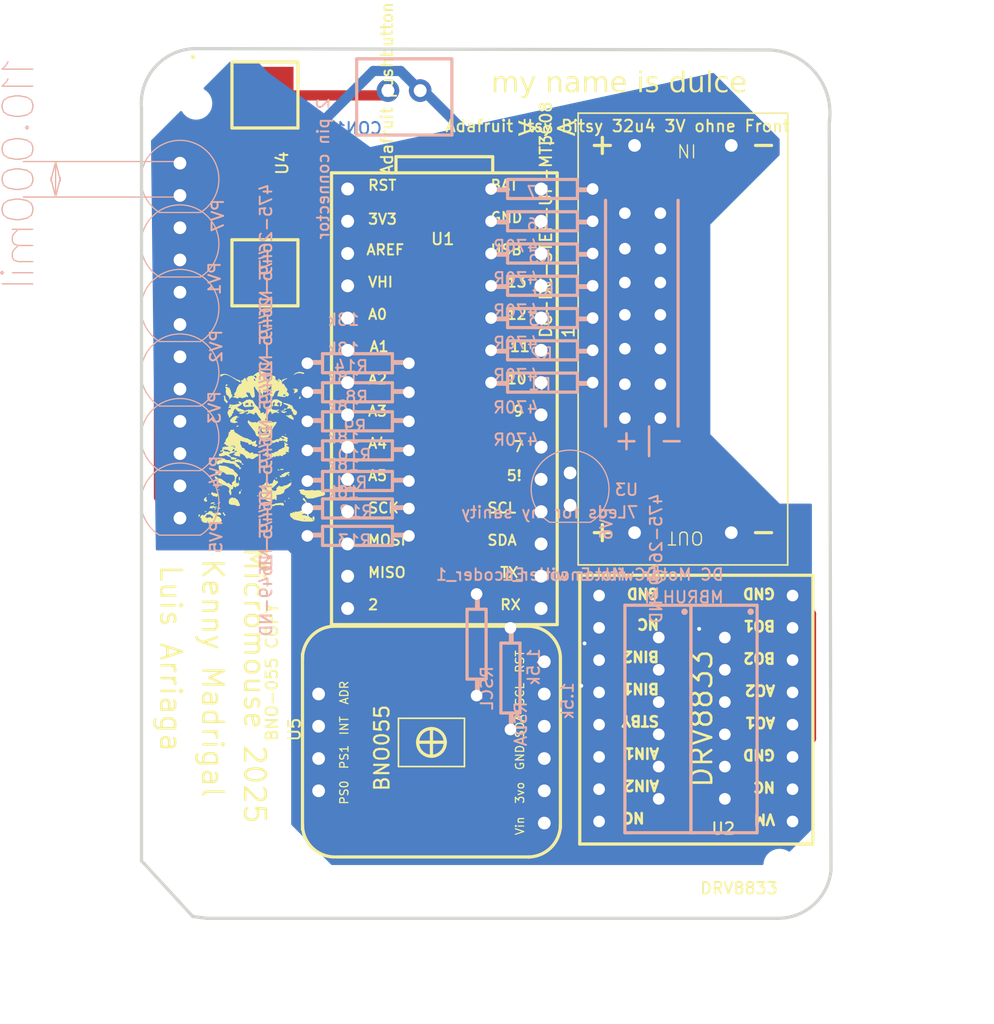
<source format=kicad_pcb>
(kicad_pcb (version 20241229) (generator "pcbnew") (generator_version "9.0")
  (layers (0 "F.Cu" signal "TopLayer") (2 "B.Cu" signal "BottomLayer") (13 "F.Paste" user "TopPasteMaskLayer") (15 "B.Paste" user "BottomPasteMaskLayer") (5 "F.SilkS" user "TopSilkLayer") (7 "B.SilkS" user "BottomSilkLayer") (1 "F.Mask" user "TopSolderMaskLayer") (3 "B.Mask" user "BottomSolderMaskLayer") (25 "Edge.Cuts" user "BoardOutLine"))
  (net 0 "")
  (net 1 "U1_7")
  (net 2 "U1_2")
  (net 3 "NETLABEL2")
  (net 4 "GND")
  (net 5 "NETLABEL1")
  (net 6 "U1_SCK")
  (net 7 "U1_11")
  (net 8 "U1_A2")
  (net 9 "U1_A5")
  (net 10 "U1_A0")
  (net 11 "U1_A3")
  (net 12 "U1_A4")
  (net 13 "BATTERY")
  (net 14 "R1_2")
  (net 15 "R2_2")
  (net 16 "R4_2")
  (net 17 "R3_2")
  (net 18 "R7_2")
  (net 19 "R6_2")
  (net 20 "R5_2")
  (net 21 "NETLABEL4")
  (net 22 "U1_RX")
  (net 23 "SDA")
  (net 24 "SCL")
  (net 25 "U1_MOSI")
  (net 26 "U1_A1")
  (net 27 "U1_MISO")
  (net 28 "3V")
  (net 29 "U1_9")
  (net 30 "CON1_1")
  (net 31 "NETLABEL5")
  (net 32 "U1_12")
  (net 33 "U1_10")
  (net 34 "U1_RST")
  (net 35 "U1_AREF")
  (net 36 "U1_VHI")
  (net 37 "U1_TX")
  (net 38 "U1_5!")
  (net 39 "U1_USB")
  (net 40 "U2_2")
  (net 41 "U2_10")
  (net 42 "U2_16")
  (net 43 "U5_2")
  (net 44 "U5_7")
  (net 45 "U5_9")
  (net 46 "U5_10")
  (footprint "dulce_easyeda:DRV8833" (layer "F.Cu") (at 172.992 135.047 180)
    (property "Reference" "U2")
    (property "Value" "DRV8833")
  )
  (footprint "dulce_easyeda:DC-DC-STEP-UP-MT3608" (layer "F.Cu") (at 164.356 97.074 90)
    (property "Reference" "1")
    (property "Value" "DC-DC-STEP-UP-MT3608")
  )
  (footprint "dulce_easyeda:Hole_gge4799" (layer "F.Cu") (at 126.637 138.222)
    (property "Reference" "Hole_gge4799" (hide yes))
    (property "Value" "Hole_gge4799" (hide yes))
  )
  (footprint "dulce_easyeda:Hole_gge4739" (layer "F.Cu") (at 126.002 78.532)
    (property "Reference" "Hole_gge4739" (hide yes))
    (property "Value" "Hole_gge4739" (hide yes))
  )
  (footprint "dulce_easyeda:Hole_gge4769" (layer "F.Cu") (at 171.722 78.151)
    (property "Reference" "Hole_gge4769" (hide yes))
    (property "Value" "Hole_gge4769" (hide yes))
  )
  (footprint "dulce_easyeda:Hole_gge4784" (layer "F.Cu") (at 171.976 138.476)
    (property "Reference" "Hole_gge4784" (hide yes))
    (property "Value" "Hole_gge4784" (hide yes))
  )
  (footprint "dulce_easyeda:ADAFRUIT PUSHBUTTON FOOTPRINT" (layer "F.Cu") (at 129.177 75.611 -90)
    (property "Reference" "U4")
    (property "Value" "Adafruit pushbutton")
  )
  (footprint "dulce_easyeda:ITSYBITSY_M0_EXPRESS COPY" (layer "F.Cu") (at 145.56 97.963)
    (property "Reference" "U1")
    (property "Value" "Adafruit Itsy Bitsy 32u4 3V ohne Front")
  )
  (footprint "dulce_easyeda:ADAFRUIT-BNO055-CRS COPY" (layer "F.Cu") (at 154.704 128.824 90)
    (property "Reference" "U5")
    (property "Value" "BNO-055 COPY")
  )
  (footprint "dulce_easyeda:RESISTOR-2" (layer "B.Cu") (at 142.766 98.979 180)
    (property "Reference" "R14")
    (property "Value" "18k")
  )
  (footprint "dulce_easyeda:ENCODER MOTOR DC" (layer "B.Cu") (at 167.658 120.569 180)
    (property "Reference" "MBRUH")
    (property "Value" "DC Motor with Encoder_1")
  )
  (footprint "dulce_easyeda:RESISTOR-2" (layer "B.Cu") (at 142.766 110.409 180)
    (property "Reference" "R12")
    (property "Value" "18k")
  )
  (footprint "dulce_easyeda:RESISTOR-2" (layer "B.Cu") (at 148.1 125.141 90)
    (property "Reference" "RSCL")
    (property "Value" "1.5k")
  )
  (footprint "dulce_easyeda:RESISTOR-2" (layer "B.Cu") (at 150.767 127.808 90)
    (property "Reference" "RSDA")
    (property "Value" "1.5k")
  )
  (footprint "dulce_easyeda:PHOTODIODE_5MM_RADIAL" (layer "B.Cu") (at 124.732 95.931 90)
    (property "Reference" "PV2")
    (property "Value" "475-2649-ND")
  )
  (footprint "dulce_easyeda:RESISTOR-2" (layer "B.Cu") (at 142.766 112.568 180)
    (property "Reference" "R13")
    (property "Value" "18k")
  )
  (footprint "dulce_easyeda:RESISTOR-2" (layer "B.Cu") (at 142.766 103.551 180)
    (property "Reference" "R9")
    (property "Value" "18k")
  )
  (footprint "dulce_easyeda:RESISTOR-2" (layer "B.Cu") (at 149.243 92.883)
    (property "Reference" "R4")
    (property "Value" "470R")
  )
  (footprint "dulce_easyeda:RESISTOR-2" (layer "B.Cu") (at 142.766 101.265 180)
    (property "Reference" "R8")
    (property "Value" "18k")
  )
  (footprint "dulce_easyeda:7 LEDS" (layer "B.Cu") (at 159.911 93.264)
    (property "Reference" "U3")
    (property "Value" "7Leds for my sanity")
  )
  (footprint "dulce_easyeda:ENCODER MOTOR DC" (layer "B.Cu") (at 162.451 120.569 180)
    (property "Reference" "M")
    (property "Value" "DC Motor with Encoder_1")
  )
  (footprint "dulce_easyeda:RESISTOR-2" (layer "B.Cu") (at 149.243 87.803)
    (property "Reference" "R6")
    (property "Value" "470R")
  )
  (footprint "dulce_easyeda:PHOTODIODE_5MM_RADIAL" (layer "B.Cu") (at 155.4659 110.1551 90)
    (property "Reference" "PV6")
    (property "Value" "475-2649-ND")
  )
  (footprint "dulce_easyeda:RESISTOR-2" (layer "B.Cu") (at 149.243 90.343)
    (property "Reference" "R5")
    (property "Value" "470R")
  )
  (footprint "dulce_easyeda:PHOTODIODE_5MM_RADIAL" (layer "B.Cu") (at 124.732 111.171 90)
    (property "Reference" "PV5")
    (property "Value" "475-2649-ND")
  )
  (footprint "dulce_easyeda:2PIN_2.54_MM_JST_XHP_JST_CONNECTOR 1" (layer "B.Cu") (at 141.115 77.516 -90)
    (property "Reference" "CON1")
    (property "Value" "2 pin connector")
  )
  (footprint "dulce_easyeda:PHOTODIODE_5MM_RADIAL" (layer "B.Cu") (at 124.732 90.851 90)
    (property "Reference" "PV1")
    (property "Value" "475-2649-ND")
  )
  (footprint "dulce_easyeda:RESISTOR-2" (layer "B.Cu") (at 149.243 95.423)
    (property "Reference" "R3")
    (property "Value" "470R")
  )
  (footprint "dulce_easyeda:RESISTOR-2" (layer "B.Cu") (at 149.243 85.263)
    (property "Reference" "R7")
    (property "Value" "470R")
  )
  (footprint "dulce_easyeda:PHOTODIODE_5MM_RADIAL" (layer "B.Cu") (at 124.732 85.771 90)
    (property "Reference" "PV7")
    (property "Value" "475-2649-ND")
  )
  (footprint "dulce_easyeda:PHOTODIODE_5MM_RADIAL" (layer "B.Cu") (at 124.732 101.011 90)
    (property "Reference" "PV3")
    (property "Value" "475-2649-ND")
  )
  (footprint "dulce_easyeda:RESISTOR-2" (layer "B.Cu") (at 149.243 97.963)
    (property "Reference" "R2")
    (property "Value" "470R")
  )
  (footprint "dulce_easyeda:RESISTOR-2" (layer "B.Cu") (at 142.766 105.837 180)
    (property "Reference" "R10")
    (property "Value" "18k")
  )
  (footprint "dulce_easyeda:RESISTOR-2" (layer "B.Cu") (at 142.766 108.25 180)
    (property "Reference" "R11")
    (property "Value" "18k")
  )
  (footprint "dulce_easyeda:PHOTODIODE_5MM_RADIAL" (layer "B.Cu") (at 124.732 106.091 90)
    (property "Reference" "PV4")
    (property "Value" "475-2649-ND")
  )
  (footprint "dulce_easyeda:RESISTOR-2" (layer "B.Cu") (at 149.243 100.503)
    (property "Reference" "R1")
    (property "Value" "470R")
  )
  (gr_poly (pts (xy 128.127 110.7095) (xy 128.1042 110.817) (xy 128.1081 110.8327) (xy 128.13 110.8418) (xy 128.1703 110.8693) (xy 128.1888 110.8878) (xy 128.1891 110.9142) (xy 128.2022 110.9663) (xy 128.2149 110.9919) (xy 128.2465 110.9904) (xy 128.3203 110.9519) (xy 128.328 110.9376) (xy 128.3058 110.9014) (xy 128.2724 110.861) (xy 128.2474 110.8254) (xy 128.2122 110.7783) (xy 128.1909 110.7625) (xy 128.1867 110.7317) (xy 128.1506 110.6884) (xy 128.138 110.6883)) (fill yes) (layer "F.SilkS"))
  (gr_poly (pts (xy 126.2232 110.9024) (xy 126.1852 110.9334) (xy 126.1805 110.9562) (xy 126.1758 110.9791) (xy 126.1874 111.0016) (xy 126.1991 111.045) (xy 126.2096 111.0801) (xy 126.2201 111.0943) (xy 126.2334 111.0862) (xy 126.2487 111.057) (xy 126.2544 111.0256) (xy 126.2579 111.0155) (xy 126.2718 111.0281) (xy 126.3124 111.0247) (xy 126.3124 111.0138) (xy 126.2955 111.0114) (xy 126.286 110.9675) (xy 126.3127 110.8879) (xy 126.3085 110.8712) (xy 126.2849 110.8714) (xy 126.2612 110.8715)) (fill yes) (layer "F.SilkS"))
  (gr_poly (pts (xy 133.3388 103.0352) (xy 133.3278 103.0402) (xy 133.3278 103.0621) (xy 133.3278 103.0841) (xy 133.2181 103.0858) (xy 133.0914 103.0916) (xy 133.0745 103.0956) (xy 133.0768 103.1112) (xy 133.0791 103.1269) (xy 133.1376 103.1465) (xy 133.229 103.1961) (xy 133.2769 103.2492) (xy 133.3162 103.2827) (xy 133.3696 103.3037) (xy 133.5208 103.3817) (xy 133.5751 103.4059) (xy 133.6271 103.4267) (xy 133.6616 103.4413) (xy 133.6809 103.446) (xy 133.6891 103.4362) (xy 133.6973 103.4263) (xy 133.6818 103.4066) (xy 133.6663 103.3869) (xy 133.6707 103.3646) (xy 133.6935 103.3278) (xy 133.6734 103.2625) (xy 133.6037 103.1993) (xy 133.5724 103.1675) (xy 133.5739 103.1441) (xy 133.5374 103.0664)) (fill yes) (layer "F.SilkS"))
  (gr_poly (pts (xy 132.2043 108.1371) (xy 132.2197 108.1839) (xy 132.2287 108.2142) (xy 132.2562 108.2186) (xy 132.3228 108.2492) (xy 132.3638 108.2694) (xy 132.4017 108.2157) (xy 132.4465 108.2936) (xy 132.4555 108.324) (xy 132.4503 108.3656) (xy 132.4451 108.4072) (xy 132.4213 108.4171) (xy 132.3976 108.427) (xy 132.3789 108.4553) (xy 132.2751 108.5697) (xy 132.1973 108.6394) (xy 132.1132 108.7171) (xy 132.071 108.755) (xy 132.0578 108.7713) (xy 132.0071 108.7864) (xy 131.9564 108.8015) (xy 131.9482 108.8168) (xy 131.94 108.8321) (xy 131.9486 108.8508) (xy 131.9786 108.8966) (xy 132.0001 108.9308) (xy 132.0504 109.0028) (xy 132.1137 109.0205) (xy 132.1704 109.0302) (xy 132.1931 109.0205) (xy 132.2511 109.0122) (xy 132.2863 109.0136) (xy 132.3073 108.9912) (xy 132.3283 108.9687) (xy 132.3333 108.9283) (xy 132.3343 108.8576) (xy 132.3303 108.8273) (xy 132.3402 108.8036) (xy 132.3501 108.7799) (xy 132.3781 108.7655) (xy 132.5199 108.6263) (xy 132.5311 108.6088) (xy 132.5563 108.6216) (xy 132.6036 108.6546) (xy 132.6255 108.675) (xy 132.6694 108.6784) (xy 132.7133 108.6818) (xy 132.7359 108.6711) (xy 132.7585 108.6604) (xy 132.8007 108.6804) (xy 132.843 108.7004) (xy 132.8494 108.6903) (xy 132.8558 108.6741) (xy 132.8675 108.6434) (xy 132.8791 108.619) (xy 132.9133 108.6098) (xy 133.0096 108.5996) (xy 133.020501 108.599427) (xy 133.11016 108.578487) (xy 133.1144 108.5751) (xy 133.1686 108.5497) (xy 133.1964 108.5453) (xy 133.2432 108.5076) (xy 133.4124 108.4021) (xy 133.4485 108.3901) (xy 133.4485 108.3655) (xy 133.4705 108.3438) (xy 133.4893 108.3547) (xy 133.5048 108.3645) (xy 133.5249 108.3821) (xy 133.5392 108.3899) (xy 133.5121 108.4012) (xy 133.4851 108.4125) (xy 133.4851 108.4265) (xy 133.5005 108.4602) (xy 133.516 108.4798) (xy 133.5048 108.4922) (xy 133.4857 108.5349) (xy 133.4662 108.5747) (xy 133.4399 108.6139) (xy 133.3539 108.6992) (xy 133.3278 108.7075) (xy 133.2802 108.7535) (xy 133.169 108.823) (xy 133.0837 108.865) (xy 133.0249 108.918) (xy 132.9736 108.957) (xy 132.966 108.9788) (xy 132.9584 109.0236) (xy 132.9471 109.0902) (xy 132.9358 109.1338) (xy 132.8912 109.1789) (xy 132.8466 109.224) (xy 132.8204 109.2289) (xy 132.7281 109.269) (xy 132.6621 109.3041) (xy 132.5889 109.3167) (xy 132.586132 109.317182) (xy 132.4829 109.3354) (xy 132.409 109.3418) (xy 132.346 109.35) (xy 132.324 109.3576) (xy 132.3301 109.3907) (xy 132.3407 109.4309) (xy 132.3452 109.4881) (xy 132.3452 109.5382) (xy 132.3556 109.5583) (xy 132.366 109.5783) (xy 132.3583 109.5875) (xy 132.3285 109.606) (xy 132.3062 109.6152) (xy 132.326 109.6309) (xy 132.3458 109.6467) (xy 132.3493 109.6833) (xy 132.3528 109.7199) (xy 132.3355 109.7311) (xy 132.2941 109.747) (xy 132.2699 109.7517) (xy 132.252 109.7339) (xy 132.2341 109.7051) (xy 132.2088 109.6749) (xy 132.1835 109.6556) (xy 132.1622 109.6602) (xy 132.1166 109.6828) (xy 132.0923 109.7007) (xy 132.0544 109.7007) (xy 132.0165 109.7007) (xy 132.0094 109.7099) (xy 131.9928 109.7556) (xy 131.9833 109.7922) (xy 131.9533 109.8239) (xy 131.8391 109.8807) (xy 131.5608 109.7834) (xy 131.4401 109.6747) (xy 131.3124 109.5576) (xy 131.2649 109.5215) (xy 131.2395 109.5178) (xy 131.2142 109.5142) (xy 131.1871 109.4783) (xy 131.1514 109.4114) (xy 131.1427 109.3803) (xy 131.154 109.3302) (xy 131.1702 109.196) (xy 131.1752 109.1118) (xy 131.1884 109.0899) (xy 131.2016 109.068) (xy 131.2037 109.0277) (xy 131.2042 108.9531) (xy 131.2027 108.9188) (xy 131.1655 108.8696) (xy 131.1216 108.8029) (xy 131.115 108.7855) (xy 131.118914 108.7779) (xy 131.3628 108.7779) (xy 131.3677 108.8043) (xy 131.3727 108.8306) (xy 131.4036 108.856) (xy 131.4428 108.8814) (xy 131.4665 108.9025) (xy 131.4821 108.9235) (xy 131.5066 108.916) (xy 131.5311 108.9085) (xy 131.5495 108.9206) (xy 131.5758 108.8935) (xy 131.5758 108.8543) (xy 131.5584 108.8355) (xy 131.5142 108.8094) (xy 131.4619 108.7795) (xy 131.4363 108.7571) (xy 131.4082 108.7571) (xy 131.38 108.7571) (xy 131.3714 108.7675) (xy 131.3628 108.7779) (xy 131.118914 108.7779) (xy 131.1253 108.7655) (xy 131.154 108.7357) (xy 131.1725 108.7258) (xy 131.1869 108.6921) (xy 131.2064 108.6097) (xy 131.2115 108.5612) (xy 131.2284 108.5535) (xy 131.2501 108.5307) (xy 131.2918 108.5339) (xy 131.3311 108.5522) (xy 131.3487 108.5522) (xy 131.3591 108.5358) (xy 131.3809 108.4791) (xy 131.3923 108.4388) (xy 131.42 108.4122) (xy 131.4734 108.3728) (xy 131.605 108.2327) (xy 131.6109 108.2057) (xy 131.6371 108.2633) (xy 131.6421 108.3145) (xy 131.6599 108.3511) (xy 131.7064 108.4222) (xy 131.7395 108.4746) (xy 131.744 108.4925) (xy 131.7641 108.4992) (xy 131.7842 108.5059) (xy 131.8049 108.4852) (xy 131.8256 108.4645) (xy 131.8436 108.4645) (xy 131.89 108.45) (xy 131.9184 108.4355) (xy 131.9416 108.4436) (xy 131.9648 108.4517) (xy 131.9832 108.438) (xy 132.0236 108.3938) (xy 132.0455 108.3635) (xy 132.0624 108.2987) (xy 132.0793 108.234) (xy 132.1136 108.1828) (xy 132.1599 108.1266) (xy 132.1849 108.1211) (xy 132.1979 108.1206)) (fill yes) (layer "F.SilkS"))
  (gr_poly (pts (xy 127.7867 110.3494) (xy 127.7613 110.3605) (xy 127.7331 110.352) (xy 127.7048 110.3435) (xy 127.6871 110.3552) (xy 127.6693 110.3669) (xy 127.674 110.3867) (xy 127.7238 110.4395) (xy 127.7569 110.4487) (xy 127.8125 110.4404) (xy 127.8813 110.4251) (xy 127.8946 110.418) (xy 127.8977 110.3913) (xy 127.9008 110.3647) (xy 127.8686 110.3509)) (fill yes) (layer "F.SilkS"))
  (gr_poly (pts (xy 130.8212 109.3746) (xy 130.8131 109.3924) (xy 130.818 109.4182) (xy 130.8228 109.4441) (xy 130.845 109.4598) (xy 130.8671 109.4756) (xy 130.8774 109.462) (xy 130.8801 109.3799) (xy 130.8721 109.3569) (xy 130.8507 109.3569) (xy 130.8293 109.3569)) (fill yes) (layer "F.SilkS"))
  (gr_poly (pts (xy 127.3073 109.9325) (xy 127.2182 109.9541) (xy 127.1729 109.9654) (xy 127.1651 109.9878) (xy 127.1573 110.0259) (xy 127.1486 110.0504) (xy 127.1398 110.0592) (xy 127.165 110.0591) (xy 127.2195 110.0484) (xy 127.2488 110.0379) (xy 127.309 110.0376) (xy 127.3692 110.0372) (xy 127.3809 110.0194) (xy 127.3926 110.0015) (xy 127.423 109.9913) (xy 127.4535 109.9812) (xy 127.4669 109.9582) (xy 127.4757 109.9277) (xy 127.471 109.9202) (xy 127.4111 109.9212)) (fill yes) (layer "F.SilkS"))
  (gr_poly (pts (xy 129.0488 109.5609) (xy 129.0378 109.5821) (xy 129.0162 109.5896) (xy 128.9859 109.6134) (xy 128.9773 109.6296) (xy 128.9709 109.6194) (xy 128.9643 109.5903) (xy 128.9498 109.5583) (xy 128.9354 109.5452) (xy 128.8968 109.5503) (xy 128.8399 109.5556) (xy 128.7971 109.5592) (xy 128.7727 109.5626) (xy 128.7423 109.5905) (xy 128.6942 109.6238) (xy 128.6476 109.6571) (xy 128.6188 109.6849) (xy 128.6148 109.7202) (xy 128.6109 109.7556) (xy 128.5937 109.7782) (xy 128.5765 109.8008) (xy 128.572 109.834) (xy 128.576 109.9431) (xy 128.5845 110.019) (xy 128.5977 110.0372) (xy 128.7265 110.1104) (xy 128.785 110.1257) (xy 128.924 110.1327) (xy 129.063 110.1398) (xy 129.0813 110.1544) (xy 129.1842 110.1992) (xy 129.2368 110.2065) (xy 129.2633 110.2227) (xy 129.4395 110.2116) (xy 129.4576 110.1872) (xy 129.4567 110.146) (xy 129.4558 110.1047) (xy 129.4305 110.0509) (xy 129.4005 109.9774) (xy 129.384 109.946) (xy 129.3654 109.9039) (xy 129.2913 109.7459) (xy 129.2416 109.715) (xy 129.1788 109.6684) (xy 129.1304 109.6315) (xy 129.1032 109.6201) (xy 129.1032 109.6046) (xy 129.0662 109.5398)) (fill yes) (layer "F.SilkS"))
  (gr_poly (pts (xy 132.2118 107.9824) (xy 132.2035 107.9978) (xy 132.2083 108.0245) (xy 132.2403 108.0581)) (fill yes) (layer "F.SilkS"))
  (gr_poly (pts (xy 127.4938 110.6872) (xy 127.4965 110.7389) (xy 127.5459 110.6951) (xy 127.5408 110.6701) (xy 127.5283 110.6677) (xy 127.5158 110.6653)) (fill yes) (layer "F.SilkS"))
  (gr_poly (pts (xy 129.3639 107.9469) (xy 129.3597 108.0438) (xy 129.3599 108.1243) (xy 129.3694 108.1509) (xy 129.3756 108.2002) (xy 129.3722 108.2228) (xy 129.3932 108.2156) (xy 129.4141 108.2082) (xy 129.4341 108.1663) (xy 129.4629 108.0903) (xy 129.4716 108.0564) (xy 129.4582 108.0069) (xy 129.4313 107.944) (xy 129.4178 107.9304) (xy 129.393 107.9304) (xy 129.3683 107.9304)) (fill yes) (layer "F.SilkS"))
  (gr_poly (pts (xy 131.0948 104.5113) (xy 131.1043 104.5423) (xy 131.1837 104.5412) (xy 131.1967 104.5317) (xy 131.1848 104.5219)) (fill yes) (layer "F.SilkS"))
  (gr_poly (pts (xy 128.357 100.6513) (xy 128.343 100.6857) (xy 128.3266 100.7259) (xy 128.3241 100.7432) (xy 128.2912 100.7476) (xy 128.3063 100.7572) (xy 128.3699 100.7716) (xy 128.4 100.7852) (xy 128.4178 100.7807) (xy 128.4521 100.763) (xy 128.4686 100.7497) (xy 128.4558 100.7369) (xy 128.422 100.72) (xy 128.4367 100.7001) (xy 128.5113 100.6838) (xy 128.5502 100.6722) (xy 128.5385 100.6657) (xy 128.442 100.6495) (xy 128.3571 100.6398)) (fill yes) (layer "F.SilkS"))
  (gr_poly (pts (xy 128.1339 99.8178) (xy 128.0718 99.8336) (xy 127.973 99.8583) (xy 127.8968 99.888) (xy 127.9076 99.9404) (xy 127.9225 100.0513) (xy 127.926 100.0617) (xy 127.9371 100.0458) (xy 127.9588 100.03) (xy 128.0139 99.9891) (xy 128.1986 99.8978) (xy 128.2508 99.889) (xy 128.342 99.8974) (xy 128.4331 99.9058) (xy 128.4481 99.9156) (xy 128.507 99.9381) (xy 128.5621 99.9608) (xy 128.6202 99.9818) (xy 128.673 100.0034) (xy 128.7119 100.0267) (xy 128.7448 100.0459) (xy 128.7685 100.0627) (xy 128.817 100.0912) (xy 128.8632 100.1144) (xy 128.8888 100.1297) (xy 128.9286 100.1584) (xy 128.9643 100.1818) (xy 129.0128 100.2165) (xy 129.0877 100.268) (xy 129.191 100.3255) (xy 129.3041 100.3866) (xy 129.3715 100.4263) (xy 129.4069 100.4471) (xy 129.4362 100.4542) (xy 129.4987 100.4792) (xy 129.5062 100.4696) (xy 129.5132 100.452) (xy 129.4995 100.4392) (xy 129.4858 100.4264) (xy 129.4812 100.393) (xy 129.4766 100.3595) (xy 129.447 100.329) (xy 129.4174 100.2984) (xy 129.3988 100.3069) (xy 129.3803 100.3153) (xy 129.3251 100.2888) (xy 129.2699 100.2622) (xy 129.2286 100.2572) (xy 129.169 100.2423) (xy 129.097 100.1889) (xy 129.0664 100.1688) (xy 129.0112 100.1361) (xy 128.9679 100.1177) (xy 128.8582 100.0633) (xy 128.815 100.0383) (xy 128.7711 100.0129) (xy 128.7301 99.9897) (xy 128.6862 99.967) (xy 128.6557 99.953) (xy 128.5972 99.923) (xy 128.5399 99.8937) (xy 128.3936 99.8379) (xy 128.3534 99.8151) (xy 128.262 99.8146)) (fill yes) (layer "F.SilkS"))
  (gr_poly (pts (xy 128.9921 104.2156) (xy 129.0162 104.223) (xy 129.014 104.2496) (xy 129.0118 104.2763) (xy 128.9883 104.291) (xy 128.9843 104.3233) (xy 129.0757 104.3935) (xy 129.081 104.4028) (xy 129.0664 104.4214) (xy 129.0518 104.44) (xy 129.0597 104.4449) (xy 129.0918 104.4453) (xy 129.167 104.4705) (xy 129.2123 104.495) (xy 129.27 104.5171) (xy 129.2924 104.5287) (xy 129.2861 104.5508) (xy 129.2798 104.5729) (xy 129.3009 104.5838) (xy 129.341 104.5947) (xy 129.3922 104.6028) (xy 129.4243 104.6108) (xy 129.4265 104.6367) (xy 129.4287 104.6626) (xy 129.4799 104.6803) (xy 129.5734 104.7129) (xy 129.6156 104.7278) (xy 129.6259 104.7477) (xy 129.6678 104.7885) (xy 129.6994 104.8094) (xy 129.7579 104.8123) (xy 129.8753 104.8554) (xy 129.8944 104.8805) (xy 129.9476 104.8785) (xy 130.0008 104.8764) (xy 130.0378 104.8994) (xy 130.0984 104.9276) (xy 130.1667 104.9607) (xy 130.215013 104.990858) (xy 130.2348 105.0032) (xy 130.3007 105.0264) (xy 130.3638 105.0428) (xy 130.3844 105.0504) (xy 130.3792 105.0694) (xy 130.3864 105.1324) (xy 130.3975 105.1493) (xy 130.4325 105.1568) (xy 130.4674 105.1643) (xy 130.4904 105.15) (xy 130.5563 105.128) (xy 130.6163 105.1093) (xy 130.6684 105.0879) (xy 130.7126 105.0665) (xy 130.7318 105.0555) (xy 130.7418 105.0555) (xy 130.7417 105.0903) (xy 130.7415 105.125) (xy 130.7268 105.1575) (xy 130.712 105.19) (xy 130.7161 105.2087) (xy 130.7203 105.2275) (xy 130.7024 105.2728) (xy 130.6847 105.3182) (xy 130.6931 105.325) (xy 130.7164 105.3362) (xy 130.7553 105.3628) (xy 130.7793 105.3847) (xy 130.7934 105.3772) (xy 130.812 105.3516) (xy 130.8314 105.3519) (xy 130.8139 105.4976) (xy 130.7382 105.5307) (xy 130.6581 105.5682) (xy 130.6148 105.5349) (xy 130.5959 105.4948) (xy 130.5793 105.4912) (xy 130.4983 105.4856) (xy 130.434 105.4835) (xy 130.4269 105.4725) (xy 130.4196 105.4615) (xy 130.4245 105.4359) (xy 130.4191 105.3653) (xy 130.4109 105.3555) (xy 130.3823 105.3555) (xy 130.3287 105.3659) (xy 130.3037 105.3763) (xy 130.2137 105.3775) (xy 130.1145 105.378) (xy 130.1274 105.3394) (xy 130.1493 105.3202) (xy 130.1448 105.3082) (xy 130.11 105.281) (xy 130.0555 105.2445) (xy 130.0312 105.2233) (xy 129.9819 105.2245) (xy 129.9326 105.2258) (xy 129.9147 105.2166) (xy 129.8816 105.1934) (xy 129.8664 105.1796) (xy 129.8012 105.1685) (xy 129.7031 105.1437) (xy 129.6262 105.1249) (xy 129.5504 105.1059) (xy 129.5183 105.0921) (xy 129.4827 105.0921) (xy 129.4717 105.1199) (xy 129.4964 105.1344) (xy 129.4964 105.1833) (xy 129.4964 105.2321) (xy 129.4785 105.2535) (xy 129.4605 105.2748) (xy 129.4769 105.2987) (xy 129.5082 105.3392) (xy 129.523 105.3557) (xy 129.5133 105.3826) (xy 129.5036 105.4094) (xy 129.5247 105.4263) (xy 129.5543 105.4432) (xy 129.6006 105.4957) (xy 129.5859 105.5218) (xy 129.5712 105.5405) (xy 129.59 105.5632) (xy 129.6211 105.6057) (xy 129.6334 105.6254) (xy 129.6628 105.6299) (xy 129.7287 105.6461) (xy 129.7652 105.6578) (xy 129.8042 105.697) (xy 129.8431 105.7363) (xy 129.841 105.7708) (xy 129.8388 105.8054) (xy 129.8555 105.8077) (xy 129.8826 105.8014) (xy 129.9044 105.7971) (xy 129.9157 105.8014) (xy 129.9046 105.823) (xy 129.8934 105.8446) (xy 129.9208 105.8673) (xy 129.9481 105.89) (xy 130.003 105.8879) (xy 130.0578 105.8858) (xy 130.0601 105.9124) (xy 130.0623 105.9391) (xy 130.1149 105.9619) (xy 130.1977 106.0215) (xy 130.2059 106.0461) (xy 130.2243 106.0523) (xy 130.2428 106.0584) (xy 130.3135 106.0252) (xy 130.3843 105.9919) (xy 130.4086 105.9919) (xy 130.433 105.9919) (xy 130.4376 106.0101) (xy 130.4421 106.0282) (xy 130.4588 106.0324) (xy 130.4955 106.0289) (xy 130.5156 106.0213) (xy 130.5188 106.0304) (xy 130.524 106.0797) (xy 130.526 106.1199) (xy 130.547 106.1223) (xy 130.5679 106.1247) (xy 130.5874 106.1061) (xy 130.6068 106.0874) (xy 130.6432 106.1053) (xy 130.7163 106.1076) (xy 130.7366 106.0916) (xy 130.757 106.1033) (xy 130.7774 106.115) (xy 130.8053 106.1114) (xy 130.8333 106.1078) (xy 130.8696 106.1449) (xy 130.9174 106.1734) (xy 130.9555 106.1163) (xy 130.9632 106.1899) (xy 130.9566 106.215) (xy 130.9315 106.215) (xy 130.9064 106.215) (xy 130.897 106.2479) (xy 130.8784 106.2991) (xy 130.8694 106.3174) (xy 130.8267 106.3196) (xy 130.7841 106.3219) (xy 130.7347 106.3544) (xy 130.6783 106.3869) (xy 130.6451 106.4107) (xy 130.619 106.4345) (xy 130.614 106.4582) (xy 130.5782 106.4811) (xy 130.5597 106.4727) (xy 130.5239 106.4956) (xy 130.4882 106.5186) (xy 130.4544 106.5186) (xy 130.4011 106.5275) (xy 130.3814 106.5365) (xy 130.361 106.512) (xy 130.3406 106.4875) (xy 130.317 106.4957) (xy 130.2733 106.504) (xy 130.2532 106.504) (xy 130.2543 106.4802) (xy 130.2554 106.4564) (xy 130.2293 106.4584) (xy 130.2033 106.4603) (xy 130.1863 106.4422) (xy 130.1692 106.424) (xy 130.1509 106.4384) (xy 130.1255 106.4527) (xy 130.0933 106.4747) (xy 130.0683 106.4966) (xy 130.0495 106.4966) (xy 129.9513 106.4331) (xy 129.9451 106.417) (xy 129.923 106.4234) (xy 129.921997 106.423687) (xy 129.886736 106.380027) (xy 129.8863 106.3779) (xy 129.8776 106.3359) (xy 129.8544 106.3069) (xy 129.819 106.2606) (xy 129.8068 106.2433) (xy 129.776 106.2341) (xy 129.7278 106.2075) (xy 129.7104 106.1901) (xy 129.7104 106.1713) (xy 129.7104 106.1525) (xy 129.6939 106.1464) (xy 129.6026 106.1359) (xy 129.513 106.1236) (xy 129.4982 106.1157) (xy 129.4982 106.0904) (xy 129.4982 106.065) (xy 129.4684 106.065) (xy 129.4385 106.065) (xy 129.4436 106.0888) (xy 129.4656 106.1309) (xy 129.4877 106.1699) (xy 129.4928 106.1906) (xy 129.4699 106.2115) (xy 129.447 106.2325) (xy 129.447 106.2609) (xy 129.447 106.2893) (xy 129.4653 106.3064) (xy 129.4715 106.3388) (xy 129.4594 106.3434) (xy 129.4436 106.3286) (xy 129.3917 106.3245) (xy 129.3231 106.3057) (xy 129.3315 106.29) (xy 129.3216 106.2837) (xy 129.19 106.2852) (xy 129.1386 106.2931) (xy 129.1181 106.2846) (xy 129.0977 106.2761) (xy 129.0847 106.2474) (xy 129.0717 106.2187) (xy 129.0344 106.2186) (xy 128.9423 106.1985) (xy 128.9658 106.1695) (xy 129.0042 106.1142) (xy 129.0191 106.0833) (xy 129.043 106.0756) (xy 129.067 106.0679) (xy 129.0815 106.0407) (xy 129.0961 106.0135) (xy 129.0832 106.0082) (xy 129.0043 106.0029) (xy 128.9383 106.0029) (xy 128.9178 106.0189) (xy 128.8631 106.0401) (xy 128.7777 106.0716) (xy 128.684 106.1016) (xy 128.6203 106.1279) (xy 128.5755 106.1541) (xy 128.5888 106.1642) (xy 128.6105 106.1745) (xy 128.6353 106.1882) (xy 128.6519 106.2016) (xy 128.6539 106.2439) (xy 128.6637 106.2941) (xy 128.6716 106.302) (xy 128.6815 106.2885) (xy 128.6914 106.2749) (xy 128.7143 106.2756) (xy 128.744 106.2804) (xy 128.7508 106.2846) (xy 128.7427 106.3061) (xy 128.7345 106.3277) (xy 128.7478 106.3424) (xy 128.7871 106.3657) (xy 128.8131 106.3742) (xy 128.8722 106.3697) (xy 128.9596 106.3698) (xy 128.9878 106.3745) (xy 128.9978 106.3983) (xy 129.0078 106.4222) (xy 129.061 106.4258) (xy 129.1508 106.4288) (xy 129.1873 106.4283) (xy 129.2111 106.4407) (xy 129.2279 106.4674) (xy 129.1821 106.4819) (xy 129.1434 106.4963) (xy 129.1346 106.5239) (xy 129.1258 106.5515) (xy 129.1368 106.5599) (xy 129.1744 106.5733) (xy 129.201 106.5783) (xy 129.2128 106.5626) (xy 129.2247 106.547) (xy 129.2534 106.5405) (xy 129.2821 106.534) (xy 129.3152 106.5441) (xy 129.3686 106.5585) (xy 129.4047 106.581) (xy 129.4204 106.5991) (xy 129.4443 106.5991) (xy 129.4731 106.6071) (xy 129.5236 106.6355) (xy 129.5707 106.7003) (xy 129.5633 106.7216) (xy 129.5814 106.7484) (xy 129.6046 106.7981) (xy 129.6097 106.8211) (xy 129.596 106.8315) (xy 129.5824 106.8418) (xy 129.5251 106.8381) (xy 129.4679 106.8345) (xy 129.4542 106.8221) (xy 129.4383 106.7867) (xy 129.4361 106.7636) (xy 129.3956 106.7632) (xy 129.3473 106.758) (xy 129.2585 106.7522) (xy 129.1775 106.7512) (xy 129.1513 106.7598) (xy 129.1252 106.7684) (xy 129.1252 106.7889) (xy 129.1252 106.8093) (xy 129.1818 106.8306) (xy 129.2384 106.8519) (xy 129.2425 106.8774) (xy 129.2603 106.926) (xy 129.274 106.9491) (xy 129.3018 106.9616) (xy 129.3426 106.9886) (xy 129.383 107.017) (xy 129.4105 107.031) (xy 129.4105 107.0551) (xy 129.4105 107.0793) (xy 129.4287 107.0965) (xy 129.447 107.1137) (xy 129.447 107.1366) (xy 129.447 107.1595) (xy 129.4982 107.1823) (xy 129.5494 107.205) (xy 129.5494 107.2311) (xy 129.5494 107.2572) (xy 129.5293 107.2795) (xy 129.5092 107.3017) (xy 129.4642 107.31) (xy 129.4191 107.3183) (xy 129.3961 107.3088) (xy 129.3731 107.2992) (xy 129.3778 107.2875) (xy 129.3864 107.2381) (xy 129.3904 107.2005) (xy 129.3584 107.1954) (xy 129.2887 107.1734) (xy 129.228 107.1515) (xy 129.205 107.1464) (xy 129.1596 107.1013) (xy 129.0904 107.0438) (xy 129.0666 107.0313) (xy 129.0666 107.0068) (xy 129.0666 106.9824) (xy 129.0319 106.9666) (xy 128.9632 106.926) (xy 128.9293 106.9012) (xy 128.8608 106.8961) (xy 128.664 106.8644) (xy 128.6309 106.8489) (xy 128.5543 106.8407) (xy 128.4645 106.8285) (xy 128.3949 106.8226) (xy 128.3384 106.8206) (xy 128.313 106.8072) (xy 128.2876 106.7938) (xy 128.2004 106.7897) (xy 128.1132 106.7856) (xy 128.1101 106.7764) (xy 128.1071 106.7673) (xy 128.0803 106.7682) (xy 128.0535 106.769) (xy 128.0754 106.7737) (xy 128.0974 106.7784) (xy 128.0998 106.7952) (xy 128.0906 106.8296) (xy 128.0791 106.8472) (xy 128.0407 106.8592) (xy 128.0023 106.8712) (xy 127.9373 106.8731) (xy 127.8723 106.875) (xy 127.8659 106.8865) (xy 127.8321 106.9067) (xy 127.7773 106.9294) (xy 127.7499 106.9432) (xy 127.7499 106.9568) (xy 127.7383 106.9799) (xy 127.7267 106.9896) (xy 127.7154 106.9824) (xy 127.6922 106.9454) (xy 127.6528 106.8852) (xy 127.6253 106.8548) (xy 127.6297 106.8348) (xy 127.6408 106.7936) (xy 127.6475 106.7481) (xy 127.655307 106.7122) (xy 128.9569 106.7122) (xy 129.036 106.7326) (xy 129.0509 106.7198) (xy 129.0444 106.7033) (xy 129.0379 106.6868) (xy 129.0022 106.6868) (xy 128.9569 106.7122) (xy 127.655307 106.7122) (xy 127.6592 106.6943) (xy 127.671 106.6649) (xy 127.683 106.6648) (xy 127.7662 106.6191) (xy 127.784 106.6063) (xy 127.8383 106.5992) (xy 127.9278 106.592) (xy 127.9631 106.5917) (xy 127.9516 106.5803) (xy 128.0005 106.5291) (xy 128.0831 106.4741) (xy 128.0941 106.4527) (xy 128.1099 106.4527) (xy 128.1538 106.4721) (xy 128.1818 106.4915) (xy 128.22 106.4945) (xy 128.2748 106.5009) (xy 128.2912 106.5042) (xy 128.2912 106.5259) (xy 128.2912 106.5475) (xy 128.3077 106.558) (xy 128.3754 106.5831) (xy 128.4266 106.5978) (xy 128.5219 106.6008) (xy 128.6173 106.6039) (xy 128.6609 106.6237) (xy 128.7287 106.6697) (xy 128.7529 106.6959) (xy 128.8311 106.6909) (xy 128.9585 106.6745) (xy 129.0077 106.663) (xy 129.0121 106.6491) (xy 129.0165 106.6353) (xy 129.0599 106.6134) (xy 129.1032 106.5915) (xy 129.1032 106.5706) (xy 129.1032 106.5495) (xy 129.0877 106.5455) (xy 129.0722 106.5414) (xy 129.0458 106.5556) (xy 129.0193 106.5698) (xy 128.9744 106.5698) (xy 128.8975 106.5582) (xy 128.8033 106.5427) (xy 128.7411 106.5389) (xy 128.732 106.5273) (xy 128.7476 106.4793) (xy 128.7723 106.4564) (xy 128.7664 106.4407) (xy 128.7604 106.425) (xy 128.7325 106.416) (xy 128.676 106.369) (xy 128.6718 106.3521) (xy 128.6552 106.3476) (xy 128.6062 106.3431) (xy 128.5738 106.343) (xy 128.5583 106.3285) (xy 128.5428 106.3139) (xy 128.5037 106.3065) (xy 128.4411 106.2622) (xy 128.4364 106.241) (xy 128.4095 106.2335) (xy 128.3358 106.226) (xy 128.2888 106.226) (xy 128.258 106.244) (xy 128.1952 106.267) (xy 128.1276 106.2858) (xy 127.9372 106.2997) (xy 127.8356 106.2977) (xy 127.8069 106.2701) (xy 127.7781 106.2425) (xy 127.7961 106.2287) (xy 127.8274 106.2071) (xy 127.8407 106.1992) (xy 127.8154 106.176) (xy 127.7901 106.1527) (xy 127.8021 106.1455) (xy 127.8449 106.1127) (xy 127.8756 106.087) (xy 127.9113 106.087) (xy 127.9469 106.087) (xy 127.9732 106.0639) (xy 127.9995 106.0408) (xy 128.0331 106.042) (xy 128.0667 106.0433) (xy 128.0842 106.0318) (xy 128.1017 106.0203) (xy 128.0967 106.0043) (xy 128.0838 105.9832) (xy 128.0759 105.9781) (xy 128.0939 105.9712) (xy 128.125 105.9499) (xy 128.138 105.9355) (xy 128.1286 105.928) (xy 128.0535 105.8895) (xy 128.0349 105.9231) (xy 128.0205 105.9567) (xy 127.9821 105.9518) (xy 127.9315 105.9435) (xy 127.9192 105.94) (xy 127.9296 105.915) (xy 127.9401 105.8723) (xy 127.9515 105.8452) (xy 127.963 105.8357) (xy 127.9868 105.8443) (xy 128.0225 105.8529) (xy 128.0446 105.8675) (xy 128.0596 105.8772) (xy 128.0498 105.8383) (xy 128.0352 105.8304) (xy 128.0352 105.8142) (xy 128.045746 105.794887) (xy 128.120475 105.794887) (xy 128.1632 105.8236) (xy 128.2108 105.8395) (xy 128.2108 105.8503) (xy 128.2036 105.8746) (xy 128.1964 105.8879) (xy 128.2054 105.8953) (xy 128.251 105.9077) (xy 128.3168 105.9207) (xy 128.4302 105.9292) (xy 128.5143 105.9297) (xy 128.5509 105.9517) (xy 128.6481 105.98) (xy 128.6721 105.9755) (xy 128.6827 105.9552) (xy 128.6932 105.9348) (xy 128.6641 105.9048) (xy 128.635 105.8748) (xy 128.6092 105.8748) (xy 128.559 105.8647) (xy 128.5347 105.8545) (xy 128.525601 105.841) (xy 128.8545 105.841) (xy 128.8545 105.8677) (xy 128.8545 105.8944) (xy 128.871 105.9015) (xy 128.8874 105.9085) (xy 128.9203 105.9032) (xy 128.9937 105.8973) (xy 129.0341 105.8968) (xy 129.0503 105.9081) (xy 129.0861 105.9538) (xy 129.1075 105.9906) (xy 129.1574 105.9625) (xy 129.2056 105.932) (xy 129.2056 105.9067) (xy 129.2056 105.8814) (xy 129.1799 105.8707) (xy 129.1543 105.86) (xy 129.136 105.872) (xy 129.1176 105.884) (xy 129.0866 105.8759) (xy 129.0337 105.8658) (xy 129.0118 105.8639) (xy 129.0095 105.8324) (xy 129.0072 105.8008) (xy 129.026 105.7861) (xy 129.0305 105.7361) (xy 128.9353 105.7413) (xy 128.91 105.7541) (xy 128.9044 105.7764) (xy 128.8766 105.8198) (xy 128.8545 105.841) (xy 128.525601 105.841) (xy 128.5132 105.8226) (xy 128.4918 105.7907) (xy 128.408 105.7907) (xy 128.3241 105.7907) (xy 128.3059 105.7803) (xy 128.2616 105.7651) (xy 128.2357 105.7603) (xy 128.1913 105.7694) (xy 128.120475 105.794887) (xy 128.045746 105.794887) (xy 128.0773 105.7371) (xy 128.0938 105.7152) (xy 128.0746 105.6923) (xy 128.0554 105.6695) (xy 128.0654 105.6431) (xy 128.0754 105.6168) (xy 128.1097 105.5877) (xy 128.144 105.5586) (xy 128.1659 105.5743) (xy 128.1879 105.5899) (xy 128.198505 105.5826) (xy 128.9276 105.5826) (xy 128.9656 105.6072) (xy 129.0037 105.6261) (xy 129.031 105.6261) (xy 129.0583 105.6261) (xy 129.0693 105.6151) (xy 129.0851 105.5891) (xy 129.0898 105.5742) (xy 129.081 105.5636) (xy 129.0721 105.553) (xy 129.0273 105.5537) (xy 128.9276 105.5826) (xy 128.198505 105.5826) (xy 128.2309 105.5603) (xy 128.274 105.5308) (xy 128.3308 105.5426) (xy 128.3878 105.5543) (xy 128.4195 105.5463) (xy 128.5071 105.5383) (xy 128.5629 105.5383) (xy 128.5514 105.5268) (xy 128.5399 105.505) (xy 128.479805 105.4762) (xy 128.7484 105.4762) (xy 128.7484 105.4908) (xy 128.7484 105.5054) (xy 128.8947 105.5109) (xy 129.0575 105.5126) (xy 129.0539 105.4792) (xy 128.9111 105.4693) (xy 128.8269 105.4757) (xy 128.7484 105.4762) (xy 128.479805 105.4762) (xy 128.4243 105.4496) (xy 128.3591 105.4275) (xy 128.3356 105.4131) (xy 128.3308 105.3877) (xy 128.3261 105.3622) (xy 128.3066 105.3522) (xy 128.2581 105.3368) (xy 128.2158 105.3247) (xy 128.2025 105.3179) (xy 128.2075 105.2946) (xy 128.2299 105.2385) (xy 128.2473 105.1967) (xy 128.2981 105.1737) (xy 128.3283 105.0955) (xy 128.3142 105.0554) (xy 128.332 105.0343) (xy 128.3497 105.0132) (xy 128.3497 104.9901) (xy 128.3497 104.967) (xy 128.3743 104.929) (xy 128.42 104.8682) (xy 128.4824 104.7983) (xy 128.5236 104.7512) (xy 128.5276 104.7187) (xy 128.5384 104.6504) (xy 128.5452 104.6147) (xy 128.5571 104.608) (xy 128.5768 104.5867) (xy 128.5847 104.5721) (xy 128.5625 104.5278) (xy 128.5404 104.4835) (xy 128.5636 104.4547) (xy 128.6101 104.4113) (xy 128.6377 104.3806) (xy 128.6933 104.3156) (xy 128.7031 104.3123) (xy 128.6902 104.2925) (xy 128.6772 104.2727) (xy 128.6861 104.262) (xy 128.72 104.2466) (xy 128.7514 104.2304) (xy 128.7578 104.2189) (xy 128.8263 104.2176) (xy 128.913 104.2086)) (fill yes) (layer "F.SilkS"))
  (gr_poly (pts (xy 129.262 103.8818) (xy 129.2134 103.9049) (xy 129.1896 103.911) (xy 129.1799 103.9342) (xy 129.1701 103.9573) (xy 129.1787 103.9644) (xy 129.2148 103.9788) (xy 129.2422 103.9863) (xy 129.2676 103.9793) (xy 129.2974 103.965) (xy 129.3306 103.9396) (xy 129.3592 103.9215) (xy 129.3592 103.9078) (xy 129.3123 103.8706) (xy 129.2869 103.8649)) (fill yes) (layer "F.SilkS"))
  (gr_poly (pts (xy 129.0886 103.1314) (xy 128.9661 103.198) (xy 128.8692 103.25) (xy 128.8537 103.2717) (xy 128.8095 103.3115) (xy 128.7808 103.3297) (xy 128.7737 103.3495) (xy 128.7333 103.3981) (xy 128.6954 103.4168) (xy 128.6789 103.4277) (xy 128.6792 103.4498) (xy 128.6899 103.4901) (xy 128.7003 103.5084) (xy 128.7006 103.5616) (xy 128.7009 103.6148) (xy 128.7196 103.6219) (xy 128.7646 103.6291) (xy 128.7907 103.6291) (xy 128.8004 103.6163) (xy 128.8101 103.6035) (xy 128.8104 103.63) (xy 128.8106 103.6566) (xy 128.8297 103.6691) (xy 128.8488 103.6816) (xy 128.8897 103.6631) (xy 128.9412 103.6719) (xy 129.0264 103.6975) (xy 129.0974 103.6777) (xy 129.1486 103.6573) (xy 129.1845 103.6407) (xy 129.2109 103.6361) (xy 129.2201 103.6472) (xy 129.2294 103.6583) (xy 129.2616 103.6583) (xy 129.2939 103.6583) (xy 129.2982 103.647) (xy 129.2661 103.6221) (xy 129.2385 103.6175) (xy 129.241 103.6031) (xy 129.2446 103.5705) (xy 129.2459 103.5522) (xy 129.1837 103.5504) (xy 129.105 103.5448) (xy 129.0886 103.541) (xy 129.0886 103.5275) (xy 129.074 103.4954) (xy 129.0813 103.4681) (xy 129.1032 103.4681) (xy 129.1032 103.4507) (xy 129.1032 103.4332) (xy 129.1423 103.4141) (xy 129.1813 103.395) (xy 129.1898 103.3667) (xy 129.1903 103.2767) (xy 129.1823 103.2617) (xy 129.19 103.254) (xy 129.1977 103.2463) (xy 129.2114 103.2631) (xy 129.225 103.28) (xy 129.261 103.2735) (xy 129.2971 103.2669) (xy 129.3041 103.2509) (xy 129.3569 103.2268) (xy 129.3935 103.2188) (xy 129.4141 103.211) (xy 129.3958 103.2008) (xy 129.3463 103.1904) (xy 129.315 103.1901) (xy 129.3079 103.2088) (xy 129.3008 103.2276) (xy 129.2702 103.2253) (xy 129.2602 103.1913) (xy 129.2565 103.1424) (xy 129.2269 103.1218) (xy 129.1705 103.1193) (xy 129.1142 103.1167)) (fill yes) (layer "F.SilkS"))
  (gr_poly (pts (xy 132.8676 102.1024) (xy 132.8541 102.1123) (xy 132.8736 102.1419) (xy 132.8932 102.1714) (xy 132.9217 102.1843) (xy 132.9538 102.2065) (xy 133.0548 102.2468) (xy 133.1522 102.2776) (xy 133.1888 102.3016) (xy 133.2418 102.3305) (xy 133.2583 102.3353) (xy 133.2535 102.3549) (xy 133.2315 102.3971) (xy 133.2144 102.4248) (xy 133.1893 102.4826) (xy 133.1642 102.5354) (xy 133.1415 102.5488) (xy 133.1188 102.5622) (xy 133.0806 102.5628) (xy 133.0068 102.551) (xy 132.9712 102.5386) (xy 132.9424 102.5698) (xy 132.9136 102.601) (xy 132.9218 102.6037) (xy 132.9497 102.624) (xy 132.9693 102.6415) (xy 132.953 102.6553) (xy 132.9368 102.6692) (xy 132.8762 102.6654) (xy 132.8157 102.6616) (xy 132.7864 102.674) (xy 132.7572 102.6864) (xy 132.7745 102.7005) (xy 132.8633 102.7064) (xy 132.9409 102.699) (xy 132.9856 102.6994) (xy 132.9976 102.6906) (xy 133.0095 102.6817) (xy 132.9991 102.6617) (xy 132.9886 102.6417) (xy 132.9964 102.6369) (xy 133.0563 102.6284) (xy 133.1443 102.5864) (xy 133.1488 102.5686) (xy 133.1651 102.5655) (xy 133.2364 102.5509) (xy 133.3924 102.5347) (xy 133.4176 102.5394) (xy 133.4707 102.5896) (xy 133.5238 102.6397) (xy 133.519 102.6875) (xy 133.514 102.7352) (xy 133.5395 102.7509) (xy 133.592 102.8046) (xy 133.6298 102.8514) (xy 133.6404 102.8601) (xy 133.6322 102.8836) (xy 133.6241 102.9275) (xy 133.6241 102.948) (xy 133.6462 102.9808) (xy 133.6683 103.0136) (xy 133.6956 103.0222) (xy 133.7425 103.0493) (xy 133.7621 103.0676) (xy 133.79 103.0681) (xy 133.8528 103.0529) (xy 133.8877 103.0372) (xy 133.9003 103.0141) (xy 133.9284 102.9674) (xy 133.9438 102.9438) (xy 133.9476 102.8676) (xy 133.9513 102.7915) (xy 133.9445 102.7732) (xy 133.8857 102.7179) (xy 133.864 102.7132) (xy 133.8022 102.6538) (xy 133.7066 102.5748) (xy 133.6728 102.555) (xy 133.66 102.5056) (xy 133.6362 102.45) (xy 133.5875 102.3558) (xy 133.5875 102.3354) (xy 133.54 102.3022) (xy 133.4569 102.2584) (xy 133.3585 102.2179) (xy 133.2874 102.1879) (xy 133.1964 102.1629) (xy 133.0489 102.1262) (xy 133.019973 102.121009) (xy 132.9416 102.107) (xy 132.8902 102.096)) (fill yes) (layer "F.SilkS"))
  (gr_poly (pts (xy 127.6145 108.8529) (xy 127.5685 108.8633) (xy 127.5562 108.8743) (xy 127.665 108.877) (xy 127.6765 108.8726) (xy 127.669 108.8587)) (fill yes) (layer "F.SilkS"))
  (gr_poly (pts (xy 132.7243 102.78) (xy 132.7243 102.816) (xy 132.7578 102.8386) (xy 132.8197 102.8757) (xy 132.8481 102.8902) (xy 132.9058 102.8902) (xy 132.9636 102.8902) (xy 133.0396 102.8544) (xy 133.1157 102.8185) (xy 133.1281 102.7958) (xy 133.1406 102.7732) (xy 133.1318 102.7726) (xy 133.0242 102.77) (xy 132.9255 102.768) (xy 132.8756 102.7559) (xy 132.775 102.7439) (xy 132.7243 102.7439)) (fill yes) (layer "F.SilkS"))
  (gr_poly (pts (xy 132.9198 104.7259) (xy 133.071 104.7789) (xy 133.1508 104.8031) (xy 133.1899 104.8386) (xy 133.229 104.8741) (xy 133.229 104.898) (xy 133.229 104.9219) (xy 133.215 104.9397) (xy 133.1903 104.9827) (xy 133.1797 105.008) (xy 133.2053 105.0348) (xy 133.2309 105.0617) (xy 133.2262 105.0805) (xy 133.2215 105.0993) (xy 133.192 105.1143) (xy 133.166 105.1643) (xy 133.1636 105.2089) (xy 133.1494 105.2165) (xy 133.1142 105.2035) (xy 133.0791 105.1905) (xy 133.0768 105.164) (xy 133.0746 105.1375) (xy 133.0425 105.1295) (xy 132.9935 105.1213) (xy 132.9534 105.1071) (xy 132.9022 105.0879) (xy 132.8545 105.0728) (xy 132.7644 105.0783) (xy 132.7295 105.0937) (xy 132.6767 105.0937) (xy 132.6087 105.0856) (xy 132.5295 105.0881) (xy 132.5144 105.0987) (xy 132.5258 105.1426) (xy 132.5326 105.1912) (xy 132.4097 105.1842) (xy 132.311 105.1618) (xy 132.2671 105.1519) (xy 132.2543 105.1634) (xy 132.2415 105.1748) (xy 132.2415 105.2052) (xy 132.1372 105.2563) (xy 132.0921 105.2469) (xy 132.0369 105.2645) (xy 131.9708 105.2822) (xy 131.9379 105.3) (xy 131.9159 105.3176) (xy 131.9292 105.3403) (xy 131.9424 105.3629) (xy 131.9309 105.3673) (xy 131.8966 105.3624) (xy 131.8739 105.353) (xy 131.8484 105.3131) (xy 131.8229 105.2732) (xy 131.8293 105.2508) (xy 131.8357 105.2285) (xy 131.8685 105.2056) (xy 131.9113 105.1612) (xy 131.9662 105.1007) (xy 132.011 105.0618) (xy 132.0545 105.0654) (xy 132.0979 105.069) (xy 132.1145 105.0561) (xy 132.1771 105.0335) (xy 132.180942 105.0327) (xy 132.8208 105.0327) (xy 132.8368 105.0386) (xy 132.8793 105.0272) (xy 132.8907 104.9977) (xy 132.874703 104.993106) (xy 132.8484 104.9856) (xy 132.8208 105.0327) (xy 132.180942 105.0327) (xy 132.2232 105.0239) (xy 132.2438 105.0068) (xy 132.2774 104.9897) (xy 132.3262 104.9714) (xy 132.3622 104.9532) (xy 132.4317 104.9526) (xy 132.5011 104.952) (xy 132.5377 104.939) (xy 132.5743 104.9261) (xy 132.572 104.9005) (xy 132.5698 104.8749) (xy 132.5961 104.8519) (xy 132.6224 104.8287) (xy 132.6472 104.8287) (xy 132.7411 104.8701) (xy 132.8014 104.9101) (xy 132.8353 104.9315) (xy 132.8378 104.939) (xy 132.8926 104.9277) (xy 132.9474 104.9164) (xy 132.9603 104.9009) (xy 132.9732 104.8854) (xy 132.9655 104.8761) (xy 132.9343 104.8578) (xy 132.8596 104.8248) (xy 132.7672 104.7889) (xy 132.7135 104.7632) (xy 132.701 104.7493) (xy 132.7077 104.7374) (xy 132.7358 104.7113) (xy 132.7572 104.6972) (xy 132.8028 104.6971) (xy 132.8483 104.6971)) (fill yes) (layer "F.SilkS"))
  (gr_poly (pts (xy 132.4326 107.3258) (xy 132.4244 107.3357) (xy 132.4335 107.3614) (xy 132.4666 107.4141) (xy 132.4905 107.4412) (xy 132.504 107.4369) (xy 132.5414 107.4063) (xy 132.5654 107.3799) (xy 132.5527 107.3727) (xy 132.5278 107.3512)) (fill yes) (layer "F.SilkS"))
  (gr_poly (pts (xy 133.2144 107.5187) (xy 133.1803 107.5476) (xy 133.1572 107.5724) (xy 133.0962 107.5711) (xy 133.0352 107.5699) (xy 133.0004 107.5853) (xy 132.9657 107.6087) (xy 132.9397 107.6275) (xy 132.883 107.6703) (xy 132.8523 107.7022) (xy 132.8084 107.7075) (xy 132.7407 107.7225) (xy 132.7169 107.7322) (xy 132.7169 107.7534) (xy 132.7253 107.7985) (xy 132.7336 107.8223) (xy 132.7234 107.8292) (xy 132.7133 107.8361) (xy 132.6613 107.8318) (xy 132.6094 107.8276) (xy 132.5926 107.8412) (xy 132.5758 107.8548) (xy 132.6006 107.9051) (xy 132.7312 108.0038) (xy 132.7462 107.9957) (xy 132.7462 107.9521) (xy 132.7462 107.9085) (xy 132.756 107.9085) (xy 132.8018 107.9194) (xy 132.8821 107.9349) (xy 132.9266 107.9395) (xy 132.9516 107.9181) (xy 133.0206 107.8756) (xy 133.0644 107.8545) (xy 133.1059 107.8147) (xy 133.1473 107.7748) (xy 133.1433 107.763) (xy 133.1278 107.7421) (xy 133.1165 107.7329) (xy 133.138 107.7329) (xy 133.2742 107.7593) (xy 133.2691 107.8016) (xy 133.258 107.8186) (xy 133.2673 107.826) (xy 133.2985 107.8406) (xy 133.3205 107.8479) (xy 133.3407 107.8337) (xy 133.341 107.695) (xy 133.3177 107.6933) (xy 133.3039 107.7058) (xy 133.29 107.7183) (xy 133.2601 107.7183) (xy 133.2301 107.7183) (xy 133.2185 107.7067) (xy 133.2567 107.6697) (xy 133.3136 107.6438) (xy 133.3445 107.6305) (xy 133.3602 107.6305) (xy 133.3682 107.6156) (xy 133.3762 107.6006) (xy 133.3611 107.5764) (xy 133.3461 107.5521) (xy 133.3031 107.5328)) (fill yes) (layer "F.SilkS"))
  (gr_poly (pts (xy 127.8031 107.0411) (xy 127.7745 107.0736) (xy 127.7805 107.1307) (xy 127.7901 107.1976) (xy 127.7833 107.2272) (xy 127.7729 107.2472) (xy 127.794 107.2907) (xy 127.8152 107.3342) (xy 127.811 107.3605) (xy 127.8069 107.3868) (xy 127.8351 107.41) (xy 127.8998 107.4474) (xy 128.0569 107.5212) (xy 128.1266 107.5535) (xy 128.2048 107.5807) (xy 128.2391 107.596) (xy 128.2474 107.6161) (xy 128.3157 107.6813) (xy 128.3766 107.7158) (xy 128.4167 107.7424) (xy 128.4874 107.7367) (xy 128.487745 107.736672) (xy 128.667499 107.74301) (xy 128.668 107.7431) (xy 128.785 107.7583) (xy 128.8813 107.7683) (xy 128.9337 107.7763) (xy 128.9512 107.7937) (xy 128.9756 107.8141) (xy 129.0376 107.903) (xy 129.0517 107.9341) (xy 129.0519 108.0488) (xy 129.0247 108.2061) (xy 128.9 108.3093) (xy 128.8249 108.4073) (xy 128.8162 108.4435) (xy 128.8247 108.4887) (xy 128.8368 108.5531) (xy 128.8406 108.5723) (xy 128.8244 108.5765) (xy 128.8081 108.5808) (xy 128.7718 108.5519) (xy 128.7074 108.5145) (xy 128.6791 108.5061) (xy 128.6676 108.4885) (xy 128.6251 108.4512) (xy 128.5711 108.4059) (xy 128.5481 108.3803) (xy 128.5312 108.3908) (xy 128.4869 108.4148) (xy 128.4595 108.4354) (xy 128.4411 108.426) (xy 128.4339 108.4096) (xy 128.3973 108.3981) (xy 128.3607 108.3866) (xy 128.3435 108.3505) (xy 128.338823 108.340601) (xy 128.29 108.3025) (xy 128.2142 108.2469) (xy 128.1639 108.2085) (xy 128.1427 108.2084) (xy 128.1091 108.1735) (xy 128.0754 108.1387) (xy 128.0206 108.1102) (xy 127.9482 108.0683) (xy 127.9308 108.0548) (xy 127.8604 108.0548) (xy 127.7127 108.0149) (xy 127.6749 107.9886) (xy 127.6328 107.9477) (xy 127.5999 107.9072) (xy 127.5633 107.8881) (xy 127.4938 107.8837) (xy 127.4829 107.8944) (xy 127.4823 107.9289) (xy 127.4763 107.9827) (xy 127.4707 108.002) (xy 127.4938 108.0156) (xy 127.5773 108.1316) (xy 127.6152 108.2201) (xy 127.6397 108.2721) (xy 127.6989 108.311) (xy 127.7582 108.3499) (xy 127.7788 108.3798) (xy 127.7994 108.4097) (xy 127.8423 108.429) (xy 127.9291 108.4563) (xy 127.973 108.4644) (xy 128.0225 108.4992) (xy 128.1072 108.5538) (xy 128.1424 108.5737) (xy 128.2147 108.5854) (xy 128.2871 108.597) (xy 128.3299 108.6256) (xy 128.4427 108.6692) (xy 128.4588 108.6693) (xy 128.4824 108.6986) (xy 128.5509 108.7531) (xy 128.5959 108.7783) (xy 128.61 108.8095) (xy 128.624 108.8407) (xy 128.624 108.889) (xy 128.6241 108.9373) (xy 128.6026 108.9697) (xy 128.5811 109.0021) (xy 128.578 109.0398) (xy 128.5748 109.0776) (xy 128.6042 109.1423) (xy 128.6644 109.3143) (xy 128.6732 109.3485) (xy 128.691 109.3653) (xy 128.7089 109.382) (xy 128.7213 109.3743) (xy 128.758 109.3195) (xy 128.7822 109.2725) (xy 128.7836 109.1952) (xy 128.785 109.1178) (xy 128.7546 109.0563) (xy 128.7462 108.9052) (xy 128.7572 108.8961) (xy 128.7808 108.9079) (xy 128.8044 108.9196) (xy 128.8459 108.8983) (xy 128.8874 108.8769) (xy 128.9078 108.8354) (xy 128.9281 108.7938) (xy 128.9326 108.7357) (xy 128.937 108.6777) (xy 128.956 108.6729) (xy 128.975 108.6681) (xy 128.9938 108.6892) (xy 129.0385 108.73) (xy 129.0644 108.7497) (xy 129.0881 108.7497) (xy 129.1118 108.7497) (xy 129.1467 108.7136) (xy 129.1816 108.6774) (xy 129.2028 108.6731) (xy 129.244 108.6618) (xy 129.3368 108.631) (xy 129.3881 108.5625) (xy 129.3966 108.5253) (xy 129.3893 108.467) (xy 129.3463 108.3198) (xy 129.3349 108.3024) (xy 129.3296 108.3121) (xy 129.3192 108.3594) (xy 129.3142 108.3971) (xy 129.3002 108.4121) (xy 129.2863 108.427) (xy 129.2332 108.4232) (xy 129.172 108.417) (xy 129.1639 108.4145) (xy 129.1594 108.3609) (xy 129.1466 108.2377) (xy 129.1423 108.1182) (xy 129.1463 108.0683) (xy 129.1607 108.044) (xy 129.1868 107.9623) (xy 129.1986 107.9048) (xy 129.2108 107.8957) (xy 129.2308 107.8863) (xy 129.258 107.8698) (xy 129.2774 107.8536) (xy 129.2885 107.8157) (xy 129.2997 107.7778) (xy 129.2914 107.7508) (xy 129.2831 107.7239) (xy 129.2451 107.6958) (xy 129.2072 107.6678) (xy 129.179 107.6254) (xy 129.1508 107.583) (xy 129.1142 107.5682) (xy 129.0506 107.5352) (xy 129.0235 107.5171) (xy 129.025 107.4835) (xy 129.0264 107.4499) (xy 129.0155 107.4368) (xy 128.9773 107.4064) (xy 128.9499 107.3891) (xy 128.9353 107.3605) (xy 128.9207 107.3319) (xy 128.8821 107.3193) (xy 128.8315 107.2963) (xy 128.7244 107.2574) (xy 128.6531 107.233) (xy 128.6021 107.2085) (xy 128.5755 107.1743) (xy 128.3634 107.0817) (xy 128.2427 107.0594) (xy 128.0916 107.0445) (xy 127.9615 107.0377) (xy 127.9345 107.0232) (xy 127.9074 107.0087) (xy 127.8695 107.0087) (xy 127.8316 107.0087)) (fill yes) (layer "F.SilkS"))
  (gr_poly (pts (xy 127.2671 110.2104) (xy 127.1097 110.2349) (xy 127.1289 110.2679) (xy 127.1136 110.286) (xy 127.0803 110.2983) (xy 127.068 110.3105) (xy 127.0715 110.3419) (xy 127.075 110.3733) (xy 127.0657 110.3912) (xy 127.0564 110.4091) (xy 127.0743 110.4136) (xy 127.1194 110.3943) (xy 127.1289 110.3811) (xy 127.1548 110.3811) (xy 127.1807 110.3811) (xy 127.2025 110.3966) (xy 127.2243 110.4121) (xy 127.2424 110.4039) (xy 127.2818 110.3957) (xy 127.3125 110.384) (xy 127.3381 110.3547) (xy 127.3542 110.3372) (xy 127.3768 110.3372) (xy 127.4468 110.3491) (xy 127.4943 110.361) (xy 127.5346 110.3456) (xy 127.5991 110.3117) (xy 127.6421 110.2933) (xy 127.684 110.278) (xy 127.6346 110.2726) (xy 127.5851 110.2735) (xy 127.5599 110.2605) (xy 127.5348 110.2475) (xy 127.5104 110.2563) (xy 127.4859 110.2652) (xy 127.4553 110.26) (xy 127.4246 110.2548) (xy 127.402 110.2302) (xy 127.3794 110.2055) (xy 127.3397 110.2068)) (fill yes) (layer "F.SilkS"))
  (gr_poly (pts (xy 129.4305 109.0312) (xy 129.3802 109.1627) (xy 129.3721 109.2399) (xy 129.3812 109.2508) (xy 129.4044 109.2618) (xy 129.4391 109.2725) (xy 129.4596 109.2831) (xy 129.4781 109.2633) (xy 129.5314 109.166) (xy 129.5414 109.1376) (xy 129.5337 109.1154) (xy 129.5114 109.0855) (xy 129.4827 109.0457)) (fill yes) (layer "F.SilkS"))
  (gr_poly (pts (xy 134.1675 101.5854) (xy 134.1209 101.6875) (xy 134.111506 101.746106) (xy 134.109 101.7618) (xy 134.1053 101.7856) (xy 134.1307 101.7856) (xy 134.1562 101.7856) (xy 134.1974 101.7551) (xy 134.2539 101.6987) (xy 134.2692 101.6727) (xy 134.2486 101.6563) (xy 134.228 101.6399) (xy 134.2203 101.6121) (xy 134.2125 101.5844) (xy 134.1944 101.583)) (fill yes) (layer "F.SilkS"))
  (gr_poly (pts (xy 127.3869 108.3434) (xy 127.4287 108.4279) (xy 127.443 108.4279) (xy 127.4505 108.4082) (xy 127.4558 108.3624) (xy 127.4536 108.3364) (xy 127.4225 108.3342) (xy 127.3913 108.3319)) (fill yes) (layer "F.SilkS"))
  (gr_poly (pts (xy 132.3622 101.8231) (xy 132.4317 101.8367) (xy 132.6987 101.9763) (xy 132.7481 102.0085) (xy 132.7755 102.0199) (xy 132.7855 102.0436) (xy 132.7954 102.0672) (xy 132.7778 102.0819) (xy 132.7601 102.0965) (xy 132.7539 102.1242) (xy 132.7514 102.1938) (xy 132.7553 102.2357) (xy 132.7335 102.2837) (xy 132.7117 102.3318) (xy 132.6905 102.3468) (xy 132.6386 102.3711) (xy 132.6077 102.3803) (xy 132.5965 102.371) (xy 132.6031 102.307) (xy 132.6584 102.1845) (xy 132.5322 102.057) (xy 132.4975 102.0346) (xy 132.4902 102.027) (xy 132.4829 102.0522) (xy 132.4829 102.0773) (xy 132.4354 102.1162) (xy 132.388 102.155) (xy 132.3886 102.1843) (xy 132.3943 102.2318) (xy 132.3993 102.2501) (xy 132.4424 102.2587) (xy 132.5024 102.275) (xy 132.5194 102.2827) (xy 132.5194 102.3076) (xy 132.4779 102.3555) (xy 132.4569 102.3616) (xy 132.34 102.3561) (xy 132.1922 102.3422) (xy 132.1612 102.3338) (xy 132.153 102.3183) (xy 132.1447 102.3029) (xy 132.1485 102.2744) (xy 132.1708 102.2218) (xy 132.2016 102.1598) (xy 132.214 102.1219) (xy 132.199 102.0872) (xy 132.1841 102.0526) (xy 132.1612 102.046) (xy 132.1385 102.0393) (xy 132.1125 102.0643) (xy 132.0721 102.1173) (xy 132.0576 102.1454) (xy 132.0535 102.195) (xy 132.0493 102.2446) (xy 132.0656 102.2736) (xy 132.0794 102.3198) (xy 132.0769 102.3369) (xy 132.0321 102.3557) (xy 131.9874 102.3745) (xy 131.965 102.4005) (xy 131.9376 102.4463) (xy 131.9326 102.466) (xy 131.9444 102.484) (xy 131.9562 102.5268) (xy 131.9562 102.5517) (xy 131.9786 102.5801) (xy 132.0305 102.6214) (xy 132.0599 102.6341) (xy 132.0776 102.6297) (xy 132.0953 102.6252) (xy 132.1142 102.6376) (xy 132.1722 102.654) (xy 132.2113 102.6581) (xy 132.2457 102.6494) (xy 132.2801 102.6408) (xy 132.2993 102.6592) (xy 132.3186 102.6776) (xy 132.3367 102.6731) (xy 132.3706 102.6496) (xy 132.3864 102.6305) (xy 132.4499 102.6305) (xy 132.5134 102.6305) (xy 132.5277 102.6482) (xy 132.5399 102.6811) (xy 132.5377 102.6964) (xy 132.5011 102.6981) (xy 132.3768 102.7193) (xy 132.3658 102.7303) (xy 132.3732 102.7441) (xy 132.3806 102.7578) (xy 132.4235 102.7627) (xy 132.4749 102.7728) (xy 132.4834 102.778) (xy 132.4763 102.7967) (xy 132.4692 102.8155) (xy 132.5096 102.8562) (xy 132.55 102.8969) (xy 132.5452 102.9045) (xy 132.501 102.9122) (xy 132.4615 102.9122) (xy 132.4448 102.8945) (xy 132.428 102.8769) (xy 132.3779 102.8616) (xy 132.3002 102.8463) (xy 132.2728 102.8463) (xy 132.2243 102.8683) (xy 132.1614 102.8902) (xy 132.1046 102.9059) (xy 132.0622 102.9216) (xy 132.0346 102.9503) (xy 132.0069 102.9791) (xy 131.9835 102.9739) (xy 131.9516 102.9572) (xy 131.9431 102.9456) (xy 131.9496 102.9284) (xy 131.949917 102.927571) (xy 131.925419 102.868102) (xy 131.9243 102.8669) (xy 131.8924 102.8326) (xy 131.8877 102.8037) (xy 131.8831 102.7748) (xy 131.8559 102.7716) (xy 131.8287 102.7684) (xy 131.8047 102.7925) (xy 131.7805 102.826) (xy 131.7549 102.8675) (xy 131.7294 102.8996) (xy 131.7294 102.9209) (xy 131.685 103.0165) (xy 131.5865 103.1719) (xy 131.5139 103.2779) (xy 131.4599 103.349) (xy 131.4356 103.3871) (xy 131.4401 103.4013) (xy 131.4656 103.4444) (xy 131.4866 103.4734) (xy 131.5477 103.4936) (xy 131.6343 103.5266) (xy 131.6855 103.5448) (xy 131.7272 103.5602) (xy 131.7434 103.5705) (xy 131.7586 103.6214) (xy 131.7893 103.671487) (xy 131.8587 103.6009) (xy 131.8725 103.5838) (xy 131.9235 103.5989) (xy 132.0342 103.6218) (xy 132.094 103.6296) (xy 132.1586 103.6114) (xy 132.2488 103.5826) (xy 132.2744 103.5719) (xy 132.2963 103.576) (xy 132.3405 103.6332) (xy 132.3451 103.663) (xy 132.3346 103.6881) (xy 132.2963 103.7461) (xy 132.2469 103.825) (xy 132.2252 103.8709) (xy 132.2 103.8902) (xy 132.1595 103.9394) (xy 132.1136 104.0099) (xy 132.0776 104.0715) (xy 132.0547 104.1134) (xy 132.0324 104.1601) (xy 132.0275 104.1859) (xy 132.0064 104.2015) (xy 131.9513 104.2672) (xy 131.9175 104.3173) (xy 131.8894 104.4285) (xy 131.8612 104.5525) (xy 131.8322 104.6322) (xy 131.8033 104.6992) (xy 131.7747 104.7267) (xy 131.6526 104.7848) (xy 131.4131 104.8425) (xy 131.3145 104.8541) (xy 131.2361 104.8578) (xy 131.1883 104.8438) (xy 131.0418 104.8135) (xy 130.7693 104.6979) (xy 130.7272 104.6573) (xy 130.7273 104.6388) (xy 130.7024 104.5691) (xy 130.669235 104.4826) (xy 130.8866 104.4826) (xy 130.9101 104.5368) (xy 130.9832 104.6301) (xy 131.0088 104.6417) (xy 131.2722 104.6433) (xy 131.5355 104.6448) (xy 131.5904 104.6373) (xy 131.6782 104.5931) (xy 131.7055 104.5421) (xy 131.7235 104.5151) (xy 131.721 104.4419) (xy 131.7184 104.3687) (xy 131.6949 104.3444) (xy 131.6631 104.2964) (xy 131.6548 104.2728) (xy 131.6336 104.2728) (xy 131.6124 104.2655) (xy 131.6336 104.2582) (xy 131.6548 104.2582) (xy 131.6617 104.2183) (xy 131.6685 104.1784) (xy 131.6623 104.1326) (xy 131.656 104.0869) (xy 131.6635 104.0207) (xy 131.6754 103.9203) (xy 131.6753 103.8673) (xy 131.6706 103.8486) (xy 131.6443 103.8376) (xy 131.6169 103.8266) (xy 131.5061 104.017) (xy 131.4965 104.0429) (xy 131.4945 104.1194) (xy 131.4925 104.196) (xy 131.5062 104.232) (xy 131.5198 104.2679) (xy 131.4702 104.3149) (xy 131.4206 104.3619) (xy 131.4287 104.37) (xy 131.4368 104.3887) (xy 131.4368 104.3992) (xy 131.3984 104.3947) (xy 131.3055 104.3827) (xy 131.2511 104.3753) (xy 131.2324 104.3585) (xy 131.1862 104.3293) (xy 131.1588 104.3169) (xy 131.1588 104.2667) (xy 131.1588 104.2166) (xy 131.1734 104.174) (xy 131.1034 104.0533) (xy 131.0867 104.0533) (xy 131.0748 104.0126) (xy 131.063 103.9718) (xy 131.0323 103.9579) (xy 130.9774 103.9438) (xy 130.9533 103.9436) (xy 130.9433 103.9672) (xy 130.9334 103.9909) (xy 130.937 104.0422) (xy 130.9405 104.0936) (xy 130.9256 104.1375) (xy 130.9107 104.1814) (xy 130.9312 104.2068) (xy 130.9517 104.2322) (xy 130.9756 104.2371) (xy 131.0105 104.253) (xy 131.0215 104.2641) (xy 131.0146 104.2849) (xy 131.0078 104.3057) (xy 130.9827 104.3184) (xy 130.9335 104.3295) (xy 130.9094 104.328) (xy 130.903 104.3383) (xy 130.8916 104.4156) (xy 130.8866 104.4826) (xy 130.669235 104.4826) (xy 130.6534 104.4413) (xy 130.6294 104.3647) (xy 130.6138 104.3498) (xy 130.5676 104.2947) (xy 130.4896 104.1996) (xy 130.3941 104.0741) (xy 130.3462 104.0034) (xy 130.2861 103.9456) (xy 130.1487 103.7681) (xy 130.1004 103.6876) (xy 130.0672 103.6473) (xy 130.0718 103.6022) (xy 130.0764 103.5569) (xy 130.069 103.5523) (xy 130.1087 103.4591) (xy 130.119 103.4533) (xy 130.1384 103.4622) (xy 130.1711 103.497) (xy 130.2026 103.5426) (xy 130.2209 103.5623) (xy 130.2491 103.5668) (xy 130.3464 103.6038) (xy 130.3845 103.63) (xy 130.404 103.6284) (xy 130.4871 103.6324) (xy 130.5505 103.638) (xy 130.5835 103.6254) (xy 130.6164 103.6128) (xy 130.6762 103.6155) (xy 130.736 103.6183) (xy 130.748 103.6338) (xy 130.7678 103.6622) (xy 130.7754 103.6752) (xy 130.7965 103.6681) (xy 130.8383 103.6078) (xy 130.8479 103.5755) (xy 130.8671 103.5613) (xy 130.9476 103.5252) (xy 131.1123 103.4549) (xy 131.1371 103.4352) (xy 131.1324 103.4133) (xy 130.9233 103.1755) (xy 130.8159 102.9963) (xy 130.7563 102.8988) (xy 130.7338 102.8745) (xy 130.7098 102.8706) (xy 130.6857 102.8667) (xy 130.6557 102.882) (xy 130.6143 102.9137) (xy 130.6029 102.93) (xy 130.6029 102.965) (xy 130.6029 102.9999) (xy 130.5882 103.0146) (xy 130.5674 103.0292) (xy 130.4968 102.9999) (xy 130.3445 102.9303) (xy 130.2726 102.9102) (xy 130.2347 102.9147) (xy 130.1968 102.9192) (xy 130.1565 102.9403) (xy 130.1161 102.9615) (xy 130.0645 102.9702) (xy 129.9896 102.9796) (xy 129.9664 102.9802) (xy 129.9518 102.967) (xy 129.9682 102.9288) (xy 130.0401 102.8946) (xy 130.1096 102.8458) (xy 130.1382 102.8165) (xy 130.1273 102.8095) (xy 130.1043 102.8025) (xy 130.0922 102.8024) (xy 130.0846 102.7805) (xy 130.0769 102.7585) (xy 130.0509 102.7585) (xy 130.0249 102.7585) (xy 130.0091 102.7766) (xy 129.9143 102.8137) (xy 129.8805 102.8184) (xy 129.8255 102.8034) (xy 129.7706 102.7883) (xy 129.7484 102.7947) (xy 129.7127 102.8086) (xy 129.6994 102.8161) (xy 129.7104 102.8203) (xy 129.7871 102.8299) (xy 129.8528 102.8354) (xy 129.8551 102.8469) (xy 129.7436 102.9268) (xy 129.6582 102.9443) (xy 129.574 102.9666) (xy 129.551 102.9715) (xy 129.5061 102.9598) (xy 129.4611 102.9482) (xy 129.4376 102.9524) (xy 129.4141 102.9567) (xy 129.3944 102.9316) (xy 129.3959 102.8975) (xy 129.4294 102.8787) (xy 129.4673 102.8485) (xy 129.4839 102.8372) (xy 129.5474 102.8307) (xy 129.6179 102.8174) (xy 129.6247 102.8105) (xy 129.5982 102.7979) (xy 129.5717 102.7852) (xy 129.5344 102.7938) (xy 129.4556 102.8023) (xy 129.4141 102.8023) (xy 129.3469 102.7813) (xy 129.2591 102.7441) (xy 129.2385 102.7279) (xy 129.2385 102.7051) (xy 129.2385 102.6822) (xy 129.1967 102.6621) (xy 129.1549 102.642) (xy 129.136 102.6046) (xy 129.1171 102.5673) (xy 129.0915 102.5566) (xy 129.052 102.5766) (xy 129.052 102.5986) (xy 129.03 102.6306) (xy 128.9866 102.6778) (xy 128.9651 102.6931) (xy 128.9462 102.7331) (xy 128.9272 102.7732) (xy 128.943 102.7945) (xy 128.9588 102.8158) (xy 128.9432 102.8377) (xy 128.9276 102.8818) (xy 128.9276 102.9041) (xy 128.9002 102.9242) (xy 128.8459 102.9694) (xy 128.819 102.9945) (xy 128.8258 103.0123) (xy 128.8326 103.0574) (xy 128.8326 103.0846) (xy 128.8106 103.0975) (xy 128.7122 103.2029) (xy 128.6649 103.2543) (xy 128.6326 103.2789) (xy 128.6138 103.2742) (xy 128.5847 103.1907) (xy 128.593 103.167) (xy 128.5664 103.1398) (xy 128.5251 103.0439) (xy 128.5107 103.0073) (xy 128.4962 102.9661) (xy 128.4845 102.9113) (xy 128.4729 102.8792) (xy 128.4822 102.8289) (xy 128.4914 102.7786) (xy 128.516 102.7492) (xy 128.548 102.706) (xy 128.5554 102.6921) (xy 128.5506 102.6604) (xy 128.5459 102.6286) (xy 128.5553 102.6227) (xy 128.622 102.6185) (xy 128.6791 102.6202) (xy 128.7 102.6079) (xy 128.7208 102.5956) (xy 128.7129 102.5746) (xy 128.705 102.5537) (xy 128.7194 102.5433) (xy 128.7484 102.5214) (xy 128.7631 102.5098) (xy 128.7458 102.4952) (xy 128.652 102.4932) (xy 128.6044 102.5059) (xy 128.5938 102.5264) (xy 128.5692 102.524) (xy 128.5546 102.4952) (xy 128.5399 102.4706) (xy 128.5454 102.4647) (xy 129.2555 102.4647) (xy 129.2727 102.4757) (xy 129.3282 102.4991) (xy 129.3666 102.5115) (xy 129.3666 102.5211) (xy 129.3863 102.5463) (xy 129.4061 102.5618) (xy 129.4338 102.5571) (xy 129.4615 102.5524) (xy 129.4963 102.5654) (xy 129.548 102.5912) (xy 129.5648 102.604) (xy 129.6065 102.6087) (xy 129.7134 102.6408) (xy 129.7457 102.6596) (xy 129.7849 102.6859) (xy 129.8047 102.7073) (xy 129.8267 102.7073) (xy 129.8488 102.7073) (xy 129.8619 102.7211) (xy 129.9257 102.7368) (xy 129.9453 102.7293) (xy 129.9403 102.7212) (xy 129.9107 102.7028) (xy 129.8922 102.6648) (xy 129.8983 102.6553) (xy 129.9433 102.6657) (xy 129.9884 102.6761) (xy 130.0158 102.6708) (xy 130.081 102.6461) (xy 130.1414 102.6222) (xy 130.1642 102.6177) (xy 130.1814 102.6363) (xy 130.2665 102.6707) (xy 130.3059 102.6515) (xy 130.3341 102.6323) (xy 130.3588 102.6399) (xy 130.3835 102.6475) (xy 130.4182 102.6299) (xy 130.4761 102.6045) (xy 130.5412 102.5212) (xy 130.5641 102.4685) (xy 130.5608 102.4458) (xy 130.5575 102.4232) (xy 130.5235 102.4086) (xy 130.4455 102.385) (xy 130.4016 102.3759) (xy 130.3301 102.3917) (xy 130.2219 102.4074) (xy 130.1361 102.4178) (xy 129.842 102.4299) (xy 129.8164 102.4239) (xy 129.7788 102.3882) (xy 129.7263 102.3229) (xy 129.716284 102.3028) (xy 129.8681 102.3028) (xy 129.9237 102.31) (xy 129.9217 102.2861) (xy 129.9375 102.2718) (xy 129.9533 102.2574) (xy 130.0179 102.2574) (xy 130.0825 102.2574) (xy 130.1044 102.2364) (xy 130.1264 102.2154) (xy 130.128716 102.2016) (xy 130.3167 102.2016) (xy 130.3251 102.2478) (xy 130.366 102.3296) (xy 130.3889 102.3487) (xy 130.412 102.3371) (xy 130.4469 102.3077) (xy 130.4586 102.2898) (xy 130.4547 102.2334) (xy 130.4074 102.1221) (xy 130.3738 102.1083) (xy 130.3352 102.1354) (xy 130.3238 102.1783) (xy 130.3167 102.2016) (xy 130.128716 102.2016) (xy 130.1312 102.1868) (xy 130.136 102.1582) (xy 130.1262 102.1463) (xy 130.0834 102.12) (xy 130.0374 102.0942) (xy 130.0243 102.0827) (xy 130.0201 102.0988) (xy 130.0159 102.115) (xy 129.9991 102.1192) (xy 129.9824 102.1233) (xy 129.964 102.1113) (xy 129.9456 102.0992) (xy 129.9172 102.1249) (xy 129.8681 102.3028) (xy 129.716284 102.3028) (xy 129.7115 102.2932) (xy 129.7063 102.2388) (xy 129.6951 102.1683) (xy 129.6891 102.1522) (xy 129.6614 102.1445) (xy 129.6283 102.1368) (xy 129.5965 102.1907) (xy 129.5913 102.2118) (xy 129.5457 102.2578) (xy 129.5001 102.3038) (xy 129.4462 102.3193) (xy 129.2603 102.4452) (xy 129.2555 102.4647) (xy 128.5454 102.4647) (xy 128.6168 102.3881) (xy 128.630345 102.3804) (xy 128.7293 102.3804) (xy 128.7402 102.3913) (xy 128.7511 102.4023) (xy 128.7735 102.393) (xy 128.796 102.3765) (xy 128.7783 102.3483) (xy 128.7606 102.3273) (xy 128.7449 102.3538) (xy 128.7293 102.3804) (xy 128.630345 102.3804) (xy 128.6314 102.3798) (xy 128.6103 102.3574) (xy 128.5892 102.3351) (xy 128.6113 102.3072) (xy 128.6486 102.2657) (xy 128.6637 102.252) (xy 128.653 102.2263) (xy 128.6423 102.2005) (xy 128.6505 102.1906) (xy 128.7388 102.2166) (xy 128.7557 102.2416) (xy 128.774 102.2427) (xy 128.8618 102.2504) (xy 129.0113 102.2423) (xy 129.0849 102.2318) (xy 129.2459 102.1918) (xy 129.343 102.1696) (xy 129.3963 102.1645) (xy 129.407 102.1537) (xy 129.4178 102.1268) (xy 129.4178 102.1106) (xy 129.3963 102.0979) (xy 129.3444 102.0569) (xy 129.314 102.0285) (xy 129.3222 102.0132) (xy 129.4031 101.9875) (xy 129.4361 101.9871) (xy 129.4814 102.0097) (xy 129.5268 102.0323) (xy 129.5515 102.0644) (xy 129.5762 102.0965) (xy 129.6025 102.0957) (xy 129.6287 102.0949) (xy 129.6494 102.079) (xy 129.9027 101.9105) (xy 129.951 101.8839) (xy 130.0829 101.8433) (xy 130.158415 101.835217) (xy 130.1903 101.8318) (xy 130.2276 101.8279) (xy 130.2744 101.8425) (xy 130.3637 101.865) (xy 130.446 101.8956) (xy 130.4859 101.9184) (xy 130.5069 101.9489) (xy 130.5782 102.0773) (xy 130.6285 102.1752) (xy 130.6621 102.2137) (xy 130.7365 102.3097) (xy 130.8516 102.4148) (xy 130.8942 102.4314) (xy 130.9039 102.4394) (xy 130.9024 102.4765) (xy 130.932 102.5656) (xy 130.9613 102.6045) (xy 131.0527 102.7308) (xy 131.0854 102.7671) (xy 131.0755 102.7866) (xy 131.0619 102.8358) (xy 131.0582 102.8654) (xy 131.0667 102.8771) (xy 131.0752 102.8887) (xy 131.1225 102.891) (xy 131.1698 102.8932) (xy 131.1858 102.8844) (xy 131.2187 102.8755) (xy 131.2539 102.8648) (xy 131.2886 102.8468) (xy 131.305 102.8394) (xy 131.3389 102.8457) (xy 131.38 102.8866) (xy 131.3767 102.904) (xy 131.3579 102.9062) (xy 131.3391 102.9085) (xy 131.3324 102.929) (xy 131.3256 102.9496) (xy 131.3384 102.9638) (xy 131.3513 102.978) (xy 131.3723 102.978) (xy 131.4295 102.9401) (xy 131.4739 102.8826) (xy 131.5287 102.7894) (xy 131.5417 102.7434) (xy 131.5338 102.7016) (xy 131.5234 102.6488) (xy 131.5209 102.6378) (xy 131.5519 102.6342) (xy 131.5984 102.6171) (xy 131.6139 102.6037) (xy 131.6094 102.5811) (xy 131.5826 102.5114) (xy 131.5628 102.4523) (xy 131.5652 102.4403) (xy 131.6135 102.4428) (xy 131.6618 102.4453) (xy 131.6755 102.4246) (xy 131.7419 102.3526) (xy 131.7946 102.3013) (xy 131.8067 102.2721) (xy 131.8387 102.2202) (xy 131.9375 102.0574) (xy 131.9622 102.0064) (xy 131.9839 101.963) (xy 132.0198 101.9056) (xy 132.0476 101.8719) (xy 132.0875 101.8535) (xy 132.1274 101.835) (xy 132.1826 101.8284) (xy 132.2451 101.8189)) (fill yes) (layer "F.SilkS"))
  (gr_poly (pts (xy 129.5424 108.9283) (xy 129.5424 109.0277) (xy 129.5497 109.0387) (xy 129.5715 109.0148) (xy 129.5933 108.9909) (xy 129.5933 108.9704) (xy 129.5933 108.95) (xy 129.5716 108.9292) (xy 129.5499 108.9084)) (fill yes) (layer "F.SilkS"))
  (gr_poly (pts (xy 127.8028 109.9257) (xy 127.7326 109.9817) (xy 127.6921 110.0176) (xy 127.6993 110.031) (xy 127.7065 110.0446) (xy 127.7269 110.0446) (xy 127.8474 110.0049) (xy 127.8755 109.9897) (xy 127.8891 109.9587) (xy 127.9027 109.9277) (xy 127.8916 109.9166) (xy 127.8565 109.9055) (xy 127.8326 109.9055)) (fill yes) (layer "F.SilkS"))
  (gr_poly (pts (xy 132.3015 107.9835) (xy 132.2894 108.0182) (xy 132.2849 108.0438) (xy 132.2999 108.068) (xy 132.3148 108.0921) (xy 132.3361 108.0795) (xy 132.366 108.0508) (xy 132.3747 108.0346) (xy 132.3696 108.0113) (xy 132.3645 107.9881) (xy 132.3464 107.9812)) (fill yes) (layer "F.SilkS"))
  (gr_poly (pts (xy 127.4269 110.0495) (xy 127.4059 110.0742) (xy 127.397 110.0958) (xy 127.3746 110.1016) (xy 127.3522 110.1074) (xy 127.3454 110.1278) (xy 127.3386 110.1482) (xy 127.3455 110.1552) (xy 127.3782 110.1335) (xy 127.3805 110.1141) (xy 127.4294 110.1166) (xy 127.5377 110.1031) (xy 127.4518 110.0454)) (fill yes) (layer "F.SilkS"))
  (gr_poly (pts (xy 134.429 109.6148) (xy 134.3926 109.6597) (xy 134.3971 109.6784) (xy 134.4418 109.7402) (xy 134.5389 109.8266) (xy 134.6088 109.8958) (xy 134.6326 109.9379) (xy 134.6563 109.98) (xy 134.6601 110.0141) (xy 134.6638 110.0482) (xy 134.6492 110.0762) (xy 134.6346 110.1042) (xy 134.6488 110.1347) (xy 134.7341 110.2511) (xy 134.7689 110.2858) (xy 134.7916 110.2859) (xy 134.8365 110.2937) (xy 134.8587 110.3015) (xy 134.8866 110.2882) (xy 134.9145 110.275) (xy 134.9348 110.236) (xy 134.9552 110.197) (xy 134.9506 110.1299) (xy 134.949176 110.108015) (xy 134.932198 110.058275) (xy 134.926 110.0576) (xy 134.8887 110.037) (xy 134.8465 109.9988) (xy 134.8235 109.9787) (xy 134.7937 109.9787) (xy 134.7638 109.9787) (xy 134.7434 109.9642) (xy 134.6663 109.8393) (xy 134.6448 109.7888) (xy 134.5676 109.6495) (xy 134.4928 109.5811) (xy 134.4654 109.5698)) (fill yes) (layer "F.SilkS"))
  (gr_poly (pts (xy 126.7619 109.5201) (xy 126.6306 109.6497) (xy 126.6215 109.7121) (xy 126.6215 109.7576) (xy 126.64 109.7981) (xy 126.6772 109.8507) (xy 126.696 109.863) (xy 126.7639 109.8638) (xy 126.8318 109.8646) (xy 126.8538 109.8539) (xy 126.8757 109.8433) (xy 126.878 109.8107) (xy 126.8804 109.7781) (xy 126.8675 109.7687) (xy 126.8341 109.7592) (xy 126.8135 109.7592) (xy 126.8135 109.7495) (xy 126.8323 109.7311) (xy 126.8511 109.7225) (xy 126.8488 109.7062) (xy 126.8464 109.69) (xy 126.8206 109.6858) (xy 126.7857 109.676) (xy 126.7766 109.6704) (xy 126.7989 109.6495) (xy 126.8212 109.6287) (xy 126.8164 109.5987) (xy 126.8116 109.5687) (xy 126.8242 109.5548) (xy 126.8342 109.5275) (xy 126.8317 109.5142) (xy 126.8062 109.5128)) (fill yes) (layer "F.SilkS"))
  (gr_poly (pts (xy 132.5872 102.7097) (xy 132.6565 102.7424) (xy 132.7048 102.7403) (xy 132.7077 102.7315) (xy 132.7106 102.7228) (xy 132.6722 102.7114)) (fill yes) (layer "F.SilkS"))
  (gr_poly (pts (xy 131.184 99.6125) (xy 131.2813 99.6495) (xy 131.3221 99.6669) (xy 131.3453 99.6842) (xy 131.4033 99.6888) (xy 131.4613 99.6935) (xy 131.4782 99.7045) (xy 131.5061 99.7371) (xy 131.5173 99.7586) (xy 131.5511 99.7736) (xy 131.5987 99.7885) (xy 131.6124 99.7951) (xy 131.5887 99.8006) (xy 131.5651 99.7995) (xy 131.5548 99.8288) (xy 131.5445 99.8582) (xy 131.5156 99.8764) (xy 131.4728 99.9801) (xy 131.5069 100.0848) (xy 131.5319 100.114) (xy 131.5483 100.1357) (xy 131.5648 100.1473) (xy 131.5648 100.2367) (xy 131.5648 100.3262) (xy 131.5781 100.3457) (xy 131.5913 100.3653) (xy 131.595 100.4079) (xy 131.6235 100.4895) (xy 131.6709 100.4742) (xy 131.6818 100.4506) (xy 131.7145 100.4469) (xy 131.7472 100.4433) (xy 131.747286 100.443) (xy 132.439 100.443) (xy 132.439 100.4542) (xy 132.4604 100.4542) (xy 132.512 100.4033) (xy 132.5305 100.3543) (xy 132.5414 100.3171) (xy 132.5198 100.3179) (xy 132.4988 100.3389) (xy 132.4844 100.3427) (xy 132.4727 100.383) (xy 132.45 100.4276) (xy 132.439 100.443) (xy 131.747286 100.443) (xy 131.7536 100.4209) (xy 131.76 100.3985) (xy 131.7517 100.3678) (xy 131.7435 100.3372) (xy 131.7186 100.3372) (xy 131.6938 100.3372) (xy 131.6892 100.3226) (xy 131.7002 100.2384) (xy 131.7108 100.2549) (xy 131.7264 100.2915) (xy 131.737 100.3079) (xy 131.7552 100.3079) (xy 131.788 100.2932) (xy 131.8028 100.2784) (xy 131.7979 100.2589) (xy 131.7763 100.2149) (xy 131.7597 100.1904) (xy 131.7704 100.1595) (xy 131.7811 100.1287) (xy 131.8046 100.1177) (xy 131.8282 100.1068) (xy 131.8355 100.0556) (xy 131.8428 100.0043) (xy 131.883 99.9632) (xy 131.9232 99.9221) (xy 131.9671 99.9174) (xy 132.011 99.9127) (xy 132.0314 99.9383) (xy 132.0737 99.9753) (xy 132.0956 99.9866) (xy 132.1172 99.9738) (xy 132.1389 99.9611) (xy 132.1631 99.9845) (xy 132.1873 100.008) (xy 132.2096 100.008) (xy 132.2319 100.008) (xy 132.2435 100.0354) (xy 132.2556 100.2554) (xy 132.2466 100.2855) (xy 132.2558 100.2966) (xy 132.265 100.3077) (xy 132.2855 100.2858) (xy 132.3059 100.264) (xy 132.3168 100.2682) (xy 132.3465 100.3066) (xy 132.358182 100.327936) (xy 132.3803 100.3683) (xy 132.4129 100.3769) (xy 132.4176 100.3581) (xy 132.4063 100.3355) (xy 132.4357 100.286) (xy 132.4534 100.286) (xy 132.4647 100.2622) (xy 132.549 100.1801) (xy 132.5633 100.1931) (xy 132.5633 100.2351) (xy 132.5633 100.2771) (xy 132.5743 100.2813) (xy 132.596 100.2814) (xy 132.6619 100.2903) (xy 132.717 100.3033) (xy 132.7243 100.3294) (xy 132.7316 100.3818) (xy 132.7316 100.4081) (xy 132.7452 100.4203) (xy 132.7588 100.4326) (xy 132.766 100.4233) (xy 132.7735 100.3652) (xy 132.7736 100.3164) (xy 132.8056 100.279) (xy 132.8376 100.2416) (xy 132.8643 100.246) (xy 132.891 100.2504) (xy 132.8959 100.2424) (xy 133.0322 100.1874) (xy 133.122 100.1692) (xy 133.1586 100.1652) (xy 133.1876 100.1723) (xy 133.2084 100.1768) (xy 133.2002 100.1867) (xy 133.1647 100.2016) (xy 133.1118 100.2233) (xy 133.0316 100.264) (xy 132.8889 100.3515) (xy 132.8532 100.3868) (xy 132.8093 100.4295) (xy 132.77 100.4575) (xy 132.7434 100.5013) (xy 132.7937 100.5217) (xy 132.8107 100.5366) (xy 132.8131 100.5492) (xy 132.7877 100.5642) (xy 132.7623 100.5792) (xy 132.7575 100.5982) (xy 132.7834 100.6334) (xy 132.8024 100.6381) (xy 132.8138 100.6207) (xy 132.8252 100.6033) (xy 132.8559 100.5941) (xy 132.8883 100.5872) (xy 132.9065 100.617) (xy 132.9318 100.6444) (xy 132.9916 100.7316) (xy 132.9992 100.7743) (xy 133.0025 100.7907) (xy 133.0353 100.7907) (xy 133.0681 100.7907) (xy 133.0681 100.8017) (xy 133.0681 100.8127) (xy 133.0464 100.8127) (xy 133.0247 100.8127) (xy 133.0171 100.827) (xy 133.0094 100.8412) (xy 133.0296 100.8602) (xy 133.0498 100.8792) (xy 133.0644 100.8758) (xy 133.0943 100.8676) (xy 133.1095 100.8628) (xy 133.1204 100.9089) (xy 133.1313 100.9549) (xy 133.1486 100.959) (xy 133.1658 100.963) (xy 133.1741 100.9994) (xy 133.1954 101.0557) (xy 133.2005 101.1448) (xy 133.192 101.166) (xy 133.1831 101.1549) (xy 133.1616 101.1395) (xy 133.149 101.1352) (xy 133.1435 101.144) (xy 133.1508 101.192) (xy 133.1739 101.2395) (xy 133.1888 101.2772) (xy 133.2125 101.2795) (xy 133.2361 101.2818) (xy 133.242 101.3051) (xy 133.2479 101.3284) (xy 133.2744 101.3415) (xy 133.3009 101.3546) (xy 133.3166 101.4063) (xy 133.3324 101.4581) (xy 133.3173 101.4686) (xy 133.3022 101.4903) (xy 133.2802 101.5234) (xy 133.2583 101.5453) (xy 133.2583 101.5658) (xy 133.2109 101.604) (xy 133.182 101.6064) (xy 133.1639 101.5787) (xy 133.1458 101.551) (xy 133.125 101.5555) (xy 133.0102 101.6195) (xy 132.9851 101.641) (xy 132.926 101.6359) (xy 132.8084 101.6287) (xy 132.7293 101.6184) (xy 132.6593 101.61) (xy 132.5702 101.598) (xy 132.5304 101.5859) (xy 132.4781 101.5868) (xy 132.4257 101.5876) (xy 132.417 101.5771) (xy 132.4072 101.5207) (xy 132.406734 101.5012) (xy 132.845 101.5012) (xy 132.855 101.5053) (xy 132.9035 101.5533) (xy 132.9784 101.5369) (xy 133.0174 101.5076) (xy 133.0281 101.4912) (xy 133.0479 101.463) (xy 133.0626 101.4513) (xy 133.0298 101.443) (xy 132.9877 101.4236) (xy 132.9739 101.4136) (xy 132.8819 101.466) (xy 132.845 101.5012) (xy 132.406734 101.5012) (xy 132.4061 101.4747) (xy 132.4298 101.4278) (xy 132.4536 101.3809) (xy 132.4536 101.3499) (xy 132.4536 101.3189) (xy 132.4775 101.2834) (xy 132.5182 101.2193) (xy 132.535 101.1906) (xy 132.5306 101.173) (xy 132.5071 101.1265) (xy 132.488 101.0976) (xy 132.4727 101.1078) (xy 132.4549 101.1334) (xy 132.4526 101.1487) (xy 132.4261 101.1561) (xy 132.3995 101.1634) (xy 132.3802 101.1538) (xy 132.3609 101.1442) (xy 132.3443 101.1577) (xy 132.3276 101.1711) (xy 132.3006 101.1711) (xy 132.2561 101.2127) (xy 132.2561 101.2366) (xy 132.2381 101.2484) (xy 132.1689 101.3722) (xy 132.1396 101.4462) (xy 132.1244 101.484) (xy 132.1028 101.5398) (xy 132.0812 101.586) (xy 132.0552 101.6089) (xy 131.9037 101.6275) (xy 131.8325 101.5416) (xy 131.8172 101.4914) (xy 131.8172 101.4499) (xy 131.8276 101.3684) (xy 131.8429 101.2808) (xy 131.8683 101.1706) (xy 131.8941 101.0646) (xy 131.8992 101.0212) (xy 131.912046 100.9987) (xy 133.0838 100.9987) (xy 133.1147 101.0303) (xy 133.1252 101.0138) (xy 133.1214 100.9901) (xy 133.0838 100.9987) (xy 131.912046 100.9987) (xy 131.9161 100.9916) (xy 131.933 100.9621) (xy 131.933 100.8826) (xy 131.926 100.7848) (xy 131.9191 100.7665) (xy 131.8971 100.7876) (xy 131.8752 100.8086) (xy 131.8511 100.8065) (xy 131.8271 100.8045) (xy 131.815 100.8323) (xy 131.7957 100.8799) (xy 131.7886 100.8996) (xy 131.764 100.8957) (xy 131.7394 100.8916) (xy 131.7282 100.9089) (xy 131.7083 100.9526) (xy 131.6846 100.9927) (xy 131.66 101.0294) (xy 131.6351 101.0575) (xy 131.5855 101.1149) (xy 131.5347 101.1858) (xy 131.5004 101.2383) (xy 131.4605 101.2959) (xy 131.4386 101.3194) (xy 131.4298 101.3139) (xy 131.3961 101.2709) (xy 131.3605 101.2196) (xy 131.3497 101.2059) (xy 131.3389 101.21) (xy 131.3281 101.2141) (xy 131.323 101.2493) (xy 131.2901 101.3139) (xy 131.2684 101.336) (xy 131.2618 101.3534) (xy 131.2721 101.4362) (xy 131.2874 101.532) (xy 131.2923 101.545) (xy 131.2792 101.5741) (xy 131.2124 101.489) (xy 131.1868 101.4004) (xy 131.1728 101.3686) (xy 131.1519 101.3686) (xy 131.1311 101.3686) (xy 131.1267 101.3571) (xy 131.1222 101.3127) (xy 131.0969 101.249) (xy 131.0858 101.2448) (xy 131.0757 101.2646) (xy 131.0609 101.3109) (xy 131.0408 101.3512) (xy 131.0112 101.3931) (xy 130.974 101.3648) (xy 130.9576 101.3148) (xy 130.9329 101.3066) (xy 130.9081 101.2984) (xy 130.8939 101.2622) (xy 130.8522 101.1931) (xy 130.806 101.1309) (xy 130.7646 101.0801) (xy 130.7418 101.052) (xy 130.69 100.976) (xy 130.6623 100.9577) (xy 130.6545 100.9353) (xy 130.6467 100.8738) (xy 130.6467 100.8346) (xy 130.6063 100.8346) (xy 130.5659 100.8346) (xy 130.5588 100.8534) (xy 130.5516 100.9462) (xy 130.5516 101.0202) (xy 130.5676 101.0372) (xy 130.5835 101.0541) (xy 130.5849 101.1108) (xy 130.6144 101.3372) (xy 130.6252 101.4543) (xy 130.626 101.5482) (xy 130.6271 101.5852) (xy 130.607 101.6194) (xy 130.5146 101.6942) (xy 130.4844 101.6993) (xy 130.4508 101.6899) (xy 130.4172 101.6805) (xy 130.37 101.6325) (xy 130.3029 101.5145) (xy 130.2893 101.4722) (xy 130.2593 101.4029) (xy 130.2429 101.3531) (xy 130.2034 101.3115) (xy 130.164 101.2699) (xy 130.153 101.2841) (xy 130.142 101.3107) (xy 130.1298 101.3278) (xy 130.1177 101.3325) (xy 130.0959 101.3061) (xy 130.0083 101.2702) (xy 129.9801 101.275) (xy 129.9742 101.2907) (xy 129.961 101.3375) (xy 129.9538 101.3686) (xy 129.97 101.3905) (xy 130.0244 101.4546) (xy 130.0625 101.4966) (xy 130.084 101.5477) (xy 130.1054 101.6151) (xy 130.1054 101.6315) (xy 130.0906 101.6394) (xy 130.0758 101.6473) (xy 130.0376 101.6402) (xy 129.9788 101.6252) (xy 129.8832 101.6546) (xy 129.8786 101.6777) (xy 129.8429 101.673) (xy 129.8071 101.6683) (xy 129.8029 101.6794) (xy 129.7986 101.6905) (xy 129.7587 101.6905) (xy 129.7188 101.6905) (xy 129.7035 101.7099) (xy 129.6882 101.7294) (xy 129.6389 101.7278) (xy 129.5897 101.7262) (xy 129.5742 101.707) (xy 129.5588 101.6877) (xy 129.5241 101.6895) (xy 129.4895 101.6913) (xy 129.471 101.6791) (xy 129.3302 101.6742) (xy 129.3556 101.6978) (xy 129.3518 101.7373) (xy 129.3224 101.749) (xy 129.2805 101.749) (xy 129.2385 101.749) (xy 129.1947 101.7271) (xy 129.1508 101.7052) (xy 129.1178 101.7051) (xy 129.0274 101.6794) (xy 129.0232 101.6686) (xy 128.9983 101.6686) (xy 128.9733 101.6686) (xy 128.9642 101.6795) (xy 128.9038 101.6582) (xy 128.8768 101.626) (xy 128.9129 101.621) (xy 128.9489 101.6161) (xy 128.9635 101.5913) (xy 128.9781 101.5665) (xy 129.0116 101.5581) (xy 129.0451 101.5497) (xy 129.0598 101.531) (xy 129.0721 101.5008) (xy 129.0697 101.4893) (xy 129.0484 101.4909) (xy 129.027 101.4925) (xy 129.0142 101.4809) (xy 128.993 101.444) (xy 128.9847 101.4187) (xy 129.0013 101.401) (xy 129.018 101.3833) (xy 129.0455 101.3833) (xy 129.0732 101.3567) (xy 129.0638 101.3454) (xy 129.0433 101.3485) (xy 129.0227 101.3515) (xy 129.0113 101.3388) (xy 128.9998 101.3261) (xy 129.0088 101.3117) (xy 129.0178 101.2973) (xy 129.0646 101.2935) (xy 129.1093 101.2591) (xy 129.0974 101.2384) (xy 129.1222 101.2143) (xy 129.1471 101.1902) (xy 129.1471 101.1639) (xy 129.1941 100.9919) (xy 129.2312 100.9078) (xy 129.2798 100.8143) (xy 129.3007 100.7839) (xy 129.3263 100.7624) (xy 129.3519 100.7473) (xy 129.3519 100.7033) (xy 129.3519 100.6593) (xy 129.3694 100.6549) (xy 129.4005 100.652) (xy 129.447 100.628) (xy 129.4614 100.6042) (xy 129.5066 100.6005) (xy 129.5519 100.5969) (xy 129.56 100.5676) (xy 129.5682 100.5384) (xy 129.5967 100.5235) (xy 129.5831 100.4448) (xy 129.5355 100.3972) (xy 129.5393 100.3765) (xy 129.5444 100.355) (xy 129.6472 100.3048) (xy 129.701 100.2728) (xy 129.7337 100.2457) (xy 129.7507 100.2078) (xy 129.7677 100.1698) (xy 129.7939 100.1649) (xy 129.8202 100.16) (xy 129.8393 100.1373) (xy 129.8583 100.1147) (xy 129.8685 100.1286) (xy 129.8786 100.1522) (xy 129.8966 100.1701) (xy 129.9145 100.1783) (xy 129.9167 100.2151) (xy 129.9189 100.2519) (xy 129.9408 100.2639) (xy 129.9627 100.2759) (xy 129.9788 100.3084) (xy 130.0097 100.3762) (xy 130.0247 100.4116) (xy 130.0339 100.4086) (xy 130.0432 100.4055) (xy 130.0455 100.3753) (xy 130.0213 100.3152) (xy 130.011 100.3152) (xy 130.007745 100.297) (xy 130.5553 100.297) (xy 130.5803 100.328) (xy 130.6053 100.3591) (xy 130.6244 100.3591) (xy 130.6598 100.3477) (xy 130.676 100.3364) (xy 130.6757 100.3203) (xy 130.6446 100.2424) (xy 130.577 100.2028) (xy 130.5563 100.23) (xy 130.5558 100.2635) (xy 130.5553 100.297) (xy 130.007745 100.297) (xy 130.0061 100.2878) (xy 129.9914 100.2491) (xy 129.9591 100.1806) (xy 130.0063 100.1543) (xy 130.0534 100.1068) (xy 130.0753 100.0547) (xy 130.0893 100.0319) (xy 130.1216 100.0163) (xy 130.1821 100.0007) (xy 130.2559 99.9927) (xy 130.3016 99.9848) (xy 130.3181 99.9671) (xy 130.3347 99.9495) (xy 130.3667 99.9495) (xy 130.3987 99.9495) (xy 130.4157 99.9678) (xy 130.4326 99.9861) (xy 130.4511 99.9861) (xy 130.4697 99.9861) (xy 130.47171 99.9838) (xy 130.5516 99.9838) (xy 130.5516 100.0157) (xy 130.5718 100.0227) (xy 130.6406 100.0726) (xy 130.6642 100.1096) (xy 130.6837 100.1449) (xy 130.6916 100.1675) (xy 130.7133 100.1765) (xy 130.730293 100.1362) (xy 131.2905 100.1362) (xy 131.306188 100.224337) (xy 131.3317 100.1429) (xy 131.3362 100.1051) (xy 131.3274 100.0786) (xy 131.2905 100.1362) (xy 130.730293 100.1362) (xy 130.7499 100.0897) (xy 130.7542 100.0043) (xy 130.7374 99.9885) (xy 130.6782 99.9603) (xy 130.5516 99.9838) (xy 130.47171 99.9838) (xy 130.4912 99.9615) (xy 130.5303 99.9325) (xy 130.5656 99.9017) (xy 130.5986 99.8674) (xy 130.623 99.8464) (xy 130.7113 99.7885) (xy 130.7565 99.7576) (xy 130.7686 99.7361) (xy 130.7807 99.7227) (xy 130.8048 99.7227) (xy 130.8918 99.6894) (xy 130.9368 99.6647) (xy 130.9764 99.6381) (xy 130.9929 99.6205) (xy 131.0192 99.6247) (xy 131.0454 99.6288) (xy 131.082 99.614) (xy 131.1449 99.5987) (xy 131.1712 99.5983)) (fill yes) (layer "F.SilkS"))
  (gr_poly (pts (xy 127.2413 110.6427) (xy 127.2919 110.6691) (xy 127.3123 110.6743) (xy 127.3054 110.6831) (xy 127.294 110.7049) (xy 127.2893 110.7179) (xy 127.3038 110.7323) (xy 127.3368 110.7468) (xy 127.3739 110.759) (xy 127.4303 110.7783) (xy 127.5469 110.7816) (xy 127.5744 110.7797) (xy 127.5889 110.756) (xy 127.6126 110.7314) (xy 127.7678 110.7258) (xy 127.8552 110.7255) (xy 127.8791 110.7369) (xy 127.9315 110.7792) (xy 127.9601 110.8102) (xy 127.9755 110.8515) (xy 127.9667 110.9185) (xy 127.7418 110.9294) (xy 127.7039 110.9145) (xy 127.6885 110.9289) (xy 127.6529 110.951) (xy 127.6328 110.9586) (xy 127.6328 110.9731) (xy 127.6328 110.9877) (xy 127.6639 110.9957) (xy 127.8259 111.073) (xy 127.851 111.0913) (xy 127.8719 111.0986) (xy 127.8878 111.1269) (xy 127.9288 111.17) (xy 127.9539 111.1848) (xy 127.9683 111.213) (xy 127.9879 111.2688) (xy 127.9931 111.2963) (xy 128.0141 111.3119) (xy 128.0352 111.3275) (xy 128.0351 111.3499) (xy 127.9883 111.4269) (xy 127.9438 111.4965) (xy 127.9291 111.5403) (xy 127.9057 111.5559) (xy 127.8216 111.5859) (xy 127.7608 111.6004) (xy 127.6219 111.598) (xy 127.1128 111.5765) (xy 127.0793 111.5722) (xy 127.0433 111.5828) (xy 127.0074 111.5935) (xy 126.9687 111.5717) (xy 126.9301 111.5498) (xy 126.9355 111.5342) (xy 126.9307 111.464) (xy 126.922 111.443) (xy 126.9048 111.4387) (xy 126.883 111.4198) (xy 126.8608 111.413) (xy 126.8665 111.4331) (xy 126.8954 111.5222) (xy 126.8977 111.5551) (xy 126.8721 111.5542) (xy 126.8026 111.5446) (xy 126.6855 111.5299) (xy 126.6124 111.5238) (xy 126.5685 111.5074) (xy 126.4743 111.4263) (xy 126.429 111.3501) (xy 126.4025 111.3101) (xy 126.4077 111.2717) (xy 126.4196 111.2158) (xy 126.4262 111.1983) (xy 126.4136 111.1844) (xy 126.401 111.1704) (xy 126.3824 111.1726) (xy 126.3637 111.1748) (xy 126.3539 111.1954) (xy 126.3301 111.1598) (xy 126.3232 111.1103) (xy 126.3349 111.0973) (xy 126.345612 111.0701) (xy 126.7331 111.0701) (xy 126.7331 111.1096) (xy 126.7559 111.1314) (xy 126.828 111.1089) (xy 126.8428 111.1136) (xy 126.8428 111.1452) (xy 126.8428 111.1768) (xy 126.8553 111.1816) (xy 126.8678 111.1864) (xy 126.8807 111.1696) (xy 126.8938 111.1409) (xy 126.923 111.1161) (xy 126.9668 111.1265) (xy 127.003 111.1322) (xy 127.0052 111.1169) (xy 127.0074 111.1016) (xy 127.0769 111.0974) (xy 127.1464 111.0931) (xy 127.161 111.1002) (xy 127.162445 111.100894) (xy 127.16909 111.128698) (xy 127.1683 111.1299) (xy 127.1799 111.1638) (xy 127.1943 111.1638) (xy 127.2012 111.1455) (xy 127.2562 111.1985) (xy 127.2842 111.1911) (xy 127.2941 111.1673) (xy 127.3245 111.1463) (xy 127.341 111.0775) (xy 127.2797 111.0181) (xy 127.2594 111.0104) (xy 127.2439 110.984) (xy 127.242239 110.9812) (xy 127.5081 110.9812) (xy 127.5201 110.9858) (xy 127.532 110.9904) (xy 127.55 110.9674) (xy 127.5817 110.9443) (xy 127.5999 110.937) (xy 127.6044 110.9297) (xy 127.5642 110.9297) (xy 127.513 110.9609) (xy 127.5081 110.9812) (xy 127.242239 110.9812) (xy 127.2283 110.9577) (xy 127.2129 110.961) (xy 127.1864 110.9692) (xy 127.1751 110.9739) (xy 127.1681 110.95) (xy 127.161 110.926) (xy 127.1361 110.9144) (xy 127.1013 110.8891) (xy 127.0913 110.8754) (xy 127.047 110.8743) (xy 127.0027 110.8731) (xy 126.9819 110.8953) (xy 126.9611 110.9176) (xy 126.9126 110.9016) (xy 126.8641 110.8857) (xy 126.8456 110.8903) (xy 126.8271 110.895) (xy 126.8203 110.9128) (xy 126.8135 110.9561) (xy 126.7985 111.0109) (xy 126.7835 111.0404) (xy 126.7583 111.0553) (xy 126.7331 111.0701) (xy 126.345612 111.0701) (xy 126.3553 111.0455) (xy 126.364 111.0066) (xy 126.3873 110.9919) (xy 126.4106 110.9772) (xy 126.4109 110.964) (xy 126.4541 110.9145) (xy 126.4822 110.9061) (xy 126.5217 110.9177) (xy 126.5831 110.943) (xy 126.605 110.9565) (xy 126.6416 110.9326) (xy 126.6984 110.9037) (xy 126.7512 110.8352) (xy 126.751828 110.8315) (xy 127.4763 110.8315) (xy 127.538 110.8638) (xy 127.5536 110.8321) (xy 127.5402 110.82) (xy 127.5105 110.82) (xy 127.4808 110.82) (xy 127.4763 110.8315) (xy 126.751828 110.8315) (xy 126.756 110.8069) (xy 126.7736 110.7905) (xy 126.7911 110.774) (xy 126.8325 110.7782) (xy 126.8739 110.7825) (xy 126.8968 110.7592) (xy 126.9423 110.724) (xy 126.9649 110.7122) (xy 126.9695 110.6911) (xy 126.9874 110.6532) (xy 127.0006 110.6365) (xy 127.0733 110.629) (xy 127.1499 110.6177)) (fill yes) (layer "F.SilkS"))
  (gr_poly (pts (xy 127.7407 108.9159) (xy 127.7206 108.919) (xy 127.7206 108.9398) (xy 127.7206 108.9607) (xy 127.7426 108.9655) (xy 127.8084 108.9536) (xy 127.8376 108.9335) (xy 127.862 108.9155)) (fill yes) (layer "F.SilkS"))
  (gr_poly (pts (xy 132.9657 109.8068) (xy 132.9659 109.8695) (xy 132.9735 109.8836) (xy 132.998 109.8836) (xy 133.0225 109.8836) (xy 133.0354 109.8639) (xy 133.0484 109.8442) (xy 133.0344 109.8182) (xy 133.0206 109.7922) (xy 132.9968 109.7899) (xy 132.973 109.7876)) (fill yes) (layer "F.SilkS"))
  (gr_poly (pts (xy 127.417 110.3948) (xy 127.3951 110.3995) (xy 127.3951 110.4098) (xy 127.3951 110.4201) (xy 127.4317 110.4317) (xy 127.4682 110.4432) (xy 127.4682 110.4717) (xy 127.4682 110.5002) (xy 127.4829 110.5059) (xy 127.5533 110.4678) (xy 127.5513 110.4406) (xy 127.5648 110.4334) (xy 127.6059 110.421) (xy 127.6336 110.4159) (xy 127.6313 110.4039) (xy 127.629 110.392) (xy 127.5921 110.3899) (xy 127.5552 110.3877) (xy 127.5417 110.4027) (xy 127.5282 110.4176) (xy 127.509 110.4176) (xy 127.4898 110.4176) (xy 127.4773 110.403)) (fill yes) (layer "F.SilkS"))
  (gr_poly (pts (xy 133.4325 108.1945) (xy 133.4129 108.2165) (xy 133.4312 108.2234) (xy 133.494 108.192) (xy 133.4977 108.1718) (xy 133.4749 108.1721) (xy 133.4522 108.1724)) (fill yes) (layer "F.SilkS"))
  (gr_poly (pts (xy 132.6401 109.9716) (xy 132.5698 109.9778) (xy 132.4908 109.9895) (xy 132.4602 110.0003) (xy 132.3636 110.0042) (xy 132.2671 110.0081) (xy 132.2477 110.0223) (xy 132.2076 110.0418) (xy 132.156 110.0666) (xy 132.1249 110.0863) (xy 132.0651 110.0913) (xy 132.0052 110.0963) (xy 131.9788 110.117) (xy 131.9306 110.149) (xy 131.8731 110.2016) (xy 131.8376 110.2429) (xy 131.8504 110.2571) (xy 131.8633 110.2712) (xy 131.9152 110.2666) (xy 131.9671 110.2619) (xy 132.009 110.241) (xy 132.0509 110.2201) (xy 132.0968 110.2197) (xy 132.1427 110.2193) (xy 132.1756 110.2067) (xy 132.2085 110.1942) (xy 132.2109 110.1687) (xy 132.2695 110.1465) (xy 132.4125 110.1544) (xy 132.5185 110.1405) (xy 132.5797 110.1337) (xy 132.6002 110.1409) (xy 132.6208 110.148) (xy 132.6406 110.1376) (xy 132.6605 110.1272) (xy 132.7055 110.1506) (xy 132.7505 110.1741) (xy 132.8186 110.1794) (xy 132.8866 110.1847) (xy 132.9042 110.1682) (xy 132.9218 110.1517) (xy 132.9218 110.1287) (xy 132.9101 110.0714) (xy 132.8984 110.0371) (xy 132.8676 110.003) (xy 132.8367 109.969) (xy 132.8024 109.9706) (xy 132.748 109.9734) (xy 132.695 109.9704)) (fill yes) (layer "F.SilkS"))
  (gr_poly (pts (xy 133.7444 100.9878) (xy 133.6635 100.9919) (xy 133.6424 101.0057) (xy 133.6214 101.0196) (xy 133.6382 101.0332) (xy 133.6549 101.0468) (xy 133.6912 101.0468) (xy 133.7416 101.0543) (xy 133.7557 101.0619) (xy 133.7557 101.0843) (xy 133.7406 101.1279) (xy 133.7255 101.1492) (xy 133.7301 101.1638) (xy 133.7398 101.1785) (xy 133.754 101.1845) (xy 133.7632 101.1904) (xy 133.7548 101.2155) (xy 133.7249 101.2635) (xy 133.7035 101.2863) (xy 133.7058 101.311) (xy 133.7082 101.3357) (xy 133.7365 101.338) (xy 133.7647 101.3404) (xy 133.7806 101.3254) (xy 133.9655 101.2444) (xy 133.9888 101.2443) (xy 133.9934 101.2022) (xy 134.0079 101.1096) (xy 134.0177 101.059) (xy 134.006 101.0346) (xy 133.9944 101.0102) (xy 133.9714 101.0102) (xy 133.8911 100.9956) (xy 133.8295 100.9823)) (fill yes) (layer "F.SilkS"))
  (gr_poly (pts (xy 132.9583 105.1836) (xy 132.9491 105.1947) (xy 132.9548 105.2257) (xy 132.9596 105.2895) (xy 132.9588 105.3223) (xy 132.9816 105.3459) (xy 133.0045 105.3694) (xy 132.9814 105.3897) (xy 132.9584 105.4099) (xy 132.9584 105.4266) (xy 132.9492 105.4435) (xy 132.9401 105.4437) (xy 132.9529 105.4511) (xy 132.9657 105.4586) (xy 132.9657 105.4822) (xy 132.9774 105.5225) (xy 132.9865 105.5409) (xy 132.960144 105.55784) (xy 132.9527 105.5626) (xy 132.9215 105.5826) (xy 132.9295 105.5976) (xy 132.9333 105.6237) (xy 132.9291 105.6347) (xy 132.8993 105.6297) (xy 132.8428 105.6247) (xy 132.816 105.6247) (xy 132.7939 105.6503) (xy 132.7718 105.676) (xy 132.7049 105.7093) (xy 132.6045 105.751) (xy 132.5711 105.7594) (xy 132.5669 105.7728) (xy 132.479 105.8391) (xy 132.4463 105.8473) (xy 132.4463 105.8686) (xy 132.4463 105.8898) (xy 132.3896 105.9157) (xy 132.2982 105.9483) (xy 132.2634 105.9549) (xy 132.2449 105.9479) (xy 132.2264 105.9409) (xy 132.2197 105.9584) (xy 132.1962 105.9811) (xy 132.1419 106.0141) (xy 132.1046 106.042) (xy 132.0629 106.0497) (xy 132.0141 106.0617) (xy 131.9965 106.0409) (xy 131.9735 106.0108) (xy 131.961 106.006) (xy 131.955 106.0154) (xy 131.949 106.0514) (xy 131.9489 106.078) (xy 131.936 106.094) (xy 131.9231 106.1099) (xy 131.9026 106.1021) (xy 131.8583 106.0943) (xy 131.8346 106.0943) (xy 131.8183 106.1162) (xy 131.7669 106.1126) (xy 131.7518 106.087) (xy 131.7386 106.087) (xy 131.71 106.0762) (xy 131.6947 106.0655) (xy 131.67 106.0726) (xy 131.6293 106.0797) (xy 131.6133 106.0797) (xy 131.5747 106.042) (xy 131.4734 105.9847) (xy 131.4429 106.056) (xy 131.4125 106.1199) (xy 131.4122 106.1534) (xy 131.4217 106.2102) (xy 131.4314 106.2335) (xy 131.4792 106.2693) (xy 131.527 106.3051) (xy 131.5459 106.2918) (xy 131.5648 106.2786) (xy 131.6115 106.2738) (xy 131.6581 106.2689) (xy 131.6784 106.2884) (xy 131.6988 106.3079) (xy 131.7215 106.2911) (xy 131.7442 106.2743) (xy 131.7715 106.3002) (xy 131.8944 106.3894) (xy 131.924 106.4089) (xy 131.9469 106.4089) (xy 131.9888 106.4161) (xy 132.0078 106.4233) (xy 132.0309 106.3905) (xy 132.0541 106.3576) (xy 132.0664 106.3576) (xy 132.0872 106.3475) (xy 132.0956 106.3373) (xy 132.0906 106.3061) (xy 132.0856 106.2749) (xy 132.094 106.2802) (xy 132.1025 106.2996) (xy 132.1025 106.3138) (xy 132.1186 106.3138) (xy 132.157 106.3347) (xy 132.2049 106.3643) (xy 132.2305 106.3729) (xy 132.2469 106.3539) (xy 132.2635 106.3188) (xy 132.2934 106.2809) (xy 132.3123 106.2762) (xy 132.3592 106.2884) (xy 132.5076 106.3084) (xy 132.5277 106.3046) (xy 132.551 106.2729) (xy 132.5743 106.2412) (xy 132.5926 106.2409) (xy 132.7007 106.2712) (xy 132.7905 106.3018) (xy 132.8104 106.2948) (xy 132.8303 106.2878) (xy 132.8345 106.2566) (xy 132.8387 106.2253) (xy 132.8536 106.2105) (xy 132.9678 106.1748) (xy 133.0101 106.1663) (xy 133.0278 106.1382) (xy 133.0456 106.1101) (xy 133.0851 106.0986) (xy 133.1405 106.0619) (xy 133.0955 106.0405) (xy 133.0535 106.022) (xy 133.0535 105.9994) (xy 133.0535 105.9769) (xy 133.0736 105.9691) (xy 133.0937 105.9613) (xy 133.1888 105.9693) (xy 133.304 105.9773) (xy 133.3241 105.9773) (xy 133.324 105.9535) (xy 133.3238 105.9297) (xy 133.3095 105.9114) (xy 133.295 105.8863) (xy 133.2792 105.8627) (xy 133.2635 105.846) (xy 133.273 105.8346) (xy 133.2824 105.8232) (xy 133.2983 105.838) (xy 133.3215 105.7761) (xy 133.3009 105.7346) (xy 133.292 105.7048) (xy 133.3057 105.6948) (xy 133.3437 105.6803) (xy 133.3456 105.6526) (xy 133.3233 105.6394) (xy 133.3255 105.6097) (xy 133.3278 105.5801) (xy 133.2834 105.5647) (xy 133.2189 105.5333) (xy 133.172 105.5083) (xy 133.0861 105.4362) (xy 133.0967 105.4273) (xy 133.1647 105.4298) (xy 133.2327 105.4323) (xy 133.2349 105.399) (xy 133.237 105.3656) (xy 133.2214 105.3458) (xy 133.0927 105.2855) (xy 132.9887 105.2045)) (fill yes) (layer "F.SilkS"))
  (gr_poly (pts (xy 129.6158 106.8667) (xy 129.5933 106.8991) (xy 129.5933 106.9125) (xy 129.6316 106.946) (xy 129.6795 106.9794) (xy 129.7381 106.9484) (xy 129.7465 106.9383) (xy 129.7083 106.9012) (xy 129.6542 106.8559) (xy 129.6383 106.8478)) (fill yes) (layer "F.SilkS"))
  (gr_poly (pts (xy 126.9559 109.2623) (xy 126.9556 109.2943) (xy 126.9602 109.3186) (xy 126.9809 109.3227) (xy 127.0462 109.3161) (xy 127.0558 109.3131) (xy 127.0432 109.2918)) (fill yes) (layer "F.SilkS"))
  (gr_poly (pts (xy 127.5913 107.4336) (xy 127.568 107.4405) (xy 127.5419 107.471) (xy 127.5238 107.5377) (xy 127.5318 107.5553) (xy 127.5195 107.5792) (xy 127.5072 107.603) (xy 127.5117 107.6272) (xy 127.5162 107.6514) (xy 127.5476 107.6665) (xy 127.5872 107.6817) (xy 127.5558 107.7216) (xy 127.5503 107.7427) (xy 127.5775 107.7471) (xy 127.6199 107.7362) (xy 127.6622 107.7252) (xy 127.6786 107.7336) (xy 127.717 107.7617) (xy 127.7682 107.7929) (xy 127.8378 107.8198) (xy 127.9546 107.8283) (xy 127.9654 107.8214) (xy 127.945 107.8001) (xy 127.9246 107.7787) (xy 127.9598 107.7585) (xy 128.0015 107.6784) (xy 127.9255 107.6446) (xy 127.9514 107.6197) (xy 127.9774 107.6) (xy 127.9686 107.5893) (xy 127.9004 107.5388) (xy 127.8411 107.4989) (xy 127.7763 107.4848) (xy 127.7116 107.4706) (xy 127.6923 107.4526) (xy 127.6731 107.4345) (xy 127.6438 107.4306)) (fill yes) (layer "F.SilkS"))
  (gr_poly (pts (xy 132.6347 107.2917) (xy 132.6218 107.2951) (xy 132.6218 107.3192) (xy 132.6218 107.3434) (xy 132.6328 107.3525) (xy 132.6438 107.3715) (xy 132.7228 107.3986) (xy 132.7689 107.3982) (xy 132.785 107.3836) (xy 132.8816 107.3475) (xy 132.922 107.3306) (xy 132.8925 107.3086) (xy 132.8701 107.2867) (xy 132.853 107.2867) (xy 132.8047 107.2977) (xy 132.7316 107.3086) (xy 132.6895 107.3086) (xy 132.6804 107.2977)) (fill yes) (layer "F.SilkS"))
  (gr_poly (pts (xy 128.3416 100.8383) (xy 128.3224 100.8487) (xy 128.2998 100.8402) (xy 128.3026 100.9113) (xy 128.3426 100.9649) (xy 128.3582 100.9949) (xy 128.3551 101.0519) (xy 128.3386 101.1447) (xy 128.3254 101.1805) (xy 128.3347 101.2033) (xy 128.3722 101.3942) (xy 128.3801 101.4454) (xy 128.3949 101.4613) (xy 128.4279 101.4817) (xy 128.473 101.5125) (xy 128.5374 101.5674) (xy 128.6056 101.6954) (xy 128.6219 101.7551) (xy 128.6171 101.7837) (xy 128.6122 101.8124) (xy 128.6218 101.8203) (xy 128.6314 101.8282) (xy 128.6552 101.8183) (xy 128.6789 101.8083) (xy 128.6792 101.7841) (xy 128.6794 101.76) (xy 128.6962 101.7409) (xy 128.713 101.7219) (xy 128.7391 101.717) (xy 128.7924 101.6626) (xy 128.7998 101.6368) (xy 128.8326 101.6261) (xy 128.839292 101.623921) (xy 128.839292 101.623921) (xy 128.8703 101.5793) (xy 128.8691 101.5485) (xy 128.8417 101.5202) (xy 128.8143 101.492) (xy 128.8289 101.481) (xy 128.8541 101.4639) (xy 128.8648 101.4578) (xy 128.8553 101.4465) (xy 128.8459 101.4351) (xy 128.8253 101.4392) (xy 128.8048 101.4433) (xy 128.7821 101.4265) (xy 128.7594 101.4098) (xy 128.774 101.3942) (xy 128.7704 101.3527) (xy 128.7639 101.2965) (xy 128.7757 101.2797) (xy 128.7562 101.2594) (xy 128.7368 101.2391) (xy 128.7303 101.176) (xy 128.7237 101.1128) (xy 128.7061 101.089) (xy 128.6841 101.0527) (xy 128.6797 101.0403) (xy 128.654 101.0354) (xy 128.6361 100.9843) (xy 128.6504 100.9797) (xy 128.6458 100.9456) (xy 128.6374 100.8981) (xy 128.6337 100.8848) (xy 128.6197 100.8974) (xy 128.5718 100.9152) (xy 128.5379 100.9204) (xy 128.5243 100.9068) (xy 128.5107 100.8788) (xy 128.4545 100.8489) (xy 128.3973 100.8381) (xy 128.392335 100.836298) (xy 128.344995 100.836444)) (fill yes) (layer "F.SilkS"))
  (gr_poly (pts (xy 126.7093 110.6163) (xy 126.6891 110.6237) (xy 126.6846 110.6419) (xy 126.7096 110.7272) (xy 126.7221 110.7192) (xy 126.7201 110.6955) (xy 126.7595 110.6517) (xy 126.7841 110.6517) (xy 126.795 110.6779) (xy 126.8059 110.704) (xy 126.8189 110.7016) (xy 126.8318 110.6991) (xy 126.834 110.6726) (xy 126.8363 110.6461) (xy 126.7979 110.627)) (fill yes) (layer "F.SilkS"))
  (gr_poly (pts (xy 134.9684 110.5314) (xy 134.9847 110.5428) (xy 134.9732 110.565) (xy 135.0044 110.6243) (xy 135.0392 110.6408) (xy 135.0464 110.6613) (xy 135.0536 110.6818) (xy 135.043 110.689) (xy 134.9515 110.6847) (xy 134.9366 110.6801) (xy 134.9167 110.6957) (xy 134.8969 110.7113) (xy 134.8969 110.7371) (xy 134.8969 110.7628) (xy 134.8819 110.7839) (xy 134.8669 110.805) (xy 134.8788 110.8525) (xy 134.8595 110.9552) (xy 134.838 110.9796) (xy 134.8603 110.9955) (xy 134.8935 111.0326) (xy 134.9262 111.0651) (xy 134.948 111.0763) (xy 134.9626 111.1049) (xy 135.0164 111.134) (xy 135.0407 111.1252) (xy 135.0731 111.1359) (xy 135.1054 111.1467) (xy 135.1097 111.1905) (xy 135.1492 111.2236) (xy 135.1641 111.1929) (xy 135.1893 111.0826) (xy 135.1895 111.049) (xy 135.2026 111.0371) (xy 135.2819 111.0342) (xy 135.3048 111.0462) (xy 135.3172 111.0772) (xy 135.3337 111.1566) (xy 135.3377 111.205) (xy 135.3255 111.2769) (xy 135.3132 111.3489) (xy 135.2942 111.3813) (xy 135.2015 111.4271) (xy 135.1548 111.4356) (xy 135.1463 111.444) (xy 134.8442 111.4452) (xy 134.5421 111.4464) (xy 134.5259 111.4361) (xy 134.5098 111.4258) (xy 134.4827 111.4348) (xy 134.4557 111.4437) (xy 134.4093 111.4393) (xy 134.3489 111.4275) (xy 134.0703 111.3656) (xy 133.9276 111.3352) (xy 133.8018 111.3062) (xy 133.771324 111.2981) (xy 134.5092 111.2981) (xy 134.5092 111.3177) (xy 134.5275 111.3261) (xy 134.5593 111.2694) (xy 134.560303 111.2492) (xy 135.1844 111.2492) (xy 135.2047 111.3721) (xy 135.2121 111.3795) (xy 135.2189 111.3686) (xy 135.2305 111.3258) (xy 135.2353 111.294) (xy 135.2267 111.2655) (xy 135.2182 111.2369) (xy 135.2036 111.2369) (xy 135.1844 111.2492) (xy 134.560303 111.2492) (xy 134.562 111.215) (xy 134.5542 111.215) (xy 134.5092 111.2981) (xy 133.771324 111.2981) (xy 133.7337 111.2881) (xy 133.6877 111.2699) (xy 133.4534 111.0703) (xy 133.4101 110.9879) (xy 133.3975 110.9692) (xy 133.399332 110.9383) (xy 134.3402 110.9383) (xy 134.3488 110.9486) (xy 134.4068 110.9234) (xy 134.4678 110.9252) (xy 134.5089 110.9434) (xy 134.531 110.9371) (xy 134.5984 110.9289) (xy 134.6436 110.927) (xy 134.6468 110.9365) (xy 134.6292 110.9625) (xy 134.6085 110.9791) (xy 134.6302 110.9829) (xy 134.6991 110.9857) (xy 134.7463 110.9846) (xy 134.7574 110.9649) (xy 134.7685 110.9452) (xy 134.7509 110.9137) (xy 134.6695 110.8161) (xy 134.6511 110.7939) (xy 134.6336 110.7825) (xy 134.4703 110.8418) (xy 134.4204 110.8497) (xy 134.3911 110.8682) (xy 134.3618 110.8867) (xy 134.351 110.9125) (xy 134.3402 110.9383) (xy 133.399332 110.9383) (xy 133.4029 110.8781) (xy 133.4083 110.7871) (xy 133.4335 110.7846) (xy 133.4786 110.7681) (xy 133.4985 110.754) (xy 133.5405 110.765) (xy 133.5825 110.7759) (xy 133.5911 110.7688) (xy 133.6132 110.717) (xy 133.6267 110.6724) (xy 133.649 110.6768) (xy 133.6937 110.7031) (xy 133.7162 110.7249) (xy 133.7432 110.7249) (xy 133.7702 110.7249) (xy 133.7748 110.6961) (xy 133.795545 110.654695) (xy 133.9684 110.656) (xy 133.9841 110.6727) (xy 134.0071 110.6627) (xy 134.0876 110.6437) (xy 134.1451 110.6347) (xy 134.1659 110.6173) (xy 134.2594 110.5753) (xy 134.3321 110.5508) (xy 134.3786 110.5595) (xy 134.4251 110.5683) (xy 134.4791 110.5972) (xy 134.533 110.6261) (xy 134.5397 110.6452) (xy 134.5465 110.6643) (xy 134.5894 110.6635) (xy 134.623 110.6908) (xy 134.6221 110.739) (xy 134.6399 110.7558) (xy 134.6642 110.7391) (xy 134.703 110.7099) (xy 134.7457 110.6875) (xy 134.7738 110.6776) (xy 134.7841 110.6528) (xy 134.7945 110.6084) (xy 134.7945 110.5888) (xy 134.8192 110.5648) (xy 134.8722 110.5308)) (fill yes) (layer "F.SilkS"))
  (gr_poly (pts (xy 127.4222 108.4408) (xy 127.4054 108.4436) (xy 127.3881 108.4827) (xy 127.3708 108.5218) (xy 127.3822 108.567) (xy 127.3936 108.6123) (xy 127.4155 108.6256) (xy 127.4727 108.6438) (xy 127.508 108.6486) (xy 127.5346 108.6398) (xy 127.5613 108.6311) (xy 127.5793 108.5917) (xy 127.5972 108.5524) (xy 127.5949 108.5324) (xy 127.5926 108.5124) (xy 127.5639 108.4963) (xy 127.5096 108.4754) (xy 127.4615 108.4543) (xy 127.439 108.438)) (fill yes) (layer "F.SilkS"))
  (gr_poly (pts (xy 133.0315 104.5645) (xy 133.0059 104.5691) (xy 133.0066 104.5782) (xy 133.0085 104.595) (xy 133.0367 104.6141) (xy 133.0639 104.6254) (xy 133.0806 104.606) (xy 133.0974 104.5794) (xy 133.0585 104.559)) (fill yes) (layer "F.SilkS"))
  (gr_poly (pts (xy 133.2984 109.5719) (xy 133.2679 109.5999) (xy 133.2595 109.6182) (xy 133.2682 109.6357) (xy 133.2769 109.6532) (xy 133.3 109.6554) (xy 133.323 109.6577) (xy 133.3524 109.6427) (xy 133.3494 109.5721) (xy 133.342321 109.569121) (xy 133.342321 109.569121)) (fill yes) (layer "F.SilkS"))
  (gr_poly (pts (xy 131.7111 110.2559) (xy 131.671 110.2712) (xy 131.6529 110.2809) (xy 131.6674 110.2866) (xy 131.7793 110.2833) (xy 131.7962 110.2739) (xy 131.7859 110.2654)) (fill yes) (layer "F.SilkS"))
  (gr_poly (pts (xy 134.0908 99.655) (xy 133.9679 99.6985) (xy 133.8691 99.7316) (xy 133.8234 99.7611) (xy 133.7777 99.7952) (xy 133.7529 99.8132) (xy 133.7203 99.8437) (xy 133.7125 99.8609) (xy 133.6862 99.8658) (xy 133.6599 99.8708) (xy 133.6624 99.8827) (xy 133.6649 99.8946) (xy 133.6829 99.8926) (xy 133.7285 99.8761) (xy 133.7653 99.8617) (xy 133.8181 99.84) (xy 133.8716 99.818) (xy 133.9366 99.7956) (xy 133.992 99.7735) (xy 134.0853 99.7652) (xy 134.1787 99.7569) (xy 134.247 99.7697) (xy 134.3515 99.801) (xy 134.4263 99.8247) (xy 134.4649 99.8299) (xy 134.4826 99.8111) (xy 134.5118 99.7691) (xy 134.5234 99.7461) (xy 134.5145 99.7393) (xy 134.4799 99.7226) (xy 134.436 99.7004) (xy 134.2789 99.6715) (xy 134.197 99.6632) (xy 134.1457 99.6498) (xy 134.115 99.6447)) (fill yes) (layer "F.SilkS"))
  (gr_poly (pts (xy 127.212 109.1785) (xy 127.1651 109.2289) (xy 127.1695 109.2435) (xy 127.2022 109.2891) (xy 127.2305 109.3298) (xy 127.2933 109.3862) (xy 127.3155 109.394) (xy 127.3247 109.4193) (xy 127.3338 109.4447) (xy 127.3526 109.4494) (xy 127.4366 109.4494) (xy 127.5019 109.4448) (xy 127.538 109.4786) (xy 127.5742 109.5124) (xy 127.6127 109.4859) (xy 127.6512 109.4593) (xy 127.6819 109.4593) (xy 127.7126 109.4593) (xy 127.7202 109.4319) (xy 127.7279 109.3775) (xy 127.7343 109.3465) (xy 127.7457 109.2594) (xy 127.6358 109.2343) (xy 127.5765 109.2356) (xy 127.5553 109.2217) (xy 127.5341 109.2077) (xy 127.4682 109.205) (xy 127.3835 109.1951) (xy 127.3645 109.1878) (xy 127.3525 109.1626) (xy 127.3405 109.1375) (xy 127.323 109.1375) (xy 127.2822 109.1328) (xy 127.259 109.1282)) (fill yes) (layer "F.SilkS"))
  (gr_poly (pts (xy 128.1849 101.5405) (xy 128.1777 101.5634) (xy 128.2051 101.7135) (xy 128.22 101.7621) (xy 128.2117 101.7859) (xy 128.2134 101.9033) (xy 128.379 102.0986) (xy 128.4119 102.1299) (xy 128.4302 102.1255) (xy 128.4957 102.0133) (xy 128.5013 101.9813) (xy 128.471 101.9511) (xy 128.3994 101.8882) (xy 128.3303 101.7856) (xy 128.2985 101.6342) (xy 128.2985 101.5932) (xy 128.2648 101.5614) (xy 128.2312 101.5296) (xy 128.2097 101.5296) (xy 128.1884 101.5296)) (fill yes) (layer "F.SilkS"))
  (gr_poly (pts (xy 134.2385 108.9182) (xy 134.1117 108.9824) (xy 134.1071 109.0066) (xy 134.1302 109.019) (xy 134.1811 109.0588) (xy 134.22 109.0862) (xy 134.1818 109.1192) (xy 134.1875 109.1537) (xy 134.2096 109.1662) (xy 134.2231 109.1975) (xy 134.2366 109.2289) (xy 134.2827 109.2689) (xy 134.5226 109.3788) (xy 134.5982 109.3845) (xy 134.6067 109.393) (xy 134.6152 109.4015) (xy 134.5988 109.43) (xy 134.5823 109.4769) (xy 134.5823 109.4952) (xy 134.6071 109.5141) (xy 134.6711 109.5455) (xy 134.7104 109.5581) (xy 134.7269 109.5927) (xy 134.7435 109.6273) (xy 134.7598 109.6307) (xy 134.9318 109.6333) (xy 135.0981 109.621) (xy 135.2371 109.616) (xy 135.3139 109.5896) (xy 135.4309 109.5541) (xy 135.4975 109.5312) (xy 135.7193 109.4773) (xy 136.0239 109.4076) (xy 136.0726 109.3825) (xy 136.1026 109.3705) (xy 136.1322 109.3309) (xy 136.1694 109.277) (xy 136.1771 109.2627) (xy 136.169 109.2246) (xy 136.1608 109.1865) (xy 136.1305 109.1528) (xy 136.0913 109.1134) (xy 136.0638 109.0762) (xy 135.943 109.0083) (xy 135.8808 108.9906) (xy 135.8113 108.9869) (xy 135.6791 108.9714) (xy 135.6165 108.9597) (xy 135.5146 108.9757) (xy 135.3395 108.9933) (xy 135.2663 108.9948) (xy 135.2151 108.9737) (xy 135.1639 108.9525) (xy 135.0578 108.9698) (xy 134.9518 108.987) (xy 134.8274 108.9893) (xy 134.826792 108.989311) (xy 134.602094 108.979388) (xy 134.6014 108.9792) (xy 134.5567 108.9671) (xy 134.5348 108.9471) (xy 134.4968 108.9188) (xy 134.4806 108.9105) (xy 134.398 108.9124)) (fill yes) (layer "F.SilkS"))
  (gr_line (start 111.6436 90.8626) (end 111.99 90.978) (stroke (width 0.1016)) (layer "B.SilkS"))
  (gr_line (start 111.7591 86.0596) (end 112.1054 86.0596) (stroke (width 0.1016)) (layer "B.SilkS"))
  (gr_line (start 112.6827 78.0471) (end 113.0291 78.278) (stroke (width 0.1016)) (layer "B.SilkS"))
  (gr_line (start 111.5282 90.6316) (end 111.6436 90.8626) (stroke (width 0.1016)) (layer "B.SilkS"))
  (gr_line (start 112.7982 80.4254) (end 112.6827 80.5409) (stroke (width 0.1016)) (layer "B.SilkS"))
  (gr_line (start 113.1445 78.8553) (end 113.0291 79.2016) (stroke (width 0.1016)) (layer "B.SilkS"))
  (gr_line (start 113.1445 86.7524) (end 113.1445 86.9833) (stroke (width 0.1016)) (layer "B.SilkS"))
  (gr_line (start 111.99 89.708) (end 111.6436 90.0544) (stroke (width 0.1016)) (layer "B.SilkS"))
  (gr_line (start 111.1818 78.0471) (end 111.7591 77.9316) (stroke (width 0.1016)) (layer "B.SilkS"))
  (gr_line (start 112.6827 82.8038) (end 112.1054 82.9193) (stroke (width 0.1016)) (layer "B.SilkS"))
  (gr_line (start 111.6436 88.7844) (end 111.5282 89.0153) (stroke (width 0.1016)) (layer "B.SilkS"))
  (gr_line (start 111.1818 87.5606) (end 110.8354 87.3296) (stroke (width 0.1016)) (layer "B.SilkS"))
  (gr_line (start 111.5282 91.8554) (end 113.1445 91.8554) (stroke (width 0.1016)) (layer "B.SilkS"))
  (gr_line (start 112.6827 80.5409) (end 112.5673 80.4254) (stroke (width 0.1016)) (layer "B.SilkS"))
  (gr_line (start 111.99 90.978) (end 113.1445 90.978) (stroke (width 0.1016)) (layer "B.SilkS"))
  (gr_line (start 110.72 91.9709) (end 110.6045 91.8554) (stroke (width 0.1016)) (layer "B.SilkS"))
  (gr_line (start 112.1054 79.548) (end 111.7591 79.548) (stroke (width 0.1016)) (layer "B.SilkS"))
  (gr_line (start 110.8354 87.3296) (end 110.72 86.9833) (stroke (width 0.1016)) (layer "B.SilkS"))
  (gr_line (start 112.6827 85.1822) (end 112.1054 85.2976) (stroke (width 0.1016)) (layer "B.SilkS"))
  (gr_line (start 113.0291 86.406) (end 113.1445 86.7524) (stroke (width 0.1016)) (layer "B.SilkS"))
  (gr_line (start 110.8354 84.9513) (end 110.72 84.6049) (stroke (width 0.1016)) (layer "B.SilkS"))
  (gr_line (start 112.1054 87.676) (end 111.7591 87.676) (stroke (width 0.1016)) (layer "B.SilkS"))
  (gr_line (start 112.6827 87.5606) (end 112.1054 87.676) (stroke (width 0.1016)) (layer "B.SilkS"))
  (gr_line (start 112.1054 85.2976) (end 111.7591 85.2976) (stroke (width 0.1016)) (layer "B.SilkS"))
  (gr_line (start 110.8354 86.406) (end 111.1818 86.1751) (stroke (width 0.1016)) (layer "B.SilkS"))
  (gr_line (start 110.8354 78.278) (end 111.1818 78.0471) (stroke (width 0.1016)) (layer "B.SilkS"))
  (gr_line (start 110.72 81.9956) (end 110.8354 81.6493) (stroke (width 0.1016)) (layer "B.SilkS"))
  (gr_line (start 111.7591 83.6813) (end 112.1054 83.6813) (stroke (width 0.1016)) (layer "B.SilkS"))
  (gr_line (start 110.8354 79.2016) (end 110.72 78.8553) (stroke (width 0.1016)) (layer "B.SilkS"))
  (gr_line (start 111.6436 89.5926) (end 111.99 89.708) (stroke (width 0.1016)) (layer "B.SilkS"))
  (gr_line (start 113.1445 78.6244) (end 113.1445 78.8553) (stroke (width 0.1016)) (layer "B.SilkS"))
  (gr_line (start 112.1054 86.0596) (end 112.6827 86.1751) (stroke (width 0.1016)) (layer "B.SilkS"))
  (gr_line (start 110.72 92.7329) (end 113.1445 92.7329) (stroke (width 0.1016)) (layer "B.SilkS"))
  (gr_line (start 112.6827 86.1751) (end 113.0291 86.406) (stroke (width 0.1016)) (layer "B.SilkS"))
  (gr_line (start 124.732 83.104) (end 112.3941 83.104) (stroke (width 0.1016)) (layer "B.SilkS"))
  (gr_line (start 111.99 88.438) (end 111.6436 88.7844) (stroke (width 0.1016)) (layer "B.SilkS"))
  (gr_line (start 111.0663 76.8233) (end 110.72 77.1696) (stroke (width 0.1016)) (layer "B.SilkS"))
  (gr_line (start 113.0291 82.5729) (end 112.6827 82.8038) (stroke (width 0.1016)) (layer "B.SilkS"))
  (gr_line (start 111.1818 85.1822) (end 110.8354 84.9513) (stroke (width 0.1016)) (layer "B.SilkS"))
  (gr_line (start 114.5531 84.628) (end 114.9341 83.104) (stroke (width 0.1016)) (layer "B.SilkS"))
  (gr_line (start 111.6436 90.0544) (end 111.5282 90.2853) (stroke (width 0.1016)) (layer "B.SilkS"))
  (gr_line (start 114.9341 83.104) (end 114.9341 85.898) (stroke (width 0.1016)) (layer "B.SilkS"))
  (gr_line (start 110.72 91.74) (end 110.8354 91.8554) (stroke (width 0.1016)) (layer "B.SilkS"))
  (gr_line (start 110.72 86.7524) (end 110.8354 86.406) (stroke (width 0.1016)) (layer "B.SilkS"))
  (gr_line (start 113.1445 84.374) (end 113.1445 84.6049) (stroke (width 0.1016)) (layer "B.SilkS"))
  (gr_line (start 112.6827 79.4326) (end 112.1054 79.548) (stroke (width 0.1016)) (layer "B.SilkS"))
  (gr_line (start 113.1445 84.6049) (end 113.0291 84.9513) (stroke (width 0.1016)) (layer "B.SilkS"))
  (gr_line (start 112.5673 80.4254) (end 112.6827 80.31) (stroke (width 0.1016)) (layer "B.SilkS"))
  (gr_line (start 112.6827 83.7967) (end 113.0291 84.0276) (stroke (width 0.1016)) (layer "B.SilkS"))
  (gr_line (start 124.732 85.898) (end 112.3941 85.898) (stroke (width 0.1016)) (layer "B.SilkS"))
  (gr_line (start 111.7591 81.3029) (end 112.1054 81.3029) (stroke (width 0.1016)) (layer "B.SilkS"))
  (gr_line (start 112.1054 83.6813) (end 112.6827 83.7967) (stroke (width 0.1016)) (layer "B.SilkS"))
  (gr_line (start 112.1054 81.3029) (end 112.6827 81.4184) (stroke (width 0.1016)) (layer "B.SilkS"))
  (gr_line (start 110.6045 91.8554) (end 110.72 91.74) (stroke (width 0.1016)) (layer "B.SilkS"))
  (gr_line (start 112.6827 80.31) (end 112.7982 80.4254) (stroke (width 0.1016)) (layer "B.SilkS"))
  (gr_line (start 110.8354 81.6493) (end 111.1818 81.4184) (stroke (width 0.1016)) (layer "B.SilkS"))
  (gr_line (start 112.1054 82.9193) (end 111.7591 82.9193) (stroke (width 0.1016)) (layer "B.SilkS"))
  (gr_line (start 111.7591 79.548) (end 111.1818 79.4326) (stroke (width 0.1016)) (layer "B.SilkS"))
  (gr_line (start 113.0291 79.2016) (end 112.6827 79.4326) (stroke (width 0.1016)) (layer "B.SilkS"))
  (gr_line (start 111.1818 79.4326) (end 110.8354 79.2016) (stroke (width 0.1016)) (layer "B.SilkS"))
  (gr_line (start 112.6827 81.4184) (end 113.0291 81.6493) (stroke (width 0.1016)) (layer "B.SilkS"))
  (gr_line (start 113.0291 84.9513) (end 112.6827 85.1822) (stroke (width 0.1016)) (layer "B.SilkS"))
  (gr_line (start 111.7591 77.9316) (end 112.1054 77.9316) (stroke (width 0.1016)) (layer "B.SilkS"))
  (gr_line (start 110.72 86.9833) (end 110.72 86.7524) (stroke (width 0.1016)) (layer "B.SilkS"))
  (gr_line (start 113.1445 81.9956) (end 113.1445 82.2266) (stroke (width 0.1016)) (layer "B.SilkS"))
  (gr_line (start 111.1818 86.1751) (end 111.7591 86.0596) (stroke (width 0.1016)) (layer "B.SilkS"))
  (gr_line (start 111.5282 89.0153) (end 111.5282 89.3616) (stroke (width 0.1016)) (layer "B.SilkS"))
  (gr_line (start 111.5282 89.3616) (end 111.6436 89.5926) (stroke (width 0.1016)) (layer "B.SilkS"))
  (gr_line (start 110.72 78.8553) (end 110.72 78.6244) (stroke (width 0.1016)) (layer "B.SilkS"))
  (gr_line (start 110.72 84.374) (end 110.8354 84.0276) (stroke (width 0.1016)) (layer "B.SilkS"))
  (gr_line (start 114.5531 84.374) (end 114.9341 85.898) (stroke (width 0.1016)) (layer "B.SilkS"))
  (gr_line (start 110.72 84.6049) (end 110.72 84.374) (stroke (width 0.1016)) (layer "B.SilkS"))
  (gr_line (start 113.0291 81.6493) (end 113.1445 81.9956) (stroke (width 0.1016)) (layer "B.SilkS"))
  (gr_line (start 111.7591 82.9193) (end 111.1818 82.8038) (stroke (width 0.1016)) (layer "B.SilkS"))
  (gr_line (start 113.0291 84.0276) (end 113.1445 84.374) (stroke (width 0.1016)) (layer "B.SilkS"))
  (gr_line (start 113.1445 86.9833) (end 113.0291 87.3296) (stroke (width 0.1016)) (layer "B.SilkS"))
  (gr_line (start 111.1818 75.2531) (end 111.0663 75.484) (stroke (width 0.1016)) (layer "B.SilkS"))
  (gr_line (start 111.1818 81.4184) (end 111.7591 81.3029) (stroke (width 0.1016)) (layer "B.SilkS"))
  (gr_line (start 111.1818 82.8038) (end 110.8354 82.5729) (stroke (width 0.1016)) (layer "B.SilkS"))
  (gr_line (start 110.8354 84.0276) (end 111.1818 83.7967) (stroke (width 0.1016)) (layer "B.SilkS"))
  (gr_line (start 111.7591 85.2976) (end 111.1818 85.1822) (stroke (width 0.1016)) (layer "B.SilkS"))
  (gr_line (start 110.72 75.8304) (end 113.1445 75.8304) (stroke (width 0.1016)) (layer "B.SilkS"))
  (gr_line (start 110.8354 91.8554) (end 110.72 91.9709) (stroke (width 0.1016)) (layer "B.SilkS"))
  (gr_line (start 112.1054 77.9316) (end 112.6827 78.0471) (stroke (width 0.1016)) (layer "B.SilkS"))
  (gr_line (start 114.9341 85.898) (end 115.3151 84.374) (stroke (width 0.1016)) (layer "B.SilkS"))
  (gr_line (start 114.9341 83.104) (end 115.3151 84.628) (stroke (width 0.1016)) (layer "B.SilkS"))
  (gr_line (start 110.8354 82.5729) (end 110.72 82.2266) (stroke (width 0.1016)) (layer "B.SilkS"))
  (gr_line (start 113.0291 78.278) (end 113.1445 78.6244) (stroke (width 0.1016)) (layer "B.SilkS"))
  (gr_line (start 111.7591 87.676) (end 111.1818 87.5606) (stroke (width 0.1016)) (layer "B.SilkS"))
  (gr_line (start 110.72 78.6244) (end 110.8354 78.278) (stroke (width 0.1016)) (layer "B.SilkS"))
  (gr_line (start 111.1818 76.5924) (end 111.0663 76.8233) (stroke (width 0.1016)) (layer "B.SilkS"))
  (gr_line (start 110.72 77.1696) (end 113.1445 77.1696) (stroke (width 0.1016)) (layer "B.SilkS"))
  (gr_line (start 111.0663 75.484) (end 110.72 75.8304) (stroke (width 0.1016)) (layer "B.SilkS"))
  (gr_line (start 113.0291 87.3296) (end 112.6827 87.5606) (stroke (width 0.1016)) (layer "B.SilkS"))
  (gr_line (start 111.5282 90.2853) (end 111.5282 90.6316) (stroke (width 0.1016)) (layer "B.SilkS"))
  (gr_line (start 111.99 89.708) (end 113.1445 89.708) (stroke (width 0.1016)) (layer "B.SilkS"))
  (gr_line (start 113.1445 82.2266) (end 113.0291 82.5729) (stroke (width 0.1016)) (layer "B.SilkS"))
  (gr_line (start 110.72 82.2266) (end 110.72 81.9956) (stroke (width 0.1016)) (layer "B.SilkS"))
  (gr_line (start 111.1818 83.7967) (end 111.7591 83.6813) (stroke (width 0.1016)) (layer "B.SilkS"))
  (gr_line (start 111.5282 88.438) (end 113.1445 88.438) (stroke (width 0.1016)) (layer "B.SilkS"))
  (gr_arc (start 176.023 138.873486) (mid 174.716444 141.535093) (end 171.722155 142.667) (stroke (width 0.254)) (layer "Edge.Cuts"))
  (gr_line (start 126.8332 142.667) (end 125.734187 142.522786) (stroke (width 0.254)) (layer "Edge.Cuts"))
  (gr_arc (start 171.208573 74.3213) (mid 174.387444 75.682605) (end 175.881674 80.046903) (stroke (width 0.254)) (layer "Edge.Cuts"))
  (gr_line (start 121.706 78.985751) (end 121.706 138.1453) (stroke (width 0.254)) (layer "Edge.Cuts"))
  (gr_line (start 175.881674 80.046903) (end 176.023 138.873486) (stroke (width 0.254)) (layer "Edge.Cuts"))
  (gr_arc (start 121.706 78.985751) (mid 122.961159 75.463644) (end 126.129016 74.214) (stroke (width 0.254)) (layer "Edge.Cuts"))
  (gr_line (start 171.722155 142.667) (end 126.8332 142.667) (stroke (width 0.254)) (layer "Edge.Cuts"))
  (gr_line (start 126.129016 74.214) (end 171.208573 74.3213) (stroke (width 0.254)) (layer "Edge.Cuts"))
  (gr_line (start 121.706 138.1453) (end 125.734187 142.522786) (stroke (width 0.254)) (layer "Edge.Cuts"))
  (gr_text "Luis Arriaga" (at 124.9606 114.727 270) (layer "F.SilkS") (effects (font (size 1.6256 1.6256) (thickness 0.2032)) (justify left top)))
  (gr_text "Micromouse 2025" (at 131.5646 113.33 270) (layer "F.SilkS") (effects (font (size 1.6256 1.6256) (thickness 0.2032)) (justify left top)))
  (gr_text ">_<" (at 151.148 79.5734 0) (layer "F.SilkS") (effects (font (size 1.6256 1.6256) (thickness 0.2032)) (justify left top)))
  (gr_text "Kenny Madrigal" (at 128.2626 114.219 270) (layer "F.SilkS") (effects (font (size 1.6256 1.6256) (thickness 0.2032)) (justify left top)))
  (gr_text "my name is dulce" (at 149.243 76.0174 0) (layer "F.SilkS") (effects (font (size 1.6256 1.6256) (thickness 0.2032)) (justify left top)))
  (segment (start 158.825 109.016) (end 155.3919 105.5829) (width 0.254) (layer "F.Cu") (net 1))
  (segment (start 156.603 119.3792) (end 157.4453 118.5369) (width 0.254) (layer "F.Cu") (net 1))
  (segment (start 158.0109 118.5369) (end 158.825 117.7229) (width 0.254) (layer "F.Cu") (net 1))
  (segment (start 158.825 117.7229) (end 158.825 109.016) (width 0.254) (layer "F.Cu") (net 1))
  (segment (start 157.4453 118.5369) (end 158.0109 118.5369) (width 0.254) (layer "F.Cu") (net 1))
  (segment (start 155.3919 105.5829) (end 153.1801 105.5829) (width 0.254) (layer "F.Cu") (net 1))
  (segment (start 156.603 121.0327) (end 156.603 119.3792) (width 0.254) (layer "F.Cu") (net 1))
  (via (at 156.6029 121.0328) (size 0.61) (drill 0.305) (layers "F.Cu" "B.Cu") (net 1))
  (segment (start 153.4341 122.4739) (end 154.8753 121.0327) (width 0.254) (layer "B.Cu") (net 1))
  (segment (start 154.8753 121.0327) (end 156.603 121.0327) (width 0.254) (layer "B.Cu") (net 1))
  (segment (start 157.7521 122.9616) (end 156.3465 124.3672) (width 0.254) (layer "F.Cu") (net 2))
  (segment (start 157.7521 122.3469) (end 157.7521 122.9616) (width 0.254) (layer "F.Cu") (net 2))
  (via (at 156.3464 124.3673) (size 0.61) (drill 0.305) (layers "F.Cu" "B.Cu") (net 2))
  (segment (start 137.9401 118.2829) (end 145.9411 126.2839) (width 0.254) (layer "B.Cu") (net 2))
  (segment (start 154.1273 126.2839) (end 156.044 124.3672) (width 0.254) (layer "B.Cu") (net 2))
  (segment (start 145.9411 126.2839) (end 154.1273 126.2839) (width 0.254) (layer "B.Cu") (net 2))
  (segment (start 156.044 124.3672) (end 156.3465 124.3672) (width 0.254) (layer "B.Cu") (net 2))
  (segment (start 168.2075 119.2258) (end 168.9741 119.9923) (width 0.8) (layer "F.Cu") (net 3))
  (segment (start 168.9741 123.4089) (end 172.9921 127.4269) (width 0.8) (layer "F.Cu") (net 3))
  (segment (start 165.6304 119.89) (end 166.2946 119.2258) (width 0.8) (layer "F.Cu") (net 3))
  (segment (start 166.2946 119.2258) (end 168.2075 119.2258) (width 0.8) (layer "F.Cu") (net 3))
  (segment (start 168.9741 119.9923) (end 168.9741 123.4089) (width 0.8) (layer "F.Cu") (net 3))
  (via (at 165.6303 119.8901) (size 0.61) (drill 0.305) (layers "F.Cu" "B.Cu") (net 3))
  (segment (start 163.7671 124.3329) (end 163.7671 121.7533) (width 0.8) (layer "B.Cu") (net 3))
  (segment (start 163.7671 121.7533) (end 165.6304 119.89) (width 0.8) (layer "B.Cu") (net 3))
  (segment (start 162.4511 125.6489) (end 163.7671 124.3329) (width 0.8) (layer "B.Cu") (net 3))
  (segment (start 123.0704 101.0109) (end 123.0704 95.9309) (width 0.8) (layer "F.Cu") (net 4))
  (segment (start 167.6581 133.2689) (end 162.4511 133.2689) (width 0.8) (layer "F.Cu") (net 4))
  (segment (start 124.7321 95.9309) (end 123.1799 95.9309) (width 0.8) (layer "F.Cu") (net 4))
  (segment (start 162.5781 89.9619) (end 162.5781 92.6289) (width 0.8) (layer "F.Cu") (net 4))
  (segment (start 124.7321 106.0909) (end 123.1799 106.0909) (width 0.8) (layer "F.Cu") (net 4))
  (segment (start 123.0704 95.9309) (end 123.1799 95.9309) (width 0.8) (layer "F.Cu") (net 4))
  (segment (start 124.7321 111.1709) (end 123.0704 109.5093) (width 0.8) (layer "F.Cu") (net 4))
  (segment (start 123.0704 106.0909) (end 123.1799 106.0909) (width 0.8) (layer "F.Cu") (net 4))
  (segment (start 155.4661 111.7071) (end 157.7521 113.9931) (width 0.8) (layer "F.Cu") (net 4))
  (segment (start 162.5781 87.1679) (end 162.5781 89.9619) (width 0.8) (layer "F.Cu") (net 4))
  (segment (start 155.4661 110.1549) (end 155.4661 111.7071) (width 0.8) (layer "F.Cu") (net 4))
  (segment (start 157.7521 113.9931) (end 157.7521 117.2669) (width 0.8) (layer "F.Cu") (net 4))
  (segment (start 123.0704 92.5126) (end 124.7321 90.8509) (width 0.8) (layer "F.Cu") (net 4))
  (segment (start 162.5781 92.6289) (end 162.5781 95.1689) (width 0.8) (layer "F.Cu") (net 4))
  (segment (start 174.4473 128.5118) (end 174.4473 118.7221) (width 0.8) (layer "F.Cu") (net 4))
  (segment (start 168.1661 108.8849) (end 168.1661 112.3139) (width 0.8) (layer "F.Cu") (net 4))
  (segment (start 157.7521 117.2669) (end 155.4547 119.5644) (width 0.8) (layer "F.Cu") (net 4))
  (segment (start 123.0704 106.0909) (end 123.0704 101.0109) (width 0.8) (layer "F.Cu") (net 4))
  (segment (start 162.5781 100.6299) (end 162.5781 103.2969) (width 0.8) (layer "F.Cu") (net 4))
  (segment (start 162.5781 95.1689) (end 162.5781 97.8359) (width 0.8) (layer "F.Cu") (net 4))
  (segment (start 123.0704 109.5093) (end 123.0704 106.0909) (width 0.8) (layer "F.Cu") (net 4))
  (segment (start 155.4547 128.0734) (end 153.4341 130.0939) (width 0.8) (layer "F.Cu") (net 4))
  (segment (start 172.9921 129.9669) (end 174.4473 128.5118) (width 0.8) (layer "F.Cu") (net 4))
  (segment (start 162.5781 103.2969) (end 168.1661 108.8849) (width 0.8) (layer "F.Cu") (net 4))
  (segment (start 174.4473 118.7221) (end 172.9921 117.2669) (width 0.8) (layer "F.Cu") (net 4))
  (segment (start 123.0704 95.9309) (end 123.0704 92.5126) (width 0.8) (layer "F.Cu") (net 4))
  (segment (start 123.0704 101.0109) (end 123.1799 101.0109) (width 0.8) (layer "F.Cu") (net 4))
  (segment (start 162.5781 97.8359) (end 162.5781 100.6299) (width 0.8) (layer "F.Cu") (net 4))
  (segment (start 124.7321 101.0109) (end 123.1799 101.0109) (width 0.8) (layer "F.Cu") (net 4))
  (segment (start 155.4547 119.5644) (end 155.4547 128.0734) (width 0.8) (layer "F.Cu") (net 4))
  (segment (start 153.1801 87.8029) (end 153.2629 87.7201) (width 0.8) (layer "B.Cu") (net 4))
  (segment (start 123.0702 89.189) (end 124.7321 90.8509) (width 0.8) (layer "B.Cu") (net 4))
  (segment (start 155.3005 85.4204) (end 153.2629 87.458) (width 0.8) (layer "B.Cu") (net 4))
  (segment (start 154.7635 91.2995) (end 153.1801 92.8829) (width 0.8) (layer "B.Cu") (net 4))
  (segment (start 151.6576 85.2469) (end 143.9287 77.518) (width 0.8) (layer "B.Cu") (net 4))
  (segment (start 166.6139 83.1321) (end 162.5781 87.1679) (width 0.8) (layer "B.Cu") (net 4))
  (segment (start 153.2629 87.458) (end 151.6576 85.8527) (width 0.8) (layer "B.Cu") (net 4))
  (segment (start 153.1801 87.8029) (end 154.7635 89.3864) (width 0.8) (layer "B.Cu") (net 4))
  (segment (start 162.5781 87.1679) (end 159.2753 83.8652) (width 0.8) (layer "B.Cu") (net 4))
  (segment (start 143.9287 77.518) (end 143.6566 77.518) (width 0.8) (layer "B.Cu") (net 4))
  (segment (start 142.1126 75.9739) (end 143.6566 77.518) (width 0.8) (layer "B.Cu") (net 4))
  (segment (start 157.7521 117.2669) (end 164.3561 117.2669) (width 0.8) (layer "B.Cu") (net 4))
  (segment (start 164.5608 117.4714) (end 167.6581 120.5689) (width 0.8) (layer "B.Cu") (net 4))
  (segment (start 124.3961 81.205) (end 134.7346 81.205) (width 0.8) (layer "B.Cu") (net 4))
  (segment (start 139.9658 75.9739) (end 142.1126 75.9739) (width 0.8) (layer "B.Cu") (net 4))
  (segment (start 168.1661 113.8661) (end 164.5608 117.4714) (width 0.8) (layer "B.Cu") (net 4))
  (segment (start 124.7321 85.7709) (end 123.0702 87.4328) (width 0.8) (layer "B.Cu") (net 4))
  (segment (start 164.3561 117.2669) (end 164.5608 117.4714) (width 0.8) (layer "B.Cu") (net 4))
  (segment (start 123.0702 87.4328) (end 123.0702 89.189) (width 0.8) (layer "B.Cu") (net 4))
  (segment (start 123.121 84.1598) (end 123.121 82.4801) (width 0.8) (layer "B.Cu") (net 4))
  (segment (start 156.5939 83.8652) (end 155.3005 85.1585) (width 0.8) (layer "B.Cu") (net 4))
  (segment (start 169.6901 120.5689) (end 167.6581 120.5689) (width 0.8) (layer "B.Cu") (net 4))
  (segment (start 166.3421 121.8849) (end 167.6581 120.5689) (width 0.8) (layer "B.Cu") (net 4))
  (segment (start 166.6139 81.8339) (end 166.6139 83.1321) (width 0.8) (layer "B.Cu") (net 4))
  (segment (start 151.6576 85.8527) (end 151.6576 85.2469) (width 0.8) (layer "B.Cu") (net 4))
  (segment (start 154.7635 89.3864) (end 154.7635 91.2995) (width 0.8) (layer "B.Cu") (net 4))
  (segment (start 166.3421 131.9529) (end 166.3421 121.8849) (width 0.8) (layer "B.Cu") (net 4))
  (segment (start 134.7346 81.205) (end 139.9658 75.9739) (width 0.8) (layer "B.Cu") (net 4))
  (segment (start 124.7321 85.7709) (end 123.121 84.1598) (width 0.8) (layer "B.Cu") (net 4))
  (segment (start 123.121 82.4801) (end 124.3961 81.205) (width 0.8) (layer "B.Cu") (net 4))
  (segment (start 167.6581 133.2689) (end 166.3421 131.9529) (width 0.8) (layer "B.Cu") (net 4))
  (segment (start 172.9921 117.2669) (end 169.6901 120.5689) (width 0.8) (layer "B.Cu") (net 4))
  (segment (start 168.1661 81.8339) (end 166.6139 81.8339) (width 0.8) (layer "B.Cu") (net 4))
  (segment (start 153.2629 87.7201) (end 153.2629 87.458) (width 0.8) (layer "B.Cu") (net 4))
  (segment (start 159.2753 83.8652) (end 156.5939 83.8652) (width 0.8) (layer "B.Cu") (net 4))
  (segment (start 168.1661 112.3139) (end 168.1661 113.8661) (width 0.8) (layer "B.Cu") (net 4))
  (segment (start 155.3005 85.1585) (end 155.3005 85.4204) (width 0.8) (layer "B.Cu") (net 4))
  (segment (start 163.7668 131.2791) (end 167.0795 134.5918) (width 0.8) (layer "B.Cu") (net 5))
  (segment (start 167.0795 134.5918) (end 168.3627 134.5918) (width 0.8) (layer "B.Cu") (net 5))
  (segment (start 171.0358 131.9187) (end 171.0358 126.8432) (width 0.8) (layer "B.Cu") (net 5))
  (segment (start 162.4511 128.1889) (end 163.7668 129.5046) (width 0.8) (layer "B.Cu") (net 5))
  (segment (start 168.3627 134.5918) (end 171.0358 131.9187) (width 0.8) (layer "B.Cu") (net 5))
  (segment (start 171.0358 126.8432) (end 172.9921 124.8869) (width 0.8) (layer "B.Cu") (net 5))
  (segment (start 163.7668 129.5046) (end 163.7668 131.2791) (width 0.8) (layer "B.Cu") (net 5))
  (segment (start 136.2736 112.3294) (end 136.2736 119.3093) (width 0.254) (layer "B.Cu") (net 6))
  (segment (start 136.2736 119.3093) (end 148.3282 131.3639) (width 0.254) (layer "B.Cu") (net 6))
  (segment (start 148.3282 131.3639) (end 156.6091 131.3639) (width 0.254) (layer "B.Cu") (net 6))
  (segment (start 156.6091 131.3639) (end 157.7521 132.5069) (width 0.254) (layer "B.Cu") (net 6))
  (segment (start 137.9401 110.6629) (end 136.2736 112.3294) (width 0.254) (layer "B.Cu") (net 6))
  (segment (start 156.7826 101.5654) (end 156.7826 115.8092) (width 0.254) (layer "B.Cu") (net 7))
  (segment (start 160.4191 118.5369) (end 162.4511 120.5689) (width 0.254) (layer "B.Cu") (net 7))
  (segment (start 156.5939 117.6299) (end 157.5009 118.5369) (width 0.254) (layer "B.Cu") (net 7))
  (segment (start 156.5939 115.9979) (end 156.5939 117.6299) (width 0.254) (layer "B.Cu") (net 7))
  (segment (start 157.5009 118.5369) (end 160.4191 118.5369) (width 0.254) (layer "B.Cu") (net 7))
  (segment (start 156.7826 115.8092) (end 156.5939 115.9979) (width 0.254) (layer "B.Cu") (net 7))
  (segment (start 153.1801 97.9629) (end 156.7826 101.5654) (width 0.254) (layer "B.Cu") (net 7))
  (segment (start 134.7661 102.3078) (end 133.649 102.3078) (width 0.254) (layer "B.Cu") (net 8))
  (segment (start 137.9401 100.5029) (end 136.1352 102.3078) (width 0.254) (layer "B.Cu") (net 8))
  (segment (start 136.1352 102.3078) (end 134.7661 102.3078) (width 0.254) (layer "B.Cu") (net 8))
  (segment (start 133.649 102.3078) (end 124.7321 93.3909) (width 0.254) (layer "B.Cu") (net 8))
  (segment (start 134.7661 102.3078) (end 134.7661 103.5509) (width 0.254) (layer "B.Cu") (net 8))
  (segment (start 134.7661 110.1658) (end 126.267 110.1658) (width 0.254) (layer "B.Cu") (net 9))
  (segment (start 134.7661 110.1658) (end 134.7661 110.4089) (width 0.254) (layer "B.Cu") (net 9))
  (segment (start 137.9401 108.1229) (end 136.809 108.1229) (width 0.254) (layer "B.Cu") (net 9))
  (segment (start 126.267 110.1658) (end 124.7321 108.6309) (width 0.254) (layer "B.Cu") (net 9))
  (segment (start 136.809 108.1229) (end 134.7661 110.1658) (width 0.254) (layer "B.Cu") (net 9))
  (segment (start 134.7661 98.5969) (end 134.7661 98.9789) (width 0.254) (layer "B.Cu") (net 10))
  (segment (start 137.4321 95.9309) (end 124.7321 83.2309) (width 0.254) (layer "B.Cu") (net 10))
  (segment (start 137.4321 95.9309) (end 134.7661 98.5969) (width 0.254) (layer "B.Cu") (net 10))
  (segment (start 137.9401 95.4229) (end 137.4321 95.9309) (width 0.254) (layer "B.Cu") (net 10))
  (segment (start 135.1461 105.8369) (end 134.7661 105.8369) (width 0.254) (layer "B.Cu") (net 11))
  (segment (start 137.9401 103.0429) (end 135.1461 105.8369) (width 0.254) (layer "B.Cu") (net 11))
  (segment (start 127.4001 98.4709) (end 124.7321 98.4709) (width 0.254) (layer "B.Cu") (net 11))
  (segment (start 134.7661 105.8369) (end 127.4001 98.4709) (width 0.254) (layer "B.Cu") (net 11))
  (segment (start 134.7661 108.2499) (end 130.0671 103.5509) (width 0.254) (layer "B.Cu") (net 12))
  (segment (start 137.9401 105.5829) (end 135.2731 108.2499) (width 0.254) (layer "B.Cu") (net 12))
  (segment (start 130.0671 103.5509) (end 124.7321 103.5509) (width 0.254) (layer "B.Cu") (net 12))
  (segment (start 135.2731 108.2499) (end 134.7661 108.2499) (width 0.254) (layer "B.Cu") (net 12))
  (segment (start 151.6337 83.7166) (end 153.1801 85.2629) (width 0.8) (layer "F.Cu") (net 13))
  (segment (start 131.427 89.0648) (end 136.7753 83.7166) (width 0.8) (layer "F.Cu") (net 13))
  (segment (start 136.7753 83.7166) (end 151.6337 83.7166) (width 0.8) (layer "F.Cu") (net 13))
  (segment (start 131.427 91.8669) (end 131.427 89.0648) (width 0.8) (layer "F.Cu") (net 13))
  (segment (start 153.1801 85.2629) (end 156.6091 81.8339) (width 0.8) (layer "B.Cu") (net 13))
  (segment (start 156.6091 81.8339) (end 160.5461 81.8339) (width 0.8) (layer "B.Cu") (net 13))
  (segment (start 157.2431 100.5029) (end 159.7841 103.0439) (width 0.254) (layer "B.Cu") (net 14))
  (segment (start 159.7841 103.0439) (end 159.7841 103.2969) (width 0.254) (layer "B.Cu") (net 14))
  (segment (start 157.2431 97.9629) (end 159.7841 100.5039) (width 0.254) (layer "B.Cu") (net 15))
  (segment (start 159.7841 100.5039) (end 159.7841 100.6299) (width 0.254) (layer "B.Cu") (net 15))
  (segment (start 157.2431 92.8829) (end 159.5291 95.1689) (width 0.254) (layer "B.Cu") (net 16))
  (segment (start 159.5291 95.1689) (end 159.7841 95.1689) (width 0.254) (layer "B.Cu") (net 16))
  (segment (start 159.6561 97.8359) (end 159.7841 97.8359) (width 0.254) (layer "B.Cu") (net 17))
  (segment (start 157.2431 95.4229) (end 159.6561 97.8359) (width 0.254) (layer "B.Cu") (net 17))
  (segment (start 157.2431 85.2629) (end 157.8791 85.2629) (width 0.254) (layer "B.Cu") (net 18))
  (segment (start 157.8791 85.2629) (end 159.7841 87.1679) (width 0.254) (layer "B.Cu") (net 18))
  (segment (start 159.4021 89.9619) (end 159.7841 89.9619) (width 0.254) (layer "B.Cu") (net 19))
  (segment (start 157.2431 87.8029) (end 159.4021 89.9619) (width 0.254) (layer "B.Cu") (net 19))
  (segment (start 159.5291 92.6289) (end 159.7841 92.6289) (width 0.254) (layer "B.Cu") (net 20))
  (segment (start 157.2431 90.3429) (end 159.5291 92.6289) (width 0.254) (layer "B.Cu") (net 20))
  (segment (start 172.9921 122.3469) (end 167.6581 127.6809) (width 0.8) (layer "B.Cu") (net 21))
  (segment (start 167.6581 127.6809) (end 167.6581 128.1889) (width 0.8) (layer "B.Cu") (net 21))
  (segment (start 151.8527 116.9555) (end 151.8527 111.4884) (width 0.254) (layer "B.Cu") (net 22))
  (segment (start 134.7661 112.0058) (end 137.379 109.3929) (width 0.254) (layer "B.Cu") (net 22))
  (segment (start 152.5009 109.3929) (end 153.6881 109.3929) (width 0.254) (layer "B.Cu") (net 22))
  (segment (start 151.8527 110.0411) (end 152.5009 109.3929) (width 0.254) (layer "B.Cu") (net 22))
  (segment (start 140.6427 111.4884) (end 151.8527 111.4884) (width 0.254) (layer "B.Cu") (net 22))
  (segment (start 151.8527 111.4884) (end 151.8527 110.0411) (width 0.254) (layer "B.Cu") (net 22))
  (segment (start 137.379 109.3929) (end 138.5472 109.3929) (width 0.254) (layer "B.Cu") (net 22))
  (segment (start 153.1801 118.2829) (end 151.8527 116.9555) (width 0.254) (layer "B.Cu") (net 22))
  (segment (start 134.7661 112.5679) (end 134.7661 112.0058) (width 0.254) (layer "B.Cu") (net 22))
  (segment (start 153.6881 109.3929) (end 155.4661 107.6149) (width 0.254) (layer "B.Cu") (net 22))
  (segment (start 138.5472 109.3929) (end 140.6427 111.4884) (width 0.254) (layer "B.Cu") (net 22))
  (segment (start 158.9393 125.3299) (end 158.0091 126.26) (width 0.254) (layer "B.Cu") (net 23))
  (segment (start 158.0091 126.26) (end 154.728 126.26) (width 0.254) (layer "B.Cu") (net 23))
  (segment (start 154.6802 118.2326) (end 157.5245 121.0769) (width 0.254) (layer "B.Cu") (net 23))
  (segment (start 158.9393 121.8564) (end 158.9393 125.3299) (width 0.254) (layer "B.Cu") (net 23))
  (segment (start 153.4341 127.5539) (end 151.0211 127.5539) (width 0.254) (layer "B.Cu") (net 23))
  (segment (start 157.5245 121.0769) (end 158.1598 121.0769) (width 0.254) (layer "B.Cu") (net 23))
  (segment (start 153.1801 113.2029) (end 154.6802 114.703) (width 0.254) (layer "B.Cu") (net 23))
  (segment (start 154.6802 114.703) (end 154.6802 118.2326) (width 0.254) (layer "B.Cu") (net 23))
  (segment (start 151.0211 127.5539) (end 150.7671 127.8079) (width 0.254) (layer "B.Cu") (net 23))
  (segment (start 158.1598 121.0769) (end 158.9393 121.8564) (width 0.254) (layer "B.Cu") (net 23))
  (segment (start 154.728 126.26) (end 153.4341 127.5539) (width 0.254) (layer "B.Cu") (net 23))
  (segment (start 154.4008 111.8836) (end 154.4008 116.2761) (width 0.254) (layer "F.Cu") (net 24))
  (segment (start 153.664 117.0129) (end 152.6975 117.0129) (width 0.254) (layer "F.Cu") (net 24))
  (segment (start 151.8103 123.3901) (end 153.4341 125.0139) (width 0.254) (layer "F.Cu") (net 24))
  (segment (start 151.8103 117.9001) (end 151.8103 123.3901) (width 0.254) (layer "F.Cu") (net 24))
  (segment (start 152.6975 117.0129) (end 151.8103 117.9001) (width 0.254) (layer "F.Cu") (net 24))
  (segment (start 154.4008 116.2761) (end 153.664 117.0129) (width 0.254) (layer "F.Cu") (net 24))
  (segment (start 153.1801 110.6629) (end 154.4008 111.8836) (width 0.254) (layer "F.Cu") (net 24))
  (segment (start 153.4341 125.0139) (end 148.2271 125.0139) (width 0.254) (layer "B.Cu") (net 24))
  (segment (start 148.2271 125.0139) (end 148.1001 125.1409) (width 0.254) (layer "B.Cu") (net 24))
  (segment (start 151.8804 128.8239) (end 156.6091 128.8239) (width 0.254) (layer "B.Cu") (net 25))
  (segment (start 156.6091 128.8239) (end 157.7521 129.9669) (width 0.254) (layer "B.Cu") (net 25))
  (segment (start 136.6815 119.0307) (end 146.5271 128.8762) (width 0.254) (layer "B.Cu") (net 25))
  (segment (start 151.8281 128.8762) (end 151.8804 128.8239) (width 0.254) (layer "B.Cu") (net 25))
  (segment (start 146.5271 128.8762) (end 151.8281 128.8762) (width 0.254) (layer "B.Cu") (net 25))
  (segment (start 137.9401 113.2029) (end 136.6815 114.4615) (width 0.254) (layer "B.Cu") (net 25))
  (segment (start 136.6815 114.4615) (end 136.6815 119.0307) (width 0.254) (layer "B.Cu") (net 25))
  (segment (start 127.6028 91.1816) (end 124.7321 88.3109) (width 0.254) (layer "B.Cu") (net 26))
  (segment (start 134.7661 100.4745) (end 127.6028 93.3112) (width 0.254) (layer "B.Cu") (net 26))
  (segment (start 134.7661 100.4745) (end 134.7661 101.2649) (width 0.254) (layer "B.Cu") (net 26))
  (segment (start 137.9401 97.9629) (end 135.4285 100.4745) (width 0.254) (layer "B.Cu") (net 26))
  (segment (start 127.6028 93.3112) (end 127.6028 91.1816) (width 0.254) (layer "B.Cu") (net 26))
  (segment (start 135.4285 100.4745) (end 134.7661 100.4745) (width 0.254) (layer "B.Cu") (net 26))
  (segment (start 156.6091 123.7439) (end 145.9411 123.7439) (width 0.254) (layer "B.Cu") (net 27))
  (segment (start 157.7521 124.8869) (end 156.6091 123.7439) (width 0.254) (layer "B.Cu") (net 27))
  (segment (start 145.9411 123.7439) (end 137.9401 115.7429) (width 0.254) (layer "B.Cu") (net 27))
  (segment (start 149.3437 126.0967) (end 150.7671 124.6733) (width 0.8) (layer "F.Cu") (net 28))
  (segment (start 163.858 129.322) (end 162.4511 130.7289) (width 0.8) (layer "F.Cu") (net 28))
  (segment (start 155.907 129.272) (end 155.907 132.4866) (width 0.8) (layer "F.Cu") (net 28))
  (segment (start 142.7661 105.8369) (end 142.7661 103.5509) (width 0.8) (layer "F.Cu") (net 28))
  (segment (start 149.2431 97.9629) (end 149.2431 100.5029) (width 0.8) (layer "F.Cu") (net 28))
  (segment (start 166.2512 129.322) (end 163.858 129.322) (width 0.8) (layer "F.Cu") (net 28))
  (segment (start 150.7671 124.6733) (end 150.7671 119.8079) (width 0.8) (layer "F.Cu") (net 28))
  (segment (start 142.7661 112.5679) (end 142.7661 110.4089) (width 0.8) (layer "F.Cu") (net 28))
  (segment (start 142.7661 108.2499) (end 142.7661 105.8369) (width 0.8) (layer "F.Cu") (net 28))
  (segment (start 149.3437 130.6918) (end 149.3437 126.0967) (width 0.8) (layer "F.Cu") (net 28))
  (segment (start 142.7661 103.5509) (end 142.7661 101.2649) (width 0.8) (layer "F.Cu") (net 28))
  (segment (start 149.2431 92.8829) (end 149.2431 95.4229) (width 0.8) (layer "F.Cu") (net 28))
  (segment (start 155.907 132.4866) (end 153.5227 134.8709) (width 0.8) (layer "F.Cu") (net 28))
  (segment (start 166.2512 127.0558) (end 167.6581 125.6489) (width 0.8) (layer "F.Cu") (net 28))
  (segment (start 153.5227 135.0853) (end 153.5227 134.8709) (width 0.8) (layer "F.Cu") (net 28))
  (segment (start 149.2431 95.4229) (end 149.2431 97.9629) (width 0.8) (layer "F.Cu") (net 28))
  (segment (start 153.4341 135.1739) (end 153.5227 135.0853) (width 0.8) (layer "F.Cu") (net 28))
  (segment (start 153.5227 134.8709) (end 149.3437 130.6918) (width 0.8) (layer "F.Cu") (net 28))
  (segment (start 166.2512 129.322) (end 166.2512 127.0558) (width 0.8) (layer "F.Cu") (net 28))
  (segment (start 149.2431 87.8029) (end 149.2431 90.3429) (width 0.8) (layer "F.Cu") (net 28))
  (segment (start 142.7661 98.9789) (end 142.7661 101.2649) (width 0.8) (layer "F.Cu") (net 28))
  (segment (start 157.7521 127.4269) (end 155.907 129.272) (width 0.8) (layer "F.Cu") (net 28))
  (segment (start 149.2431 85.2629) (end 149.2431 87.8029) (width 0.8) (layer "F.Cu") (net 28))
  (segment (start 149.2431 90.3429) (end 149.2431 92.8829) (width 0.8) (layer "F.Cu") (net 28))
  (segment (start 167.6581 130.7289) (end 166.2512 129.322) (width 0.8) (layer "F.Cu") (net 28))
  (segment (start 142.7661 110.4089) (end 142.7661 108.2499) (width 0.8) (layer "F.Cu") (net 28))
  (segment (start 148.4811 101.2649) (end 149.2431 100.5029) (width 0.8) (layer "B.Cu") (net 28))
  (segment (start 167.6581 125.1409) (end 167.6581 125.6489) (width 0.8) (layer "B.Cu") (net 28))
  (segment (start 159.1491 127.4269) (end 162.4511 130.7289) (width 0.8) (layer "B.Cu") (net 28))
  (segment (start 142.7661 112.5679) (end 143.5271 112.5679) (width 0.8) (layer "B.Cu") (net 28))
  (segment (start 157.7521 127.4269) (end 159.1491 127.4269) (width 0.8) (layer "B.Cu") (net 28))
  (segment (start 172.9921 119.8069) (end 167.6581 125.1409) (width 0.8) (layer "B.Cu") (net 28))
  (segment (start 150.7671 119.8079) (end 148.1001 117.1409) (width 0.8) (layer "B.Cu") (net 28))
  (segment (start 142.7661 101.2649) (end 148.4811 101.2649) (width 0.8) (layer "B.Cu") (net 28))
  (segment (start 143.5271 112.5679) (end 148.1001 117.1409) (width 0.8) (layer "B.Cu") (net 28))
  (segment (start 137.9401 87.8029) (end 149.2431 87.8029) (width 0.8) (layer "B.Cu") (net 28))
  (segment (start 135.6541 127.5539) (end 151.8608 111.3472) (width 0.254) (layer "F.Cu") (net 29))
  (segment (start 151.8608 111.3472) (end 151.8608 104.3622) (width 0.254) (layer "F.Cu") (net 29))
  (segment (start 151.8608 104.3622) (end 153.1801 103.0429) (width 0.254) (layer "F.Cu") (net 29))
  (segment (start 140.7341 77.8969) (end 141.1151 77.5159) (width 0.8) (layer "F.Cu") (net 30))
  (segment (start 131.427 77.8969) (end 140.7341 77.8969) (width 0.8) (layer "F.Cu") (net 30))
  (segment (start 162.3686 135.0469) (end 172.9921 135.0469) (width 0.8) (layer "F.Cu") (net 31))
  (segment (start 160.5461 133.2245) (end 162.3686 135.0469) (width 0.8) (layer "F.Cu") (net 31))
  (segment (start 160.5461 112.3139) (end 160.5461 133.2245) (width 0.8) (layer "F.Cu") (net 31))
  (segment (start 164.81 120.2608) (end 167.6581 123.1089) (width 0.254) (layer "F.Cu") (net 32))
  (segment (start 154.4994 96.7422) (end 154.4994 100.443) (width 0.254) (layer "F.Cu") (net 32))
  (segment (start 164.81 110.7536) (end 164.81 120.2608) (width 0.254) (layer "F.Cu") (net 32))
  (segment (start 154.4994 100.443) (end 164.81 110.7536) (width 0.254) (layer "F.Cu") (net 32))
  (segment (start 153.1801 95.4229) (end 154.4994 96.7422) (width 0.254) (layer "F.Cu") (net 32))
  (segment (start 161.8377 116.0673) (end 161.3797 116.5252) (width 0.254) (layer "F.Cu") (net 33))
  (segment (start 153.1801 100.5029) (end 161.8377 109.1605) (width 0.254) (layer "F.Cu") (net 33))
  (segment (start 161.8377 109.1605) (end 161.8377 116.0673) (width 0.254) (layer "F.Cu") (net 33))
  (segment (start 161.3797 116.5252) (end 161.3797 122.0376) (width 0.254) (layer "F.Cu") (net 33))
  (segment (start 161.3797 122.0376) (end 162.4511 123.1089) (width 0.254) (layer "F.Cu") (net 33))
  (zone (net 4) (net_name "GND") (layer "B.Cu") (priority 99) (connect_pads (clearance 0.254)) (min_thickness 0.254) (fill yes (thermal_gap 0.254) (thermal_bridge_width 0.254))
    (polygon (pts (xy 174.516 135.682) (xy 171.722 138.476) (xy 136.67 138.476) (xy 133.495 135.301) (xy 133.495 113.965) (xy 133.241 113.711) (xy 122.827 113.711) (xy 122.4475 81.4515) (xy 122.446 81.453) (xy 122.446 81.326) (xy 122.4475 81.4515) (xy 128.669 75.23) (xy 130.828 75.23) (xy 131.717 76.119) (xy 139.718 81.961) (xy 166.769 76.119) (xy 171.976 81.326) (xy 171.976 82.596) (xy 166.515 88.057) (xy 166.515 104.567) (xy 171.976 110.028) (xy 174.516 110.028)))
  )
)
</source>
